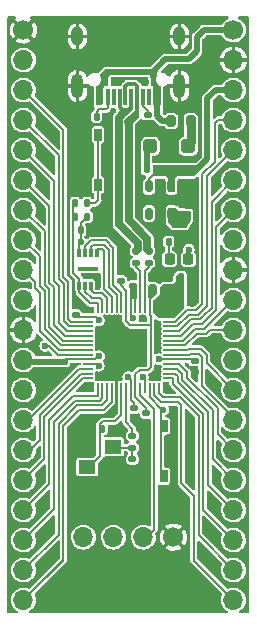
<source format=gbr>
%TF.GenerationSoftware,KiCad,Pcbnew,(6.0.1-0)*%
%TF.CreationDate,2023-04-29T18:30:49+02:00*%
%TF.ProjectId,archimedes,61726368-696d-4656-9465-732e6b696361,rev?*%
%TF.SameCoordinates,Original*%
%TF.FileFunction,Copper,L1,Top*%
%TF.FilePolarity,Positive*%
%FSLAX46Y46*%
G04 Gerber Fmt 4.6, Leading zero omitted, Abs format (unit mm)*
G04 Created by KiCad (PCBNEW (6.0.1-0)) date 2023-04-29 18:30:49*
%MOMM*%
%LPD*%
G01*
G04 APERTURE LIST*
G04 Aperture macros list*
%AMRoundRect*
0 Rectangle with rounded corners*
0 $1 Rounding radius*
0 $2 $3 $4 $5 $6 $7 $8 $9 X,Y pos of 4 corners*
0 Add a 4 corners polygon primitive as box body*
4,1,4,$2,$3,$4,$5,$6,$7,$8,$9,$2,$3,0*
0 Add four circle primitives for the rounded corners*
1,1,$1+$1,$2,$3*
1,1,$1+$1,$4,$5*
1,1,$1+$1,$6,$7*
1,1,$1+$1,$8,$9*
0 Add four rect primitives between the rounded corners*
20,1,$1+$1,$2,$3,$4,$5,0*
20,1,$1+$1,$4,$5,$6,$7,0*
20,1,$1+$1,$6,$7,$8,$9,0*
20,1,$1+$1,$8,$9,$2,$3,0*%
G04 Aperture macros list end*
%TA.AperFunction,SMDPad,CuDef*%
%ADD10RoundRect,0.135000X0.185000X-0.135000X0.185000X0.135000X-0.185000X0.135000X-0.185000X-0.135000X0*%
%TD*%
%TA.AperFunction,SMDPad,CuDef*%
%ADD11RoundRect,0.300000X-0.300000X0.300000X-0.300000X-0.300000X0.300000X-0.300000X0.300000X0.300000X0*%
%TD*%
%TA.AperFunction,SMDPad,CuDef*%
%ADD12RoundRect,0.140000X-0.140000X-0.170000X0.140000X-0.170000X0.140000X0.170000X-0.140000X0.170000X0*%
%TD*%
%TA.AperFunction,SMDPad,CuDef*%
%ADD13RoundRect,0.135000X0.135000X0.185000X-0.135000X0.185000X-0.135000X-0.185000X0.135000X-0.185000X0*%
%TD*%
%TA.AperFunction,SMDPad,CuDef*%
%ADD14RoundRect,0.225000X-0.250000X0.225000X-0.250000X-0.225000X0.250000X-0.225000X0.250000X0.225000X0*%
%TD*%
%TA.AperFunction,ComponentPad*%
%ADD15O,1.700000X1.700000*%
%TD*%
%TA.AperFunction,ComponentPad*%
%ADD16C,1.700000*%
%TD*%
%TA.AperFunction,SMDPad,CuDef*%
%ADD17RoundRect,0.140000X0.170000X-0.140000X0.170000X0.140000X-0.170000X0.140000X-0.170000X-0.140000X0*%
%TD*%
%TA.AperFunction,SMDPad,CuDef*%
%ADD18RoundRect,0.135000X-0.185000X0.135000X-0.185000X-0.135000X0.185000X-0.135000X0.185000X0.135000X0*%
%TD*%
%TA.AperFunction,SMDPad,CuDef*%
%ADD19RoundRect,0.135000X-0.135000X-0.185000X0.135000X-0.185000X0.135000X0.185000X-0.135000X0.185000X0*%
%TD*%
%TA.AperFunction,SMDPad,CuDef*%
%ADD20RoundRect,0.020000X-0.367500X-0.080000X0.367500X-0.080000X0.367500X0.080000X-0.367500X0.080000X0*%
%TD*%
%TA.AperFunction,SMDPad,CuDef*%
%ADD21RoundRect,0.020000X0.080000X-0.367500X0.080000X0.367500X-0.080000X0.367500X-0.080000X-0.367500X0*%
%TD*%
%TA.AperFunction,SMDPad,CuDef*%
%ADD22RoundRect,0.096000X-1.504000X-1.504000X1.504000X-1.504000X1.504000X1.504000X-1.504000X1.504000X0*%
%TD*%
%TA.AperFunction,SMDPad,CuDef*%
%ADD23RoundRect,0.218750X-0.218750X-0.256250X0.218750X-0.256250X0.218750X0.256250X-0.218750X0.256250X0*%
%TD*%
%TA.AperFunction,SMDPad,CuDef*%
%ADD24RoundRect,0.140000X-0.170000X0.140000X-0.170000X-0.140000X0.170000X-0.140000X0.170000X0.140000X0*%
%TD*%
%TA.AperFunction,SMDPad,CuDef*%
%ADD25RoundRect,0.065000X-0.260000X0.460000X-0.260000X-0.460000X0.260000X-0.460000X0.260000X0.460000X0*%
%TD*%
%TA.AperFunction,SMDPad,CuDef*%
%ADD26R,1.400000X1.200000*%
%TD*%
%TA.AperFunction,SMDPad,CuDef*%
%ADD27R,0.600000X1.450000*%
%TD*%
%TA.AperFunction,SMDPad,CuDef*%
%ADD28R,0.300000X1.450000*%
%TD*%
%TA.AperFunction,ComponentPad*%
%ADD29O,1.000000X2.100000*%
%TD*%
%TA.AperFunction,ComponentPad*%
%ADD30O,1.000000X1.600000*%
%TD*%
%TA.AperFunction,SMDPad,CuDef*%
%ADD31RoundRect,0.075000X0.075000X-0.300000X0.075000X0.300000X-0.075000X0.300000X-0.075000X-0.300000X0*%
%TD*%
%TA.AperFunction,SMDPad,CuDef*%
%ADD32R,1.700000X0.300000*%
%TD*%
%TA.AperFunction,SMDPad,CuDef*%
%ADD33RoundRect,0.065000X0.260000X-0.460000X0.260000X0.460000X-0.260000X0.460000X-0.260000X-0.460000X0*%
%TD*%
%TA.AperFunction,SMDPad,CuDef*%
%ADD34RoundRect,0.200000X-0.200000X-0.275000X0.200000X-0.275000X0.200000X0.275000X-0.200000X0.275000X0*%
%TD*%
%TA.AperFunction,SMDPad,CuDef*%
%ADD35RoundRect,0.150000X-0.150000X0.350000X-0.150000X-0.350000X0.150000X-0.350000X0.150000X0.350000X0*%
%TD*%
%TA.AperFunction,ViaPad*%
%ADD36C,0.600000*%
%TD*%
%TA.AperFunction,Conductor*%
%ADD37C,0.500000*%
%TD*%
%TA.AperFunction,Conductor*%
%ADD38C,0.200000*%
%TD*%
%TA.AperFunction,Conductor*%
%ADD39C,0.300000*%
%TD*%
%TA.AperFunction,Conductor*%
%ADD40C,0.680000*%
%TD*%
%TA.AperFunction,Conductor*%
%ADD41C,0.550000*%
%TD*%
%TA.AperFunction,Conductor*%
%ADD42C,0.800000*%
%TD*%
G04 APERTURE END LIST*
D10*
%TO.P,R5,1*%
%TO.N,Net-(R5-Pad1)*%
X151175000Y-91120000D03*
%TO.P,R5,2*%
%TO.N,USB_D+*%
X151175000Y-90100000D03*
%TD*%
D11*
%TO.P,D1,1,K*%
%TO.N,Net-(D1-Pad1)*%
X152370000Y-81250000D03*
%TO.P,D1,2,A*%
%TO.N,Net-(D1-Pad2)*%
X155570000Y-81250000D03*
%TD*%
D12*
%TO.P,C5,1*%
%TO.N,+3V3*%
X154970000Y-94500000D03*
%TO.P,C5,2*%
%TO.N,GND*%
X155930000Y-94500000D03*
%TD*%
%TO.P,C16,1*%
%TO.N,Net-(C16-Pad1)*%
X148280000Y-105200000D03*
%TO.P,C16,2*%
%TO.N,GND*%
X149240000Y-105200000D03*
%TD*%
D13*
%TO.P,R7,1*%
%TO.N,GND*%
X154932500Y-89335000D03*
%TO.P,R7,2*%
%TO.N,Net-(LED1-Pad1)*%
X153912500Y-89335000D03*
%TD*%
D12*
%TO.P,C11,1*%
%TO.N,+3V3*%
X154970000Y-92300000D03*
%TO.P,C11,2*%
%TO.N,GND*%
X155930000Y-92300000D03*
%TD*%
D14*
%TO.P,C1,1*%
%TO.N,+5V*%
X155600000Y-83300000D03*
%TO.P,C1,2*%
%TO.N,GND*%
X155600000Y-84850000D03*
%TD*%
D15*
%TO.P,J4,1,Pin_1*%
%TO.N,+3V3*%
X146690000Y-114345000D03*
%TO.P,J4,2,Pin_2*%
%TO.N,/MCU and Flash/SWDIO*%
X149230000Y-114345000D03*
%TO.P,J4,3,Pin_3*%
%TO.N,/MCU and Flash/SWCLK*%
X151770000Y-114345000D03*
D16*
%TO.P,J4,4,Pin_4*%
%TO.N,GND*%
X154310000Y-114345000D03*
%TD*%
D17*
%TO.P,C3,1*%
%TO.N,+3V3*%
X153700000Y-93230000D03*
%TO.P,C3,2*%
%TO.N,GND*%
X153700000Y-92270000D03*
%TD*%
D10*
%TO.P,R6,1*%
%TO.N,Net-(R6-Pad1)*%
X152225000Y-91110000D03*
%TO.P,R6,2*%
%TO.N,USB_D-*%
X152225000Y-90090000D03*
%TD*%
D18*
%TO.P,R2,1*%
%TO.N,Net-(J1-PadA5)*%
X152125000Y-78590000D03*
%TO.P,R2,2*%
%TO.N,GND*%
X152125000Y-79610000D03*
%TD*%
D17*
%TO.P,C14,1*%
%TO.N,+1V1*%
X149875000Y-92630000D03*
%TO.P,C14,2*%
%TO.N,GND*%
X149875000Y-91670000D03*
%TD*%
D19*
%TO.P,R8,1*%
%TO.N,/MCU and Flash/QSPI_SS*%
X145990000Y-87200000D03*
%TO.P,R8,2*%
%TO.N,+3V3*%
X147010000Y-87200000D03*
%TD*%
D20*
%TO.P,U2,1,IOVDD*%
%TO.N,+3V3*%
X147112500Y-95700000D03*
%TO.P,U2,2,GPIO0*%
%TO.N,/MCU and Flash/GPIO0*%
X147112500Y-96100000D03*
%TO.P,U2,3,GPIO1*%
%TO.N,/MCU and Flash/GPIO1*%
X147112500Y-96500000D03*
%TO.P,U2,4,GPIO2*%
%TO.N,/MCU and Flash/GPIO2*%
X147112500Y-96900000D03*
%TO.P,U2,5,GPIO3*%
%TO.N,/MCU and Flash/GPIO3*%
X147112500Y-97300000D03*
%TO.P,U2,6,GPIO4*%
%TO.N,/MCU and Flash/GPIO4*%
X147112500Y-97700000D03*
%TO.P,U2,7,GPIO5*%
%TO.N,/MCU and Flash/GPIO5*%
X147112500Y-98100000D03*
%TO.P,U2,8,GPIO6*%
%TO.N,/MCU and Flash/GPIO6*%
X147112500Y-98500000D03*
%TO.P,U2,9,GPIO7*%
%TO.N,/MCU and Flash/GPIO7*%
X147112500Y-98900000D03*
%TO.P,U2,10,IOVDD*%
%TO.N,+3V3*%
X147112500Y-99300000D03*
%TO.P,U2,11,GPIO8*%
%TO.N,/MCU and Flash/GPIO8*%
X147112500Y-99700000D03*
%TO.P,U2,12,GPIO9*%
%TO.N,/MCU and Flash/GPIO9*%
X147112500Y-100100000D03*
%TO.P,U2,13,GPIO10*%
%TO.N,/MCU and Flash/GPIO10*%
X147112500Y-100500000D03*
%TO.P,U2,14,GPIO11*%
%TO.N,/MCU and Flash/GPIO11*%
X147112500Y-100900000D03*
D21*
%TO.P,U2,15,GPIO12*%
%TO.N,/MCU and Flash/GPIO12*%
X147900000Y-101687500D03*
%TO.P,U2,16,GPIO13*%
%TO.N,/MCU and Flash/GPIO13*%
X148300000Y-101687500D03*
%TO.P,U2,17,GPIO14*%
%TO.N,/MCU and Flash/GPIO14*%
X148700000Y-101687500D03*
%TO.P,U2,18,GPIO15*%
%TO.N,/MCU and Flash/GPIO15*%
X149100000Y-101687500D03*
%TO.P,U2,19,TESTEN*%
%TO.N,GND*%
X149500000Y-101687500D03*
%TO.P,U2,20,XIN*%
%TO.N,Net-(C16-Pad1)*%
X149900000Y-101687500D03*
%TO.P,U2,21,XOUT*%
%TO.N,Net-(R4-Pad1)*%
X150300000Y-101687500D03*
%TO.P,U2,22,IOVDD*%
%TO.N,+3V3*%
X150700000Y-101687500D03*
%TO.P,U2,23,DVDD*%
%TO.N,+1V1*%
X151100000Y-101687500D03*
%TO.P,U2,24,SWCLK*%
%TO.N,/MCU and Flash/SWCLK*%
X151500000Y-101687500D03*
%TO.P,U2,25,SWDIO*%
%TO.N,/MCU and Flash/SWDIO*%
X151900000Y-101687500D03*
%TO.P,U2,26,RUN*%
%TO.N,/MCU and Flash/~{RUN}*%
X152300000Y-101687500D03*
%TO.P,U2,27,GPIO16*%
%TO.N,/MCU and Flash/GPIO16*%
X152700000Y-101687500D03*
%TO.P,U2,28,GPIO17*%
%TO.N,/MCU and Flash/GPIO17*%
X153100000Y-101687500D03*
D20*
%TO.P,U2,29,GPIO18*%
%TO.N,/MCU and Flash/GPIO18*%
X153887500Y-100900000D03*
%TO.P,U2,30,GPIO19*%
%TO.N,/MCU and Flash/GPIO19*%
X153887500Y-100500000D03*
%TO.P,U2,31,GPIO20*%
%TO.N,/MCU and Flash/GPIO20*%
X153887500Y-100100000D03*
%TO.P,U2,32,GPIO21*%
%TO.N,/MCU and Flash/GPIO21*%
X153887500Y-99700000D03*
%TO.P,U2,33,IOVDD*%
%TO.N,+3V3*%
X153887500Y-99300000D03*
%TO.P,U2,34,GPIO22*%
%TO.N,/MCU and Flash/GPIO22*%
X153887500Y-98900000D03*
%TO.P,U2,35,GPIO23*%
%TO.N,/MCU and Flash/GPIO23*%
X153887500Y-98500000D03*
%TO.P,U2,36,GPIO24*%
%TO.N,/MCU and Flash/GPIO24*%
X153887500Y-98100000D03*
%TO.P,U2,37,GPIO25*%
%TO.N,/MCU and Flash/GPIO25*%
X153887500Y-97700000D03*
%TO.P,U2,38,GPIO26/ADC0*%
%TO.N,/MCU and Flash/ADC0*%
X153887500Y-97300000D03*
%TO.P,U2,39,GPIO27/ADC1*%
%TO.N,/MCU and Flash/ADC1*%
X153887500Y-96900000D03*
%TO.P,U2,40,GPIO28/ADC2*%
%TO.N,/MCU and Flash/ADC2*%
X153887500Y-96500000D03*
%TO.P,U2,41,GPIO29/ADC3*%
%TO.N,/MCU and Flash/ADC3*%
X153887500Y-96100000D03*
%TO.P,U2,42,IOVDD*%
%TO.N,+3V3*%
X153887500Y-95700000D03*
D21*
%TO.P,U2,43,ADC_AVDD*%
X153100000Y-94912500D03*
%TO.P,U2,44,VREG_VIN*%
X152700000Y-94912500D03*
%TO.P,U2,45,VREG_OUT*%
%TO.N,+1V1*%
X152300000Y-94912500D03*
%TO.P,U2,46,USB_DM*%
%TO.N,Net-(R6-Pad1)*%
X151900000Y-94912500D03*
%TO.P,U2,47,USB_DP*%
%TO.N,Net-(R5-Pad1)*%
X151500000Y-94912500D03*
%TO.P,U2,48,USB_VDD*%
%TO.N,+3V3*%
X151100000Y-94912500D03*
%TO.P,U2,49,IOVDD*%
X150700000Y-94912500D03*
%TO.P,U2,50,DVDD*%
%TO.N,+1V1*%
X150300000Y-94912500D03*
%TO.P,U2,51,QSPI_SD3*%
%TO.N,/MCU and Flash/QSPI_SD3*%
X149900000Y-94912500D03*
%TO.P,U2,52,QSPI_SCLK*%
%TO.N,/MCU and Flash/QSPI_SCLK*%
X149500000Y-94912500D03*
%TO.P,U2,53,QSPI_SD0*%
%TO.N,/MCU and Flash/QSPI_SD0*%
X149100000Y-94912500D03*
%TO.P,U2,54,QSPI_SD2*%
%TO.N,/MCU and Flash/QSPI_SD2*%
X148700000Y-94912500D03*
%TO.P,U2,55,QSPI_SD1*%
%TO.N,/MCU and Flash/QSPI_SD1*%
X148300000Y-94912500D03*
%TO.P,U2,56,QSPI_SS_N*%
%TO.N,/MCU and Flash/QSPI_SS*%
X147900000Y-94912500D03*
D22*
%TO.P,U2,57,GND*%
%TO.N,GND*%
X150500000Y-98300000D03*
%TD*%
D13*
%TO.P,R1,1*%
%TO.N,Net-(J1-PadB5)*%
X147810000Y-78750000D03*
%TO.P,R1,2*%
%TO.N,GND*%
X146790000Y-78750000D03*
%TD*%
D23*
%TO.P,LED1,1,K*%
%TO.N,Net-(LED1-Pad1)*%
X153997500Y-90785000D03*
%TO.P,LED1,2,A*%
%TO.N,/MCU and Flash/GPIO25*%
X155572500Y-90785000D03*
%TD*%
D24*
%TO.P,C15,1*%
%TO.N,Net-(C15-Pad1)*%
X150850000Y-107720000D03*
%TO.P,C15,2*%
%TO.N,GND*%
X150850000Y-108680000D03*
%TD*%
D25*
%TO.P,SW1,1,1*%
%TO.N,/MCU and Flash/~{USB_BOOT}*%
X147925000Y-84525000D03*
X147925000Y-80275000D03*
%TO.P,SW1,2,2*%
%TO.N,GND*%
X145775000Y-80275000D03*
X145775000Y-84525000D03*
%TD*%
D12*
%TO.P,C17,1*%
%TO.N,+3V3*%
X146470000Y-88350000D03*
%TO.P,C17,2*%
%TO.N,GND*%
X147430000Y-88350000D03*
%TD*%
D18*
%TO.P,R4,1*%
%TO.N,Net-(R4-Pad1)*%
X150850000Y-105740000D03*
%TO.P,R4,2*%
%TO.N,Net-(C15-Pad1)*%
X150850000Y-106760000D03*
%TD*%
D24*
%TO.P,C8,1*%
%TO.N,+3V3*%
X151000000Y-103420000D03*
%TO.P,C8,2*%
%TO.N,GND*%
X151000000Y-104380000D03*
%TD*%
D26*
%TO.P,Y1,1,1*%
%TO.N,Net-(C15-Pad1)*%
X149200000Y-106700000D03*
%TO.P,Y1,2,2*%
%TO.N,GND*%
X147000000Y-106700000D03*
%TO.P,Y1,3,3*%
%TO.N,Net-(C16-Pad1)*%
X147000000Y-108400000D03*
%TO.P,Y1,4,4*%
%TO.N,GND*%
X149200000Y-108400000D03*
%TD*%
D27*
%TO.P,J1,A1,GND*%
%TO.N,GND*%
X153750000Y-77045000D03*
%TO.P,J1,A4,VBUS*%
%TO.N,VBUS*%
X152950000Y-77045000D03*
D28*
%TO.P,J1,A5,CC1*%
%TO.N,Net-(J1-PadA5)*%
X151750000Y-77045000D03*
%TO.P,J1,A6,D+*%
%TO.N,USB_D+*%
X150750000Y-77045000D03*
%TO.P,J1,A7,D-*%
%TO.N,USB_D-*%
X150250000Y-77045000D03*
%TO.P,J1,A8,SBU1*%
%TO.N,unconnected-(J1-PadA8)*%
X149250000Y-77045000D03*
D27*
%TO.P,J1,A9,VBUS*%
%TO.N,VBUS*%
X148050000Y-77045000D03*
%TO.P,J1,A12,GND*%
%TO.N,GND*%
X147250000Y-77045000D03*
%TO.P,J1,B1,GND*%
X147250000Y-77045000D03*
%TO.P,J1,B4,VBUS*%
%TO.N,VBUS*%
X148050000Y-77045000D03*
D28*
%TO.P,J1,B5,CC2*%
%TO.N,Net-(J1-PadB5)*%
X148750000Y-77045000D03*
%TO.P,J1,B6,D+*%
%TO.N,USB_D+*%
X149750000Y-77045000D03*
%TO.P,J1,B7,D-*%
%TO.N,USB_D-*%
X151250000Y-77045000D03*
%TO.P,J1,B8,SBU2*%
%TO.N,unconnected-(J1-PadB8)*%
X152250000Y-77045000D03*
D27*
%TO.P,J1,B9,VBUS*%
%TO.N,VBUS*%
X152950000Y-77045000D03*
%TO.P,J1,B12,GND*%
%TO.N,GND*%
X153750000Y-77045000D03*
D29*
%TO.P,J1,S1,SHIELD*%
X154820000Y-76130000D03*
X146180000Y-76130000D03*
D30*
X146180000Y-71950000D03*
X154820000Y-71950000D03*
%TD*%
D17*
%TO.P,C2,1*%
%TO.N,+3V3*%
X155500000Y-87200000D03*
%TO.P,C2,2*%
%TO.N,GND*%
X155500000Y-86240000D03*
%TD*%
D31*
%TO.P,U3,1,~{CS}*%
%TO.N,/MCU and Flash/QSPI_SS*%
X146350000Y-93049500D03*
%TO.P,U3,2,DO_IO1*%
%TO.N,/MCU and Flash/QSPI_SD1*%
X146850000Y-93049500D03*
%TO.P,U3,3,~{WP}_IO2*%
%TO.N,/MCU and Flash/QSPI_SD2*%
X147350000Y-93049500D03*
%TO.P,U3,4,GND*%
%TO.N,GND*%
X147850000Y-93049500D03*
%TO.P,U3,5,DI_IO0*%
%TO.N,/MCU and Flash/QSPI_SD0*%
X147850000Y-90250500D03*
%TO.P,U3,6,CLK*%
%TO.N,/MCU and Flash/QSPI_SCLK*%
X147350000Y-90250500D03*
%TO.P,U3,7,~{HOLD}_IO3*%
%TO.N,/MCU and Flash/QSPI_SD3*%
X146850000Y-90250500D03*
%TO.P,U3,8,VCC*%
%TO.N,+3V3*%
X146350000Y-90250500D03*
D32*
%TO.P,U3,9,PAD*%
%TO.N,unconnected-(U3-Pad9)*%
X147100000Y-91650000D03*
%TD*%
D17*
%TO.P,C9,1*%
%TO.N,+3V3*%
X146025000Y-95505000D03*
%TO.P,C9,2*%
%TO.N,GND*%
X146025000Y-94545000D03*
%TD*%
D33*
%TO.P,SW2,1,1*%
%TO.N,/MCU and Flash/~{RUN}*%
X153475000Y-109175000D03*
X153475000Y-104925000D03*
%TO.P,SW2,2,2*%
%TO.N,GND*%
X155625000Y-109175000D03*
X155625000Y-104925000D03*
%TD*%
D24*
%TO.P,C6,1*%
%TO.N,+3V3*%
X145060000Y-99480000D03*
%TO.P,C6,2*%
%TO.N,GND*%
X145060000Y-100440000D03*
%TD*%
D19*
%TO.P,R9,1*%
%TO.N,/MCU and Flash/QSPI_SS*%
X145990000Y-86050000D03*
%TO.P,R9,2*%
%TO.N,/MCU and Flash/~{USB_BOOT}*%
X147010000Y-86050000D03*
%TD*%
D24*
%TO.P,C13,1*%
%TO.N,+1V1*%
X152000000Y-103845000D03*
%TO.P,C13,2*%
%TO.N,GND*%
X152000000Y-104805000D03*
%TD*%
%TO.P,C7,1*%
%TO.N,+3V3*%
X156100000Y-99390000D03*
%TO.P,C7,2*%
%TO.N,GND*%
X156100000Y-100350000D03*
%TD*%
D17*
%TO.P,C12,1*%
%TO.N,+1V1*%
X152550000Y-93230000D03*
%TO.P,C12,2*%
%TO.N,GND*%
X152550000Y-92270000D03*
%TD*%
D34*
%TO.P,F1,1*%
%TO.N,VBUS*%
X154125000Y-79100000D03*
%TO.P,F1,2*%
%TO.N,Net-(D1-Pad2)*%
X155775000Y-79100000D03*
%TD*%
D35*
%TO.P,U1,1,IN*%
%TO.N,+5V*%
X154150000Y-84650000D03*
%TO.P,U1,2,GND*%
%TO.N,GND*%
X153200000Y-84650000D03*
%TO.P,U1,3,EN*%
%TO.N,+5V*%
X152250000Y-84650000D03*
%TO.P,U1,4,NC*%
%TO.N,unconnected-(U1-Pad4)*%
X152250000Y-86950000D03*
%TO.P,U1,5,OUT*%
%TO.N,+3V3*%
X154150000Y-86950000D03*
%TD*%
D19*
%TO.P,FB1,1*%
%TO.N,Net-(D1-Pad1)*%
X152040000Y-83200000D03*
%TO.P,FB1,2*%
%TO.N,+5V*%
X153060000Y-83200000D03*
%TD*%
D17*
%TO.P,C4,1*%
%TO.N,+3V3*%
X150875000Y-93080000D03*
%TO.P,C4,2*%
%TO.N,GND*%
X150875000Y-92120000D03*
%TD*%
D12*
%TO.P,C10,1*%
%TO.N,+3V3*%
X154970000Y-93400000D03*
%TO.P,C10,2*%
%TO.N,GND*%
X155930000Y-93400000D03*
%TD*%
D16*
%TO.P,J3,1,Pin_1*%
%TO.N,VBUS*%
X159390000Y-71400000D03*
D15*
%TO.P,J3,2,Pin_2*%
%TO.N,GND*%
X159390000Y-73940000D03*
%TO.P,J3,3,Pin_3*%
%TO.N,+5V*%
X159390000Y-76480000D03*
%TO.P,J3,4,Pin_4*%
%TO.N,/MCU and Flash/ADC3*%
X159390000Y-79020000D03*
%TO.P,J3,5,Pin_5*%
%TO.N,/MCU and Flash/ADC2*%
X159390000Y-81560000D03*
%TO.P,J3,6,Pin_6*%
%TO.N,/MCU and Flash/ADC1*%
X159390000Y-84100000D03*
%TO.P,J3,7,Pin_7*%
%TO.N,/MCU and Flash/ADC0*%
X159390000Y-86640000D03*
%TO.P,J3,8,Pin_8*%
%TO.N,+3V3*%
X159390000Y-89180000D03*
%TO.P,J3,9,Pin_9*%
%TO.N,GND*%
X159390000Y-91720000D03*
%TO.P,J3,10,Pin_10*%
%TO.N,/MCU and Flash/GPIO25*%
X159390000Y-94260000D03*
%TO.P,J3,11,Pin_11*%
%TO.N,/MCU and Flash/GPIO24*%
X159390000Y-96800000D03*
%TO.P,J3,12,Pin_12*%
%TO.N,/MCU and Flash/~{RUN}*%
X159390000Y-99340000D03*
%TO.P,J3,13,Pin_13*%
%TO.N,/MCU and Flash/GPIO23*%
X159390000Y-101880000D03*
%TO.P,J3,14,Pin_14*%
%TO.N,/MCU and Flash/GPIO22*%
X159390000Y-104420000D03*
%TO.P,J3,15,Pin_15*%
%TO.N,/MCU and Flash/GPIO21*%
X159390000Y-106960000D03*
%TO.P,J3,16,Pin_16*%
%TO.N,/MCU and Flash/GPIO20*%
X159390000Y-109500000D03*
%TO.P,J3,17,Pin_17*%
%TO.N,/MCU and Flash/GPIO19*%
X159390000Y-112040000D03*
%TO.P,J3,18,Pin_18*%
%TO.N,/MCU and Flash/GPIO18*%
X159390000Y-114580000D03*
%TO.P,J3,19,Pin_19*%
%TO.N,/MCU and Flash/GPIO17*%
X159390000Y-117120000D03*
%TO.P,J3,20,Pin_20*%
%TO.N,/MCU and Flash/GPIO16*%
X159390000Y-119660000D03*
%TD*%
D16*
%TO.P,J2,1,Pin_1*%
%TO.N,GND*%
X141610000Y-71400000D03*
D15*
%TO.P,J2,2,Pin_2*%
%TO.N,+3V3*%
X141610000Y-73940000D03*
%TO.P,J2,3,Pin_3*%
%TO.N,/MCU and Flash/GPIO0*%
X141610000Y-76480000D03*
%TO.P,J2,4,Pin_4*%
%TO.N,/MCU and Flash/GPIO1*%
X141610000Y-79020000D03*
%TO.P,J2,5,Pin_5*%
%TO.N,/MCU and Flash/GPIO2*%
X141610000Y-81560000D03*
%TO.P,J2,6,Pin_6*%
%TO.N,/MCU and Flash/GPIO3*%
X141610000Y-84100000D03*
%TO.P,J2,7,Pin_7*%
%TO.N,/MCU and Flash/GPIO4*%
X141610000Y-86640000D03*
%TO.P,J2,8,Pin_8*%
%TO.N,/MCU and Flash/GPIO5*%
X141610000Y-89180000D03*
%TO.P,J2,9,Pin_9*%
%TO.N,/MCU and Flash/GPIO6*%
X141610000Y-91720000D03*
%TO.P,J2,10,Pin_10*%
%TO.N,/MCU and Flash/GPIO7*%
X141610000Y-94260000D03*
%TO.P,J2,11,Pin_11*%
%TO.N,GND*%
X141610000Y-96800000D03*
%TO.P,J2,12,Pin_12*%
%TO.N,+3V3*%
X141610000Y-99340000D03*
%TO.P,J2,13,Pin_13*%
%TO.N,/MCU and Flash/GPIO8*%
X141610000Y-101880000D03*
%TO.P,J2,14,Pin_14*%
%TO.N,/MCU and Flash/GPIO9*%
X141610000Y-104420000D03*
%TO.P,J2,15,Pin_15*%
%TO.N,/MCU and Flash/GPIO10*%
X141610000Y-106960000D03*
%TO.P,J2,16,Pin_16*%
%TO.N,/MCU and Flash/GPIO11*%
X141610000Y-109500000D03*
%TO.P,J2,17,Pin_17*%
%TO.N,/MCU and Flash/GPIO12*%
X141610000Y-112040000D03*
%TO.P,J2,18,Pin_18*%
%TO.N,/MCU and Flash/GPIO13*%
X141610000Y-114580000D03*
%TO.P,J2,19,Pin_19*%
%TO.N,/MCU and Flash/GPIO14*%
X141610000Y-117120000D03*
%TO.P,J2,20,Pin_20*%
%TO.N,/MCU and Flash/GPIO15*%
X141610000Y-119660000D03*
%TD*%
D36*
%TO.N,GND*%
X147400000Y-105500000D03*
X148100000Y-100800000D03*
X152700000Y-85800000D03*
X148000000Y-88350000D03*
X151700000Y-97100000D03*
X149410000Y-75750000D03*
X145800000Y-81250000D03*
X148750000Y-85700000D03*
X150450000Y-91600000D03*
X145750000Y-77950000D03*
X151700000Y-107500000D03*
X155590000Y-104080000D03*
X151746532Y-95794279D03*
X155750000Y-108200000D03*
X153700000Y-91750000D03*
X147850000Y-92350000D03*
X153705189Y-101887355D03*
X154300000Y-104100000D03*
X149850000Y-91150000D03*
X153400000Y-110350000D03*
X146600000Y-77950000D03*
X155300000Y-111200000D03*
X151450000Y-79600000D03*
X155925000Y-88350000D03*
X144400000Y-100450000D03*
X151400000Y-83950000D03*
X145700000Y-109500000D03*
X146026114Y-94138942D03*
X153100000Y-88800000D03*
X149800000Y-105500000D03*
X151700000Y-105500000D03*
X151317333Y-104786074D03*
X147700000Y-109500000D03*
X147208540Y-101700000D03*
X142650000Y-98150000D03*
X145700000Y-105500000D03*
X149700000Y-109500000D03*
X155950000Y-93950000D03*
X155950000Y-92850000D03*
X149300000Y-99500000D03*
X154400000Y-77950000D03*
X153000000Y-98310000D03*
X151700000Y-99500000D03*
X156650000Y-97750000D03*
X149300000Y-97100000D03*
X151400000Y-87050000D03*
X157930000Y-99240000D03*
X151700000Y-109500000D03*
X148700000Y-81400000D03*
X148800000Y-78800000D03*
X153650000Y-85800000D03*
X153050000Y-79900000D03*
X153000000Y-96300000D03*
X155750000Y-105900000D03*
X150250000Y-89750000D03*
X152800000Y-91750000D03*
X155600000Y-85650000D03*
X145700000Y-107500000D03*
X152930000Y-100360000D03*
X156130000Y-100660000D03*
X149180000Y-103760000D03*
X154150000Y-106000000D03*
X155250000Y-77950000D03*
X151950000Y-75760000D03*
X146750000Y-104325000D03*
X145800000Y-83550000D03*
X150500000Y-98300000D03*
%TO.N,+3V3*%
X155200000Y-87850000D03*
X154450000Y-87850000D03*
X154300000Y-93400000D03*
X154300000Y-95100000D03*
X147998124Y-99017788D03*
X146450000Y-89330000D03*
X147997548Y-95974996D03*
X153450000Y-94050000D03*
X153102852Y-99289626D03*
X154300000Y-94250000D03*
X150496044Y-100813626D03*
X150920000Y-95800980D03*
%TO.N,/MCU and Flash/GPIO7*%
X143476071Y-98153929D03*
%TO.N,/MCU and Flash/SWDIO*%
X151720000Y-100810000D03*
%TO.N,/MCU and Flash/GPIO25*%
X155612500Y-90000000D03*
%TO.N,/MCU and Flash/GPIO8*%
X147987344Y-99817218D03*
%TO.N,/MCU and Flash/~{RUN}*%
X153450000Y-103550000D03*
%TD*%
D37*
%TO.N,+5V*%
X155600000Y-83300000D02*
X155800000Y-83500000D01*
X157200000Y-82300000D02*
X157200000Y-77160000D01*
X156375000Y-83125000D02*
X157200000Y-82300000D01*
X155600000Y-83125000D02*
X156375000Y-83125000D01*
D38*
X153100000Y-83200000D02*
X153110000Y-83200000D01*
X152250000Y-84050000D02*
X153100000Y-83200000D01*
D37*
X157880000Y-76480000D02*
X159390000Y-76480000D01*
D38*
X152250000Y-84650000D02*
X152250000Y-84050000D01*
D37*
X157200000Y-77160000D02*
X157880000Y-76480000D01*
X155800000Y-83500000D02*
X156000000Y-83500000D01*
X156000000Y-83500000D02*
X156375000Y-83125000D01*
D38*
%TO.N,+3V3*%
X146470000Y-87740000D02*
X147010000Y-87200000D01*
X151000000Y-103000000D02*
X151000000Y-103420000D01*
X150700000Y-93850000D02*
X150700000Y-93280000D01*
X150700000Y-102700000D02*
X151000000Y-103000000D01*
X150920000Y-95800980D02*
X150700000Y-95580980D01*
X147062500Y-95700000D02*
X146220000Y-95700000D01*
X147062500Y-99300000D02*
X145240000Y-99300000D01*
D37*
X145060000Y-99480000D02*
X141750000Y-99480000D01*
D38*
X145240000Y-99300000D02*
X145060000Y-99480000D01*
X153937500Y-99300000D02*
X156100000Y-99300000D01*
X147998124Y-99017788D02*
X147928488Y-99017788D01*
X146450000Y-88370000D02*
X146470000Y-88350000D01*
X147646276Y-99300000D02*
X147062500Y-99300000D01*
X151100000Y-94862500D02*
X151100000Y-93800000D01*
X146470000Y-88350000D02*
X146470000Y-87740000D01*
X146350000Y-89200000D02*
X146350000Y-90100000D01*
X150496044Y-100813626D02*
X150700000Y-101017582D01*
X150700000Y-101017582D02*
X150700000Y-101737500D01*
X150750000Y-93800000D02*
X150700000Y-93850000D01*
X146450000Y-89100000D02*
X146450000Y-88370000D01*
X147062500Y-95700000D02*
X147722552Y-95700000D01*
D37*
X141750000Y-99480000D02*
X141610000Y-99340000D01*
D38*
X153113226Y-99300000D02*
X153102852Y-99289626D01*
X147928488Y-99017788D02*
X147646276Y-99300000D01*
X150700000Y-95580980D02*
X150700000Y-94862500D01*
X150700000Y-94862500D02*
X150700000Y-93850000D01*
X146450000Y-89100000D02*
X146350000Y-89200000D01*
X146220000Y-95700000D02*
X146025000Y-95505000D01*
X151100000Y-93800000D02*
X150750000Y-93800000D01*
X150700000Y-93280000D02*
X150750000Y-93230000D01*
X150700000Y-102037500D02*
X150700000Y-102700000D01*
X153937500Y-99300000D02*
X153113226Y-99300000D01*
X147722552Y-95700000D02*
X147997548Y-95974996D01*
%TO.N,+1V1*%
X152300000Y-94862500D02*
X152300000Y-94100000D01*
X152300000Y-96420000D02*
X152399520Y-96519520D01*
X151460480Y-100199520D02*
X152167829Y-100199520D01*
X151100000Y-102500000D02*
X151100000Y-102037500D01*
X152399520Y-96519520D02*
X152399520Y-95629520D01*
X152550000Y-93850000D02*
X152550000Y-93230000D01*
X150300000Y-94862500D02*
X150300000Y-93469988D01*
X152300000Y-94100000D02*
X152550000Y-93850000D01*
X151100000Y-100560000D02*
X151460480Y-100199520D01*
X150300000Y-93469988D02*
X149850000Y-93019988D01*
X152000000Y-103845000D02*
X152000000Y-103400000D01*
X152280480Y-96400480D02*
X150671662Y-96400480D01*
X152399520Y-99967829D02*
X152399520Y-96519520D01*
X152300000Y-96420000D02*
X152280480Y-96400480D01*
X152000000Y-103400000D02*
X151100000Y-102500000D01*
X151100000Y-101737500D02*
X151100000Y-100560000D01*
X152300000Y-95530000D02*
X152300000Y-94862500D01*
X150671662Y-96400480D02*
X150300000Y-96028818D01*
X149850000Y-93019988D02*
X149850000Y-92560000D01*
X152399520Y-95629520D02*
X152300000Y-95530000D01*
X152167829Y-100199520D02*
X152399520Y-99967829D01*
X150300000Y-96028818D02*
X150300000Y-94862500D01*
%TO.N,Net-(C16-Pad1)*%
X147000000Y-108400000D02*
X147199022Y-108400000D01*
X148100000Y-107499022D02*
X148100000Y-105370000D01*
X149900000Y-101737500D02*
X149900000Y-103990000D01*
X149360000Y-104530000D02*
X148330000Y-104530000D01*
X148330000Y-104530000D02*
X148100000Y-104760000D01*
X147199022Y-108400000D02*
X148100000Y-107499022D01*
X149900000Y-103990000D02*
X149360000Y-104530000D01*
X148100000Y-105370000D02*
X148270000Y-105200000D01*
X148100000Y-105020000D02*
X148280000Y-105200000D01*
X148100000Y-104760000D02*
X148100000Y-105020000D01*
%TO.N,/MCU and Flash/GPIO0*%
X145415480Y-95855480D02*
X145415480Y-92705480D01*
X147062500Y-96100000D02*
X145660000Y-96100000D01*
X145000000Y-92290000D02*
X145000000Y-79870000D01*
X145415480Y-92705480D02*
X145000000Y-92290000D01*
X145660000Y-96100000D02*
X145415480Y-95855480D01*
X145000000Y-79870000D02*
X141610000Y-76480000D01*
%TO.N,/MCU and Flash/GPIO1*%
X145015961Y-96020967D02*
X145015961Y-92870967D01*
X147062500Y-96500000D02*
X145494994Y-96500000D01*
X145015961Y-92870967D02*
X144600000Y-92455006D01*
X144600000Y-82010000D02*
X141610000Y-79020000D01*
X144600000Y-92455006D02*
X144600000Y-82010000D01*
X145494994Y-96500000D02*
X145015961Y-96020967D01*
%TO.N,/MCU and Flash/GPIO2*%
X144616442Y-96186454D02*
X144616442Y-93036454D01*
X144616442Y-93036454D02*
X144200480Y-92620492D01*
X144200480Y-84150480D02*
X141610000Y-81560000D01*
X144200480Y-92620492D02*
X144200480Y-84150480D01*
X147062500Y-96900000D02*
X145329988Y-96900000D01*
X145329988Y-96900000D02*
X144616442Y-96186454D01*
%TO.N,/MCU and Flash/GPIO3*%
X145164982Y-97300000D02*
X144216923Y-96351941D01*
X143800961Y-92785979D02*
X143800960Y-91550000D01*
X144216922Y-93201940D02*
X143800961Y-92785979D01*
X147062500Y-97300000D02*
X145164982Y-97300000D01*
X144216923Y-96351941D02*
X144216922Y-93201940D01*
X143800960Y-91550000D02*
X143800960Y-86290960D01*
X143800960Y-86290960D02*
X141610000Y-84100000D01*
%TO.N,/MCU and Flash/GPIO4*%
X143401440Y-88431440D02*
X141610000Y-86640000D01*
X143401441Y-92951465D02*
X143401440Y-91710000D01*
X143401440Y-91710000D02*
X143401440Y-88431440D01*
X147062500Y-97700000D02*
X144999976Y-97700000D01*
X143817403Y-96517427D02*
X143817403Y-93367427D01*
X144999976Y-97700000D02*
X143817403Y-96517427D01*
X143817403Y-93367427D02*
X143401441Y-92951465D01*
%TO.N,/MCU and Flash/GPIO5*%
X143001921Y-93116951D02*
X143001921Y-90571921D01*
X147062500Y-98100000D02*
X144834970Y-98100000D01*
X143417883Y-96682913D02*
X143417883Y-93532913D01*
X143417883Y-93532913D02*
X143001921Y-93116951D01*
X144834970Y-98100000D02*
X143417883Y-96682913D01*
X143001921Y-90571921D02*
X141610000Y-89180000D01*
%TO.N,/MCU and Flash/GPIO6*%
X142602401Y-93282437D02*
X142602402Y-92712402D01*
X143018363Y-93698399D02*
X142602401Y-93282437D01*
X147062019Y-98499519D02*
X147062500Y-98500000D01*
X144669483Y-98499519D02*
X147062019Y-98499519D01*
X143018363Y-96848399D02*
X143018363Y-93698399D01*
X142602402Y-92712402D02*
X141610000Y-91720000D01*
X144669483Y-98499519D02*
X143018363Y-96848399D01*
%TO.N,/MCU and Flash/GPIO7*%
X143758887Y-98153929D02*
X143476071Y-98153929D01*
X143912479Y-98307521D02*
X143758887Y-98153929D01*
X144504958Y-98900000D02*
X143912479Y-98307521D01*
X144504958Y-98900000D02*
X147062500Y-98900000D01*
D37*
%TO.N,VBUS*%
X152550000Y-74950000D02*
X148850000Y-74950000D01*
X153640000Y-73860000D02*
X152550000Y-74950000D01*
X155640000Y-73860000D02*
X153640000Y-73860000D01*
X156320000Y-71970000D02*
X156320000Y-73180000D01*
X153350000Y-79100000D02*
X154125000Y-79100000D01*
X148850000Y-74950000D02*
X148500000Y-75300000D01*
X159390000Y-71400000D02*
X156890000Y-71400000D01*
X156890000Y-71400000D02*
X156320000Y-71970000D01*
X152950000Y-77045000D02*
X152950000Y-78700000D01*
X152950000Y-78700000D02*
X153350000Y-79100000D01*
X156320000Y-73180000D02*
X155640000Y-73860000D01*
D39*
%TO.N,USB_D+*%
X150750000Y-77950000D02*
X150750000Y-77045000D01*
X149750000Y-77950000D02*
X149950000Y-78150000D01*
D40*
X151295000Y-89980000D02*
X151295000Y-89424828D01*
X151175000Y-90100000D02*
X151295000Y-89980000D01*
D39*
X150550000Y-78150000D02*
X150750000Y-77950000D01*
D40*
X149700000Y-78841024D02*
X150170544Y-78370480D01*
X151295000Y-89424828D02*
X149700000Y-87829828D01*
D39*
X149950000Y-78150000D02*
X150550000Y-78150000D01*
D40*
X149700000Y-87829828D02*
X149700000Y-78841024D01*
D39*
X149750000Y-77045000D02*
X149750000Y-77950000D01*
D40*
%TO.N,USB_D-*%
X150510000Y-79190000D02*
X150950000Y-78750000D01*
X152225000Y-90090000D02*
X152115000Y-89980000D01*
X150520000Y-87490172D02*
X150520000Y-79212751D01*
D39*
X151250000Y-76150000D02*
X151250000Y-77045000D01*
X151250000Y-78450000D02*
X150950000Y-78750000D01*
X150450000Y-75950000D02*
X151050000Y-75950000D01*
D40*
X152115000Y-89085172D02*
X150520000Y-87490172D01*
X152115000Y-89980000D02*
X152115000Y-89085172D01*
D39*
X151250000Y-77045000D02*
X151250000Y-78450000D01*
X150250000Y-76150000D02*
X150450000Y-75950000D01*
X151050000Y-75950000D02*
X151250000Y-76150000D01*
X150250000Y-77045000D02*
X150250000Y-76150000D01*
D38*
%TO.N,/MCU and Flash/SWDIO*%
X151900000Y-100990000D02*
X151900000Y-101737500D01*
X151720000Y-100810000D02*
X151900000Y-100990000D01*
%TO.N,/MCU and Flash/SWCLK*%
X151500000Y-102325000D02*
X152684520Y-103509520D01*
X152684520Y-113700480D02*
X151760000Y-114625000D01*
X151500000Y-102037500D02*
X151500000Y-102325000D01*
X152684520Y-103509520D02*
X152684520Y-113700480D01*
%TO.N,Net-(R4-Pad1)*%
X150850000Y-105740000D02*
X150850000Y-105161575D01*
X150300000Y-102037500D02*
X150300000Y-104611575D01*
X150850000Y-105161575D02*
X150300000Y-104611575D01*
%TO.N,/MCU and Flash/GPIO25*%
X157147556Y-96474044D02*
X157175956Y-96474044D01*
X153937980Y-97699520D02*
X155147374Y-97699519D01*
X155147374Y-97699519D02*
X156123447Y-96723446D01*
X155612500Y-90000000D02*
X155612500Y-90745000D01*
X156123447Y-96723446D02*
X156898154Y-96723446D01*
X153937500Y-97700000D02*
X153937980Y-97699520D01*
X156898154Y-96723446D02*
X157147556Y-96474044D01*
X157175956Y-96474044D02*
X159390000Y-94260000D01*
%TO.N,/MCU and Flash/GPIO22*%
X159390000Y-104205460D02*
X159390000Y-104420000D01*
X156452055Y-98810480D02*
X156729511Y-99087936D01*
X153937500Y-98900000D02*
X155658425Y-98900000D01*
X156729511Y-99087936D02*
X156729511Y-101544971D01*
X155747945Y-98810480D02*
X156452055Y-98810480D01*
X156729511Y-101544971D02*
X159390000Y-104205460D01*
X155658425Y-98900000D02*
X155747945Y-98810480D01*
%TO.N,/MCU and Flash/GPIO23*%
X157129031Y-98922450D02*
X156617541Y-98410960D01*
X159390000Y-101880000D02*
X157129031Y-99619031D01*
X156617541Y-98410960D02*
X156286568Y-98410961D01*
X156286568Y-98410961D02*
X155582459Y-98410960D01*
X155493419Y-98500000D02*
X153937500Y-98500000D01*
X157129031Y-99619031D02*
X157129031Y-98922450D01*
X155582459Y-98410960D02*
X155493419Y-98500000D01*
%TO.N,Net-(R6-Pad1)*%
X151900000Y-91800000D02*
X152225000Y-91475000D01*
X152225000Y-91475000D02*
X152225000Y-91260000D01*
X151900000Y-94862500D02*
X151900000Y-91800000D01*
%TO.N,/MCU and Flash/GPIO15*%
X141610000Y-119660000D02*
X144929519Y-116340481D01*
X148396458Y-103573542D02*
X149100000Y-102870000D01*
X145000000Y-104895018D02*
X146321476Y-103573542D01*
X145000000Y-116270000D02*
X145000000Y-104895018D01*
X149100000Y-102870000D02*
X149100000Y-101737500D01*
X146321476Y-103573542D02*
X148396458Y-103573542D01*
X141610000Y-119660000D02*
X145000000Y-116270000D01*
%TO.N,/MCU and Flash/GPIO14*%
X148700000Y-101737500D02*
X148700000Y-102704994D01*
X144600480Y-104729532D02*
X144600480Y-114129520D01*
X148700000Y-102704994D02*
X148230972Y-103174022D01*
X148230972Y-103174022D02*
X146155990Y-103174022D01*
X144600480Y-114129520D02*
X141610000Y-117120000D01*
X146155990Y-103174022D02*
X144600480Y-104729532D01*
%TO.N,/MCU and Flash/GPIO13*%
X144200960Y-104564046D02*
X144200960Y-111989040D01*
X148300000Y-102539988D02*
X148065486Y-102774502D01*
X148300000Y-101737500D02*
X148300000Y-102539988D01*
X145990504Y-102774502D02*
X144200960Y-104564046D01*
X144200960Y-111989040D02*
X141610000Y-114580000D01*
X148065486Y-102774502D02*
X145990504Y-102774502D01*
%TO.N,/MCU and Flash/GPIO12*%
X145825018Y-102374982D02*
X147900000Y-102374982D01*
X141610000Y-112040000D02*
X143801440Y-109848560D01*
X147900000Y-102374982D02*
X147900000Y-101737500D01*
X143801440Y-109848560D02*
X143801440Y-104398560D01*
X143801440Y-104398560D02*
X145825018Y-102374982D01*
%TO.N,/MCU and Flash/GPIO11*%
X146678137Y-100900000D02*
X147062500Y-100900000D01*
X143399520Y-104178617D02*
X146678137Y-100900000D01*
X143399520Y-104178617D02*
X143399520Y-107710480D01*
X143399520Y-107710480D02*
X141610000Y-109500000D01*
%TO.N,/MCU and Flash/GPIO10*%
X146513131Y-100500000D02*
X143000000Y-104013131D01*
X142170000Y-106960000D02*
X141610000Y-106960000D01*
X143000000Y-104013131D02*
X143000000Y-106130000D01*
X143000000Y-106130000D02*
X142170000Y-106960000D01*
X147062500Y-100500000D02*
X146513131Y-100500000D01*
%TO.N,/MCU and Flash/GPIO9*%
X147062500Y-100100000D02*
X146344994Y-100100000D01*
X142028125Y-104420000D02*
X146348125Y-100100000D01*
X141610000Y-104420000D02*
X142028125Y-104420000D01*
%TO.N,/MCU and Flash/GPIO8*%
X147062500Y-99700000D02*
X147870126Y-99700000D01*
X147870126Y-99700000D02*
X147987344Y-99817218D01*
%TO.N,/MCU and Flash/GPIO21*%
X155478559Y-100859025D02*
X158050000Y-103430466D01*
X154816881Y-99700000D02*
X155478560Y-100361679D01*
X158050000Y-105620000D02*
X159390000Y-106960000D01*
X153937500Y-99700000D02*
X154816881Y-99700000D01*
X155478560Y-100361679D02*
X155478559Y-100859025D01*
X158050000Y-103430466D02*
X158050000Y-105620000D01*
%TO.N,/MCU and Flash/GPIO20*%
X157650480Y-103595952D02*
X157650480Y-107760480D01*
X154651875Y-100100000D02*
X155079040Y-100527165D01*
X155079040Y-101024512D02*
X157650480Y-103595952D01*
X153937500Y-100100000D02*
X154651875Y-100100000D01*
X157650480Y-107760480D02*
X159390000Y-109500000D01*
X155079040Y-100527165D02*
X155079040Y-101024512D01*
%TO.N,/MCU and Flash/GPIO19*%
X159390000Y-112040000D02*
X157250960Y-109900960D01*
X154679520Y-100692651D02*
X154486869Y-100500000D01*
X157250960Y-103761438D02*
X154679520Y-101189998D01*
X154486869Y-100500000D02*
X153937500Y-100500000D01*
X154679520Y-101189998D02*
X154679520Y-100692651D01*
X157250960Y-109900960D02*
X157250960Y-103761438D01*
%TO.N,/MCU and Flash/GPIO18*%
X153937500Y-100900000D02*
X153937980Y-100899520D01*
X153937980Y-100899520D02*
X154280000Y-100899520D01*
X154280000Y-101355484D02*
X156851440Y-103926924D01*
X156851440Y-112041440D02*
X159390000Y-114580000D01*
X156851440Y-103926924D02*
X156851440Y-112041440D01*
X154170000Y-100900000D02*
X153937500Y-100900000D01*
X154280000Y-100899520D02*
X154280000Y-101355484D01*
%TO.N,/MCU and Flash/GPIO17*%
X154859991Y-102500481D02*
X156451920Y-104092410D01*
X156451920Y-104092410D02*
X156451920Y-114181920D01*
X153100000Y-102129988D02*
X153470492Y-102500480D01*
X153470492Y-102500480D02*
X154859991Y-102500481D01*
X156451920Y-114181920D02*
X159390000Y-117120000D01*
X153100000Y-101737500D02*
X153100000Y-102129988D01*
%TO.N,/MCU and Flash/GPIO16*%
X152700000Y-102294994D02*
X153305006Y-102900000D01*
X153305006Y-102900000D02*
X154694504Y-102900000D01*
X152700000Y-101737500D02*
X152700000Y-102294994D01*
X156052400Y-116322400D02*
X159390000Y-119660000D01*
X156052400Y-110837909D02*
X156052400Y-116322400D01*
X154979520Y-103185016D02*
X154979520Y-109765029D01*
X154694504Y-102900000D02*
X154979520Y-103185016D01*
X154979520Y-109765029D02*
X156052400Y-110837909D01*
%TO.N,/MCU and Flash/ADC3*%
X156761440Y-94600135D02*
X156761441Y-83623553D01*
X153937500Y-96100000D02*
X154486869Y-96100000D01*
X156251575Y-95110000D02*
X156761440Y-94600135D01*
X156761441Y-83623553D02*
X157810000Y-82574994D01*
X158100000Y-79020000D02*
X159390000Y-79020000D01*
X157810000Y-79310000D02*
X158100000Y-79020000D01*
X157810000Y-82574994D02*
X157810000Y-79310000D01*
X154486869Y-96100000D02*
X155476869Y-95110000D01*
X155476869Y-95110000D02*
X156251575Y-95110000D01*
%TO.N,/MCU and Flash/ADC2*%
X153937500Y-96500000D02*
X154651875Y-96500000D01*
X157160960Y-83789040D02*
X159390000Y-81560000D01*
X156417062Y-95509519D02*
X157160960Y-94765621D01*
X154651875Y-96500000D02*
X155642356Y-95509519D01*
X157160960Y-94765621D02*
X157160960Y-83789040D01*
X155642356Y-95509519D02*
X156417062Y-95509519D01*
%TO.N,/MCU and Flash/ADC1*%
X155807842Y-95909039D02*
X156582549Y-95909039D01*
X153937500Y-96900000D02*
X154816881Y-96900000D01*
X157560480Y-94931107D02*
X157560480Y-85929520D01*
X157560480Y-85929520D02*
X159390000Y-84100000D01*
X156850794Y-95640794D02*
X157560480Y-94931107D01*
X154816881Y-96900000D02*
X155807842Y-95909039D01*
X156582549Y-95909039D02*
X156850794Y-95640794D01*
%TO.N,/MCU and Flash/ADC0*%
X156748036Y-96308558D02*
X157960000Y-95096594D01*
X153937500Y-97300000D02*
X154981887Y-97300000D01*
X155973328Y-96308559D02*
X156748036Y-96308558D01*
X154981887Y-97300000D02*
X155973328Y-96308559D01*
X157960000Y-95096594D02*
X157960000Y-88070000D01*
X157960000Y-88070000D02*
X159390000Y-86640000D01*
%TO.N,Net-(R5-Pad1)*%
X151175000Y-91475000D02*
X151175000Y-91270000D01*
X151500000Y-91800000D02*
X151175000Y-91475000D01*
X151500000Y-94862500D02*
X151500000Y-91800000D01*
%TO.N,Net-(J1-PadA5)*%
X151750000Y-77850000D02*
X151750000Y-77045000D01*
X152125000Y-78590000D02*
X152125000Y-78225000D01*
X152125000Y-78225000D02*
X151750000Y-77850000D01*
D37*
%TO.N,Net-(D1-Pad1)*%
X152090000Y-81710000D02*
X152400000Y-81400000D01*
D41*
X152040000Y-83200000D02*
X152040000Y-81585000D01*
D37*
X152040000Y-81735000D02*
X152375000Y-81400000D01*
D38*
%TO.N,/MCU and Flash/GPIO24*%
X157341442Y-96873564D02*
X157425006Y-96790000D01*
X156288933Y-97122966D02*
X157077034Y-97122966D01*
X157425006Y-96790000D02*
X159380000Y-96790000D01*
X153937500Y-98100000D02*
X155311899Y-98100000D01*
X159380000Y-96790000D02*
X159390000Y-96800000D01*
X155311899Y-98100000D02*
X156288933Y-97122966D01*
X157077034Y-97122966D02*
X157326436Y-96873564D01*
X157326436Y-96873564D02*
X157341442Y-96873564D01*
%TO.N,/MCU and Flash/QSPI_SS*%
X147900000Y-94525000D02*
X147259994Y-94525000D01*
X145850000Y-87200000D02*
X145990000Y-87200000D01*
X145825000Y-87575000D02*
X145825000Y-86215000D01*
X145825000Y-86215000D02*
X145990000Y-86050000D01*
X146350000Y-93615006D02*
X146350000Y-92475000D01*
X147900000Y-94862500D02*
X147900000Y-94525000D01*
X147259994Y-94525000D02*
X146350000Y-93615006D01*
X146350000Y-92475000D02*
X145825000Y-91950000D01*
X145825000Y-87575000D02*
X145825000Y-87175000D01*
X145825000Y-87175000D02*
X145850000Y-87200000D01*
X145825000Y-91950000D02*
X145825000Y-87575000D01*
%TO.N,/MCU and Flash/QSPI_SD1*%
X147400000Y-94100000D02*
X146850000Y-93550000D01*
X148100000Y-94100000D02*
X147400000Y-94100000D01*
X146850000Y-93550000D02*
X146850000Y-92900000D01*
X148300000Y-94862500D02*
X148300000Y-94300000D01*
X148300000Y-94300000D02*
X148100000Y-94100000D01*
%TO.N,/MCU and Flash/QSPI_SD2*%
X148700000Y-94862500D02*
X148700000Y-94134994D01*
X148700000Y-94134994D02*
X148265486Y-93700480D01*
X147601458Y-93700480D02*
X147350000Y-93449022D01*
X148265486Y-93700480D02*
X147601458Y-93700480D01*
X147350000Y-93449022D02*
X147350000Y-92900000D01*
%TO.N,/MCU and Flash/QSPI_SD0*%
X148275000Y-89975000D02*
X148441440Y-90141440D01*
X147850000Y-89975000D02*
X148275000Y-89975000D01*
X149099520Y-94862020D02*
X149100000Y-94862500D01*
X149099519Y-93969507D02*
X149099520Y-94862020D01*
X148441440Y-90141440D02*
X148441440Y-93311428D01*
X147850000Y-90250500D02*
X147850000Y-89975000D01*
X148441440Y-93311428D02*
X149099519Y-93969507D01*
%TO.N,/MCU and Flash/QSPI_SCLK*%
X148425000Y-89600000D02*
X147525000Y-89600000D01*
X147525000Y-89600000D02*
X147350000Y-89775000D01*
X147350000Y-89775000D02*
X147350000Y-90250500D01*
X148840961Y-93140961D02*
X148840960Y-92040960D01*
X149500000Y-93800000D02*
X148840961Y-93140961D01*
X149500000Y-94862500D02*
X149500000Y-93800000D01*
X148840960Y-90015960D02*
X148425000Y-89600000D01*
X148840960Y-92040960D02*
X148840960Y-90015960D01*
%TO.N,/MCU and Flash/QSPI_SD3*%
X149240480Y-92975474D02*
X149240480Y-89840480D01*
X146850000Y-89725000D02*
X146850000Y-90250500D01*
X149240480Y-89840480D02*
X148600000Y-89200000D01*
X148600000Y-89200000D02*
X147375000Y-89200000D01*
X149900000Y-94862500D02*
X149900000Y-93634994D01*
X147375000Y-89200000D02*
X146850000Y-89725000D01*
X149900000Y-93634994D02*
X149240480Y-92975474D01*
%TO.N,Net-(C15-Pad1)*%
X150850000Y-107720000D02*
X150850000Y-106760000D01*
X149260000Y-106760000D02*
X149200000Y-106700000D01*
X150850000Y-106760000D02*
X149260000Y-106760000D01*
D37*
%TO.N,Net-(D1-Pad2)*%
X155775000Y-81225000D02*
X155600000Y-81400000D01*
D42*
X155775000Y-79100000D02*
X155775000Y-80875000D01*
D38*
%TO.N,Net-(LED1-Pad1)*%
X153912500Y-89335000D02*
X153912500Y-90700000D01*
%TO.N,Net-(J1-PadB5)*%
X148025000Y-78125000D02*
X148594022Y-78125000D01*
X147835000Y-78315000D02*
X148025000Y-78125000D01*
X148594022Y-78125000D02*
X148750000Y-77969022D01*
X148750000Y-77969022D02*
X148750000Y-77045000D01*
X147835000Y-78875000D02*
X147835000Y-78315000D01*
%TO.N,/MCU and Flash/~{USB_BOOT}*%
X147925000Y-80275000D02*
X147925000Y-84525000D01*
X147700000Y-86050000D02*
X147925000Y-85825000D01*
X147925000Y-84525000D02*
X147925000Y-85825000D01*
X147010000Y-86050000D02*
X147700000Y-86050000D01*
%TO.N,/MCU and Flash/~{RUN}*%
X153250000Y-103450000D02*
X152300000Y-102500000D01*
X153440000Y-104840000D02*
X153475000Y-104875000D01*
X153250000Y-109175000D02*
X153250000Y-103450000D01*
X152300000Y-101737500D02*
X152300000Y-102500000D01*
X153350000Y-103550000D02*
X153250000Y-103450000D01*
X153450000Y-103550000D02*
X153350000Y-103550000D01*
%TD*%
%TA.AperFunction,Conductor*%
%TO.N,VBUS*%
G36*
X148759191Y-74718907D02*
G01*
X148795155Y-74768407D01*
X148800000Y-74799000D01*
X148800000Y-76020500D01*
X148781093Y-76078691D01*
X148731593Y-76114655D01*
X148701000Y-76119500D01*
X148580252Y-76119500D01*
X148554005Y-76124721D01*
X148531334Y-76129230D01*
X148531332Y-76129231D01*
X148521769Y-76131133D01*
X148455448Y-76175448D01*
X148411133Y-76241769D01*
X148409230Y-76251334D01*
X148409230Y-76251335D01*
X148402578Y-76284778D01*
X148372682Y-76338163D01*
X148358587Y-76346424D01*
X148355989Y-76350000D01*
X148350000Y-76350000D01*
X148350000Y-77601000D01*
X148331093Y-77659191D01*
X148281593Y-77695155D01*
X148251000Y-77700000D01*
X147849500Y-77700000D01*
X147791309Y-77681093D01*
X147755345Y-77631593D01*
X147750500Y-77601000D01*
X147750500Y-76300252D01*
X147750167Y-76298580D01*
X147750000Y-76295175D01*
X147750000Y-76235406D01*
X147768907Y-76177215D01*
X147811114Y-76143942D01*
X147842037Y-76131133D01*
X147902250Y-76106192D01*
X148023304Y-76013304D01*
X148116192Y-75892250D01*
X148174584Y-75751280D01*
X148194500Y-75600000D01*
X148174584Y-75448720D01*
X148116192Y-75307750D01*
X148112243Y-75302603D01*
X148109419Y-75297712D01*
X148096700Y-75237864D01*
X148121163Y-75182442D01*
X148520464Y-74733228D01*
X148573256Y-74702297D01*
X148594458Y-74700000D01*
X148701000Y-74700000D01*
X148759191Y-74718907D01*
G37*
%TD.AperFunction*%
%TD*%
%TA.AperFunction,Conductor*%
%TO.N,GND*%
G36*
X160709191Y-70268907D02*
G01*
X160745155Y-70318407D01*
X160750000Y-70349000D01*
X160750000Y-120651000D01*
X160731093Y-120709191D01*
X160681593Y-120745155D01*
X160651000Y-120750000D01*
X159977726Y-120750000D01*
X159919535Y-120731093D01*
X159883571Y-120681593D01*
X159883571Y-120620407D01*
X159919535Y-120570907D01*
X159933090Y-120562634D01*
X159951285Y-120553443D01*
X159951287Y-120553442D01*
X159955610Y-120551258D01*
X159990943Y-120523653D01*
X160114135Y-120427406D01*
X160114139Y-120427402D01*
X160117951Y-120424424D01*
X160252564Y-120268472D01*
X160271231Y-120235613D01*
X160351934Y-120093550D01*
X160351935Y-120093547D01*
X160354323Y-120089344D01*
X160367882Y-120048586D01*
X160417824Y-119898454D01*
X160417824Y-119898452D01*
X160419351Y-119893863D01*
X160445171Y-119689474D01*
X160445583Y-119660000D01*
X160425480Y-119454970D01*
X160365935Y-119257749D01*
X160269218Y-119075849D01*
X160139011Y-118916200D01*
X159980275Y-118784882D01*
X159844193Y-118711303D01*
X159803309Y-118689197D01*
X159803307Y-118689196D01*
X159799055Y-118686897D01*
X159735855Y-118667333D01*
X159606875Y-118627407D01*
X159606871Y-118627406D01*
X159602254Y-118625977D01*
X159597446Y-118625472D01*
X159597443Y-118625471D01*
X159402185Y-118604949D01*
X159402183Y-118604949D01*
X159397369Y-118604443D01*
X159337354Y-118609905D01*
X159197022Y-118622675D01*
X159197017Y-118622676D01*
X159192203Y-118623114D01*
X159177617Y-118627407D01*
X158999219Y-118679912D01*
X158999216Y-118679913D01*
X158994572Y-118681280D01*
X158955050Y-118701941D01*
X158894725Y-118712145D01*
X158839182Y-118684211D01*
X156381896Y-116226925D01*
X156354119Y-116172408D01*
X156352900Y-116156921D01*
X156352900Y-114746879D01*
X156371807Y-114688688D01*
X156421307Y-114652724D01*
X156482493Y-114652724D01*
X156521904Y-114676875D01*
X158413124Y-116568095D01*
X158440901Y-116622612D01*
X158429874Y-116685793D01*
X158419776Y-116704162D01*
X158418313Y-116708775D01*
X158418311Y-116708779D01*
X158416821Y-116713476D01*
X158357484Y-116900532D01*
X158356944Y-116905344D01*
X158356944Y-116905345D01*
X158355865Y-116914970D01*
X158334520Y-117105262D01*
X158351759Y-117310553D01*
X158408544Y-117508586D01*
X158502712Y-117691818D01*
X158630677Y-117853270D01*
X158634357Y-117856402D01*
X158634359Y-117856404D01*
X158747017Y-117952283D01*
X158787564Y-117986791D01*
X158791787Y-117989151D01*
X158791791Y-117989154D01*
X158831342Y-118011258D01*
X158967398Y-118087297D01*
X158971996Y-118088791D01*
X159158724Y-118149463D01*
X159158726Y-118149464D01*
X159163329Y-118150959D01*
X159367894Y-118175351D01*
X159372716Y-118174980D01*
X159372719Y-118174980D01*
X159440541Y-118169761D01*
X159573300Y-118159546D01*
X159771725Y-118104145D01*
X159776038Y-118101966D01*
X159776044Y-118101964D01*
X159951289Y-118013441D01*
X159951291Y-118013440D01*
X159955610Y-118011258D01*
X159990943Y-117983653D01*
X160114135Y-117887406D01*
X160114139Y-117887402D01*
X160117951Y-117884424D01*
X160252564Y-117728472D01*
X160271231Y-117695613D01*
X160351934Y-117553550D01*
X160351935Y-117553547D01*
X160354323Y-117549344D01*
X160367882Y-117508586D01*
X160417824Y-117358454D01*
X160417824Y-117358452D01*
X160419351Y-117353863D01*
X160445171Y-117149474D01*
X160445583Y-117120000D01*
X160425480Y-116914970D01*
X160365935Y-116717749D01*
X160269218Y-116535849D01*
X160139011Y-116376200D01*
X160114267Y-116355730D01*
X159984002Y-116247965D01*
X159984000Y-116247964D01*
X159980275Y-116244882D01*
X159846237Y-116172408D01*
X159803309Y-116149197D01*
X159803307Y-116149196D01*
X159799055Y-116146897D01*
X159735855Y-116127333D01*
X159606875Y-116087407D01*
X159606871Y-116087406D01*
X159602254Y-116085977D01*
X159597446Y-116085472D01*
X159597443Y-116085471D01*
X159402185Y-116064949D01*
X159402183Y-116064949D01*
X159397369Y-116064443D01*
X159337354Y-116069905D01*
X159197022Y-116082675D01*
X159197017Y-116082676D01*
X159192203Y-116083114D01*
X158994572Y-116141280D01*
X158990285Y-116143521D01*
X158990283Y-116143522D01*
X158955052Y-116161940D01*
X158894724Y-116172144D01*
X158839182Y-116144210D01*
X156781416Y-114086445D01*
X156753639Y-114031928D01*
X156752420Y-114016441D01*
X156752420Y-112606399D01*
X156771327Y-112548208D01*
X156820827Y-112512244D01*
X156882013Y-112512244D01*
X156921424Y-112536395D01*
X158413124Y-114028095D01*
X158440901Y-114082612D01*
X158429874Y-114145793D01*
X158419776Y-114164162D01*
X158418313Y-114168775D01*
X158418311Y-114168779D01*
X158416821Y-114173476D01*
X158357484Y-114360532D01*
X158356944Y-114365344D01*
X158356944Y-114365345D01*
X158339469Y-114521144D01*
X158334520Y-114565262D01*
X158338464Y-114612228D01*
X158349017Y-114737896D01*
X158351759Y-114770553D01*
X158408544Y-114968586D01*
X158502712Y-115151818D01*
X158630677Y-115313270D01*
X158634357Y-115316402D01*
X158634359Y-115316404D01*
X158687657Y-115361764D01*
X158787564Y-115446791D01*
X158791787Y-115449151D01*
X158791791Y-115449154D01*
X158908702Y-115514493D01*
X158967398Y-115547297D01*
X158971996Y-115548791D01*
X159158724Y-115609463D01*
X159158726Y-115609464D01*
X159163329Y-115610959D01*
X159367894Y-115635351D01*
X159372716Y-115634980D01*
X159372719Y-115634980D01*
X159440541Y-115629761D01*
X159573300Y-115619546D01*
X159771725Y-115564145D01*
X159776038Y-115561966D01*
X159776044Y-115561964D01*
X159951289Y-115473441D01*
X159951291Y-115473440D01*
X159955610Y-115471258D01*
X159959427Y-115468276D01*
X160114135Y-115347406D01*
X160114139Y-115347402D01*
X160117951Y-115344424D01*
X160130017Y-115330446D01*
X160177313Y-115275651D01*
X160252564Y-115188472D01*
X160271231Y-115155613D01*
X160351934Y-115013550D01*
X160351935Y-115013547D01*
X160354323Y-115009344D01*
X160356550Y-115002652D01*
X160417824Y-114818454D01*
X160417824Y-114818452D01*
X160419351Y-114813863D01*
X160424344Y-114774344D01*
X160444823Y-114612228D01*
X160445171Y-114609474D01*
X160445583Y-114580000D01*
X160433373Y-114455472D01*
X160425952Y-114379780D01*
X160425951Y-114379776D01*
X160425480Y-114374970D01*
X160416432Y-114345000D01*
X160367333Y-114182380D01*
X160365935Y-114177749D01*
X160269218Y-113995849D01*
X160139011Y-113836200D01*
X160126458Y-113825815D01*
X159984002Y-113707965D01*
X159984000Y-113707964D01*
X159980275Y-113704882D01*
X159844193Y-113631303D01*
X159803309Y-113609197D01*
X159803307Y-113609196D01*
X159799055Y-113606897D01*
X159735855Y-113587333D01*
X159606875Y-113547407D01*
X159606871Y-113547406D01*
X159602254Y-113545977D01*
X159597446Y-113545472D01*
X159597443Y-113545471D01*
X159402185Y-113524949D01*
X159402183Y-113524949D01*
X159397369Y-113524443D01*
X159337354Y-113529905D01*
X159197022Y-113542675D01*
X159197017Y-113542676D01*
X159192203Y-113543114D01*
X159177617Y-113547407D01*
X158999219Y-113599912D01*
X158999216Y-113599913D01*
X158994572Y-113601280D01*
X158955050Y-113621941D01*
X158894725Y-113632145D01*
X158839182Y-113604211D01*
X157180936Y-111945965D01*
X157153159Y-111891448D01*
X157151940Y-111875961D01*
X157151940Y-110465919D01*
X157170847Y-110407728D01*
X157220347Y-110371764D01*
X157281533Y-110371764D01*
X157320944Y-110395915D01*
X157887408Y-110962380D01*
X158413124Y-111488096D01*
X158440901Y-111542613D01*
X158429874Y-111605794D01*
X158419776Y-111624162D01*
X158418313Y-111628775D01*
X158418311Y-111628779D01*
X158416821Y-111633476D01*
X158357484Y-111820532D01*
X158356944Y-111825344D01*
X158356944Y-111825345D01*
X158343415Y-111945965D01*
X158334520Y-112025262D01*
X158351759Y-112230553D01*
X158353092Y-112235201D01*
X158353092Y-112235202D01*
X158390997Y-112367391D01*
X158408544Y-112428586D01*
X158502712Y-112611818D01*
X158630677Y-112773270D01*
X158634357Y-112776402D01*
X158634359Y-112776404D01*
X158747017Y-112872283D01*
X158787564Y-112906791D01*
X158791787Y-112909151D01*
X158791791Y-112909154D01*
X158831342Y-112931258D01*
X158967398Y-113007297D01*
X158971996Y-113008791D01*
X159158724Y-113069463D01*
X159158726Y-113069464D01*
X159163329Y-113070959D01*
X159367894Y-113095351D01*
X159372716Y-113094980D01*
X159372719Y-113094980D01*
X159440541Y-113089761D01*
X159573300Y-113079546D01*
X159771725Y-113024145D01*
X159776038Y-113021966D01*
X159776044Y-113021964D01*
X159951289Y-112933441D01*
X159951291Y-112933440D01*
X159955610Y-112931258D01*
X159990943Y-112903653D01*
X160114135Y-112807406D01*
X160114139Y-112807402D01*
X160117951Y-112804424D01*
X160252564Y-112648472D01*
X160271231Y-112615613D01*
X160351934Y-112473550D01*
X160351935Y-112473547D01*
X160354323Y-112469344D01*
X160358690Y-112456218D01*
X160417824Y-112278454D01*
X160417824Y-112278452D01*
X160419351Y-112273863D01*
X160445171Y-112069474D01*
X160445583Y-112040000D01*
X160425480Y-111834970D01*
X160365935Y-111637749D01*
X160269218Y-111455849D01*
X160139011Y-111296200D01*
X159980275Y-111164882D01*
X159844193Y-111091303D01*
X159803309Y-111069197D01*
X159803307Y-111069196D01*
X159799055Y-111066897D01*
X159735855Y-111047333D01*
X159606875Y-111007407D01*
X159606871Y-111007406D01*
X159602254Y-111005977D01*
X159597446Y-111005472D01*
X159597443Y-111005471D01*
X159402185Y-110984949D01*
X159402183Y-110984949D01*
X159397369Y-110984443D01*
X159337354Y-110989905D01*
X159197022Y-111002675D01*
X159197017Y-111002676D01*
X159192203Y-111003114D01*
X159177617Y-111007407D01*
X158999219Y-111059912D01*
X158999216Y-111059913D01*
X158994572Y-111061280D01*
X158955050Y-111081941D01*
X158894725Y-111092145D01*
X158839182Y-111064211D01*
X157580456Y-109805485D01*
X157552679Y-109750968D01*
X157551460Y-109735481D01*
X157551460Y-108325439D01*
X157570367Y-108267248D01*
X157619867Y-108231284D01*
X157681053Y-108231284D01*
X157720464Y-108255435D01*
X158413124Y-108948095D01*
X158440901Y-109002612D01*
X158429874Y-109065793D01*
X158422111Y-109079914D01*
X158419776Y-109084162D01*
X158418313Y-109088775D01*
X158418311Y-109088779D01*
X158364413Y-109258689D01*
X158357484Y-109280532D01*
X158356944Y-109285344D01*
X158356944Y-109285345D01*
X158355865Y-109294970D01*
X158334520Y-109485262D01*
X158334925Y-109490082D01*
X158351132Y-109683081D01*
X158351759Y-109690553D01*
X158353092Y-109695201D01*
X158353092Y-109695202D01*
X158404672Y-109875082D01*
X158408544Y-109888586D01*
X158410759Y-109892896D01*
X158437199Y-109944342D01*
X158502712Y-110071818D01*
X158630677Y-110233270D01*
X158634357Y-110236402D01*
X158634359Y-110236404D01*
X158677301Y-110272950D01*
X158787564Y-110366791D01*
X158791787Y-110369151D01*
X158791791Y-110369154D01*
X158908702Y-110434493D01*
X158967398Y-110467297D01*
X158971996Y-110468791D01*
X159158724Y-110529463D01*
X159158726Y-110529464D01*
X159163329Y-110530959D01*
X159367894Y-110555351D01*
X159372716Y-110554980D01*
X159372719Y-110554980D01*
X159440541Y-110549761D01*
X159573300Y-110539546D01*
X159771725Y-110484145D01*
X159776038Y-110481966D01*
X159776044Y-110481964D01*
X159951289Y-110393441D01*
X159951291Y-110393440D01*
X159955610Y-110391258D01*
X159959427Y-110388276D01*
X160114135Y-110267406D01*
X160114139Y-110267402D01*
X160117951Y-110264424D01*
X160252564Y-110108472D01*
X160271231Y-110075613D01*
X160351934Y-109933550D01*
X160351935Y-109933547D01*
X160354323Y-109929344D01*
X160357213Y-109920658D01*
X160417824Y-109738454D01*
X160417824Y-109738452D01*
X160419351Y-109733863D01*
X160419962Y-109729031D01*
X160444823Y-109532228D01*
X160445171Y-109529474D01*
X160445583Y-109500000D01*
X160425480Y-109294970D01*
X160365935Y-109097749D01*
X160269218Y-108915849D01*
X160139011Y-108756200D01*
X160122790Y-108742781D01*
X159984002Y-108627965D01*
X159984000Y-108627964D01*
X159980275Y-108624882D01*
X159868123Y-108564242D01*
X159803309Y-108529197D01*
X159803307Y-108529196D01*
X159799055Y-108526897D01*
X159735855Y-108507333D01*
X159606875Y-108467407D01*
X159606871Y-108467406D01*
X159602254Y-108465977D01*
X159597446Y-108465472D01*
X159597443Y-108465471D01*
X159402185Y-108444949D01*
X159402183Y-108444949D01*
X159397369Y-108444443D01*
X159341800Y-108449500D01*
X159197022Y-108462675D01*
X159197017Y-108462676D01*
X159192203Y-108463114D01*
X158994572Y-108521280D01*
X158990285Y-108523521D01*
X158990283Y-108523522D01*
X158955052Y-108541940D01*
X158894724Y-108552144D01*
X158839182Y-108524210D01*
X157979976Y-107665005D01*
X157952199Y-107610488D01*
X157950980Y-107595001D01*
X157950980Y-106184959D01*
X157969887Y-106126768D01*
X158019387Y-106090804D01*
X158080573Y-106090804D01*
X158119984Y-106114955D01*
X158413124Y-106408095D01*
X158440901Y-106462612D01*
X158429874Y-106525793D01*
X158423808Y-106536827D01*
X158419776Y-106544162D01*
X158418313Y-106548775D01*
X158418311Y-106548779D01*
X158371940Y-106694960D01*
X158357484Y-106740532D01*
X158356944Y-106745344D01*
X158356944Y-106745345D01*
X158335748Y-106934316D01*
X158334520Y-106945262D01*
X158334925Y-106950082D01*
X158347223Y-107096530D01*
X158351759Y-107150553D01*
X158353092Y-107155201D01*
X158353092Y-107155202D01*
X158393688Y-107296776D01*
X158408544Y-107348586D01*
X158502712Y-107531818D01*
X158630677Y-107693270D01*
X158634357Y-107696402D01*
X158634359Y-107696404D01*
X158690810Y-107744447D01*
X158787564Y-107826791D01*
X158791787Y-107829151D01*
X158791791Y-107829154D01*
X158831342Y-107851258D01*
X158967398Y-107927297D01*
X158971996Y-107928791D01*
X159158724Y-107989463D01*
X159158726Y-107989464D01*
X159163329Y-107990959D01*
X159367894Y-108015351D01*
X159372716Y-108014980D01*
X159372719Y-108014980D01*
X159440541Y-108009761D01*
X159573300Y-107999546D01*
X159771725Y-107944145D01*
X159776038Y-107941966D01*
X159776044Y-107941964D01*
X159951289Y-107853441D01*
X159951291Y-107853440D01*
X159955610Y-107851258D01*
X159990943Y-107823653D01*
X160114135Y-107727406D01*
X160114139Y-107727402D01*
X160117951Y-107724424D01*
X160127243Y-107713660D01*
X160212398Y-107615005D01*
X160252564Y-107568472D01*
X160261861Y-107552107D01*
X160351934Y-107393550D01*
X160351935Y-107393547D01*
X160354323Y-107389344D01*
X160356872Y-107381684D01*
X160417824Y-107198454D01*
X160417824Y-107198452D01*
X160419351Y-107193863D01*
X160445171Y-106989474D01*
X160445583Y-106960000D01*
X160439278Y-106895694D01*
X160425952Y-106759780D01*
X160425951Y-106759776D01*
X160425480Y-106754970D01*
X160365935Y-106557749D01*
X160269218Y-106375849D01*
X160139011Y-106216200D01*
X160063903Y-106154065D01*
X159984002Y-106087965D01*
X159984000Y-106087964D01*
X159980275Y-106084882D01*
X159833514Y-106005529D01*
X159803309Y-105989197D01*
X159803308Y-105989197D01*
X159799055Y-105986897D01*
X159666780Y-105945951D01*
X159606875Y-105927407D01*
X159606871Y-105927406D01*
X159602254Y-105925977D01*
X159597446Y-105925472D01*
X159597443Y-105925471D01*
X159402185Y-105904949D01*
X159402183Y-105904949D01*
X159397369Y-105904443D01*
X159344767Y-105909230D01*
X159197022Y-105922675D01*
X159197017Y-105922676D01*
X159192203Y-105923114D01*
X159177617Y-105927407D01*
X158999219Y-105979912D01*
X158999216Y-105979913D01*
X158994572Y-105981280D01*
X158955050Y-106001941D01*
X158894725Y-106012145D01*
X158839182Y-105984211D01*
X158379496Y-105524525D01*
X158351719Y-105470008D01*
X158350500Y-105454521D01*
X158350500Y-105084064D01*
X158369407Y-105025873D01*
X158418907Y-104989909D01*
X158480093Y-104989909D01*
X158527086Y-105022571D01*
X158627671Y-105149479D01*
X158627675Y-105149483D01*
X158630677Y-105153270D01*
X158634357Y-105156402D01*
X158634359Y-105156404D01*
X158703306Y-105215082D01*
X158787564Y-105286791D01*
X158791787Y-105289151D01*
X158791791Y-105289154D01*
X158873235Y-105334671D01*
X158967398Y-105387297D01*
X158971996Y-105388791D01*
X159158724Y-105449463D01*
X159158726Y-105449464D01*
X159163329Y-105450959D01*
X159367894Y-105475351D01*
X159372716Y-105474980D01*
X159372719Y-105474980D01*
X159440541Y-105469761D01*
X159573300Y-105459546D01*
X159771725Y-105404145D01*
X159776038Y-105401966D01*
X159776044Y-105401964D01*
X159951289Y-105313441D01*
X159951291Y-105313440D01*
X159955610Y-105311258D01*
X159990943Y-105283653D01*
X160114135Y-105187406D01*
X160114139Y-105187402D01*
X160117951Y-105184424D01*
X160144980Y-105153111D01*
X160202934Y-105085969D01*
X160252564Y-105028472D01*
X160257667Y-105019489D01*
X160351934Y-104853550D01*
X160351935Y-104853547D01*
X160354323Y-104849344D01*
X160356306Y-104843385D01*
X160417824Y-104658454D01*
X160417824Y-104658452D01*
X160419351Y-104653863D01*
X160421739Y-104634964D01*
X160444823Y-104452228D01*
X160445171Y-104449474D01*
X160445320Y-104438854D01*
X160445544Y-104422776D01*
X160445583Y-104420000D01*
X160443667Y-104400454D01*
X160425952Y-104219780D01*
X160425951Y-104219776D01*
X160425480Y-104214970D01*
X160421113Y-104200504D01*
X160383065Y-104074487D01*
X160365935Y-104017749D01*
X160269218Y-103835849D01*
X160139011Y-103676200D01*
X160028152Y-103584489D01*
X159984002Y-103547965D01*
X159984000Y-103547964D01*
X159980275Y-103544882D01*
X159799055Y-103446897D01*
X159685995Y-103411899D01*
X159606875Y-103387407D01*
X159606871Y-103387406D01*
X159602254Y-103385977D01*
X159597446Y-103385472D01*
X159597443Y-103385471D01*
X159402185Y-103364949D01*
X159402183Y-103364949D01*
X159397369Y-103364443D01*
X159337354Y-103369905D01*
X159197022Y-103382675D01*
X159197017Y-103382676D01*
X159192203Y-103383114D01*
X159187559Y-103384481D01*
X159187558Y-103384481D01*
X159094399Y-103411899D01*
X159033237Y-103410191D01*
X158996443Y-103386931D01*
X157059007Y-101449496D01*
X157031230Y-101394979D01*
X157030011Y-101379492D01*
X157030011Y-100183990D01*
X157048918Y-100125799D01*
X157098418Y-100089835D01*
X157159604Y-100089835D01*
X157199015Y-100113986D01*
X158413124Y-101328095D01*
X158440901Y-101382612D01*
X158429874Y-101445793D01*
X158425239Y-101454225D01*
X158419776Y-101464162D01*
X158418313Y-101468775D01*
X158418311Y-101468779D01*
X158387356Y-101566362D01*
X158357484Y-101660532D01*
X158356944Y-101665344D01*
X158356944Y-101665345D01*
X158355865Y-101674970D01*
X158334520Y-101865262D01*
X158334925Y-101870082D01*
X158348733Y-102034513D01*
X158351759Y-102070553D01*
X158353092Y-102075201D01*
X158353092Y-102075202D01*
X158388872Y-102199980D01*
X158408544Y-102268586D01*
X158502712Y-102451818D01*
X158630677Y-102613270D01*
X158634357Y-102616402D01*
X158634359Y-102616404D01*
X158747017Y-102712283D01*
X158787564Y-102746791D01*
X158791787Y-102749151D01*
X158791791Y-102749154D01*
X158831342Y-102771258D01*
X158967398Y-102847297D01*
X158971996Y-102848791D01*
X159158724Y-102909463D01*
X159158726Y-102909464D01*
X159163329Y-102910959D01*
X159367894Y-102935351D01*
X159372716Y-102934980D01*
X159372719Y-102934980D01*
X159440541Y-102929761D01*
X159573300Y-102919546D01*
X159771725Y-102864145D01*
X159776038Y-102861966D01*
X159776044Y-102861964D01*
X159951289Y-102773441D01*
X159951291Y-102773440D01*
X159955610Y-102771258D01*
X159990943Y-102743653D01*
X160114135Y-102647406D01*
X160114139Y-102647402D01*
X160117951Y-102644424D01*
X160252564Y-102488472D01*
X160271231Y-102455613D01*
X160351934Y-102313550D01*
X160351935Y-102313547D01*
X160354323Y-102309344D01*
X160365582Y-102275500D01*
X160417824Y-102118454D01*
X160417824Y-102118452D01*
X160419351Y-102113863D01*
X160426715Y-102055575D01*
X160444823Y-101912228D01*
X160445171Y-101909474D01*
X160445583Y-101880000D01*
X160443667Y-101860454D01*
X160425952Y-101679780D01*
X160425951Y-101679776D01*
X160425480Y-101674970D01*
X160365935Y-101477749D01*
X160269218Y-101295849D01*
X160139011Y-101136200D01*
X160110638Y-101112728D01*
X159984002Y-101007965D01*
X159984000Y-101007964D01*
X159980275Y-101004882D01*
X159845750Y-100932145D01*
X159803309Y-100909197D01*
X159803308Y-100909197D01*
X159799055Y-100906897D01*
X159735855Y-100887333D01*
X159606875Y-100847407D01*
X159606871Y-100847406D01*
X159602254Y-100845977D01*
X159597446Y-100845472D01*
X159597443Y-100845471D01*
X159402185Y-100824949D01*
X159402183Y-100824949D01*
X159397369Y-100824443D01*
X159337354Y-100829905D01*
X159197022Y-100842675D01*
X159197017Y-100842676D01*
X159192203Y-100843114D01*
X159177617Y-100847407D01*
X158999219Y-100899912D01*
X158999216Y-100899913D01*
X158994572Y-100901280D01*
X158955050Y-100921941D01*
X158894725Y-100932145D01*
X158839182Y-100904211D01*
X157458527Y-99523556D01*
X157430750Y-99469039D01*
X157429531Y-99453552D01*
X157429531Y-99325262D01*
X158334520Y-99325262D01*
X158338000Y-99366699D01*
X158348737Y-99494560D01*
X158351759Y-99530553D01*
X158353092Y-99535201D01*
X158353092Y-99535202D01*
X158406216Y-99720466D01*
X158408544Y-99728586D01*
X158410759Y-99732896D01*
X158443929Y-99797438D01*
X158502712Y-99911818D01*
X158630677Y-100073270D01*
X158634357Y-100076402D01*
X158634359Y-100076404D01*
X158729043Y-100156986D01*
X158787564Y-100206791D01*
X158791787Y-100209151D01*
X158791791Y-100209154D01*
X158888029Y-100262939D01*
X158967398Y-100307297D01*
X158971996Y-100308791D01*
X159158724Y-100369463D01*
X159158726Y-100369464D01*
X159163329Y-100370959D01*
X159367894Y-100395351D01*
X159372716Y-100394980D01*
X159372719Y-100394980D01*
X159440541Y-100389761D01*
X159573300Y-100379546D01*
X159771725Y-100324145D01*
X159776038Y-100321966D01*
X159776044Y-100321964D01*
X159951289Y-100233441D01*
X159951291Y-100233440D01*
X159955610Y-100231258D01*
X159987318Y-100206485D01*
X160114135Y-100107406D01*
X160114139Y-100107402D01*
X160117951Y-100104424D01*
X160122442Y-100099222D01*
X160190034Y-100020914D01*
X160252564Y-99948472D01*
X160254957Y-99944260D01*
X160351934Y-99773550D01*
X160351935Y-99773547D01*
X160354323Y-99769344D01*
X160357894Y-99758611D01*
X160417824Y-99578454D01*
X160417824Y-99578452D01*
X160419351Y-99573863D01*
X160445171Y-99369474D01*
X160445583Y-99340000D01*
X160441092Y-99294197D01*
X160425952Y-99139780D01*
X160425951Y-99139776D01*
X160425480Y-99134970D01*
X160393637Y-99029500D01*
X160367333Y-98942380D01*
X160365935Y-98937749D01*
X160269218Y-98755849D01*
X160139011Y-98596200D01*
X160122790Y-98582781D01*
X159984002Y-98467965D01*
X159984000Y-98467964D01*
X159980275Y-98464882D01*
X159799055Y-98366897D01*
X159692669Y-98333965D01*
X159606875Y-98307407D01*
X159606871Y-98307406D01*
X159602254Y-98305977D01*
X159597446Y-98305472D01*
X159597443Y-98305471D01*
X159402185Y-98284949D01*
X159402183Y-98284949D01*
X159397369Y-98284443D01*
X159337354Y-98289905D01*
X159197022Y-98302675D01*
X159197017Y-98302676D01*
X159192203Y-98303114D01*
X158994572Y-98361280D01*
X158990288Y-98363519D01*
X158990287Y-98363520D01*
X158979428Y-98369197D01*
X158812002Y-98456726D01*
X158808231Y-98459758D01*
X158655220Y-98582781D01*
X158655217Y-98582783D01*
X158651447Y-98585815D01*
X158648333Y-98589526D01*
X158648332Y-98589527D01*
X158534588Y-98725082D01*
X158519024Y-98743630D01*
X158516689Y-98747878D01*
X158516688Y-98747879D01*
X158510680Y-98758808D01*
X158419776Y-98924162D01*
X158418313Y-98928775D01*
X158418311Y-98928779D01*
X158387369Y-99026321D01*
X158357484Y-99120532D01*
X158356944Y-99125344D01*
X158356944Y-99125345D01*
X158337293Y-99300542D01*
X158334520Y-99325262D01*
X157429531Y-99325262D01*
X157429531Y-98975958D01*
X157429834Y-98971833D01*
X157431456Y-98967108D01*
X157429601Y-98917689D01*
X157429531Y-98913976D01*
X157429531Y-98894502D01*
X157428706Y-98890072D01*
X157428369Y-98884867D01*
X157428294Y-98882854D01*
X157427257Y-98855242D01*
X157423651Y-98846848D01*
X157423650Y-98846845D01*
X157422714Y-98844667D01*
X157416348Y-98823716D01*
X157414240Y-98812397D01*
X157400263Y-98789721D01*
X157393579Y-98776854D01*
X157385826Y-98758808D01*
X157385825Y-98758807D01*
X157383067Y-98752387D01*
X157379053Y-98747501D01*
X157374689Y-98743137D01*
X157360418Y-98725082D01*
X157360295Y-98724883D01*
X157355499Y-98717102D01*
X157332262Y-98699432D01*
X157322192Y-98690640D01*
X156867862Y-98236310D01*
X156865159Y-98233178D01*
X156862965Y-98228690D01*
X156826710Y-98195059D01*
X156824034Y-98192482D01*
X156810264Y-98178712D01*
X156806548Y-98176163D01*
X156802636Y-98172728D01*
X156787595Y-98158775D01*
X156787594Y-98158775D01*
X156780894Y-98152559D01*
X156772406Y-98149172D01*
X156772402Y-98149170D01*
X156770201Y-98148292D01*
X156750889Y-98137980D01*
X156748935Y-98136640D01*
X156748934Y-98136640D01*
X156741395Y-98131468D01*
X156732501Y-98129357D01*
X156732498Y-98129356D01*
X156715477Y-98125316D01*
X156701655Y-98120945D01*
X156683410Y-98113666D01*
X156683404Y-98113665D01*
X156676918Y-98111077D01*
X156670625Y-98110460D01*
X156664457Y-98110460D01*
X156641598Y-98107785D01*
X156641368Y-98107730D01*
X156641366Y-98107730D01*
X156632475Y-98105620D01*
X156603553Y-98109556D01*
X156590203Y-98110460D01*
X156286507Y-98110461D01*
X155965418Y-98110460D01*
X155907228Y-98091553D01*
X155871264Y-98042053D01*
X155871263Y-97980868D01*
X155895414Y-97941456D01*
X156384408Y-97452462D01*
X156438925Y-97424685D01*
X156454412Y-97423466D01*
X157023526Y-97423466D01*
X157027651Y-97423769D01*
X157032376Y-97425391D01*
X157081795Y-97423536D01*
X157085508Y-97423466D01*
X157104982Y-97423466D01*
X157109412Y-97422641D01*
X157114605Y-97422305D01*
X157130636Y-97421703D01*
X157135109Y-97421535D01*
X157144242Y-97421192D01*
X157152636Y-97417586D01*
X157152639Y-97417585D01*
X157154817Y-97416649D01*
X157175768Y-97410283D01*
X157187087Y-97408175D01*
X157209763Y-97394198D01*
X157222630Y-97387514D01*
X157240676Y-97379761D01*
X157240677Y-97379760D01*
X157247097Y-97377002D01*
X157251983Y-97372988D01*
X157256347Y-97368624D01*
X157274402Y-97354353D01*
X157282382Y-97349434D01*
X157300052Y-97326197D01*
X157308844Y-97316127D01*
X157473277Y-97151694D01*
X157499196Y-97134129D01*
X157499113Y-97133993D01*
X157501905Y-97132294D01*
X157504199Y-97130739D01*
X157511505Y-97127600D01*
X157516391Y-97123586D01*
X157520483Y-97119495D01*
X157574997Y-97091719D01*
X157590484Y-97090500D01*
X158305816Y-97090500D01*
X158364007Y-97109407D01*
X158400981Y-97162211D01*
X158408544Y-97188586D01*
X158502712Y-97371818D01*
X158630677Y-97533270D01*
X158634357Y-97536402D01*
X158634359Y-97536404D01*
X158724544Y-97613157D01*
X158787564Y-97666791D01*
X158791787Y-97669151D01*
X158791791Y-97669154D01*
X158836930Y-97694381D01*
X158967398Y-97767297D01*
X158971996Y-97768791D01*
X159158724Y-97829463D01*
X159158726Y-97829464D01*
X159163329Y-97830959D01*
X159367894Y-97855351D01*
X159372716Y-97854980D01*
X159372719Y-97854980D01*
X159440541Y-97849761D01*
X159573300Y-97839546D01*
X159771725Y-97784145D01*
X159776038Y-97781966D01*
X159776044Y-97781964D01*
X159951289Y-97693441D01*
X159951291Y-97693440D01*
X159955610Y-97691258D01*
X160001929Y-97655070D01*
X160114135Y-97567406D01*
X160114139Y-97567402D01*
X160117951Y-97564424D01*
X160127615Y-97553229D01*
X160206262Y-97462114D01*
X160252564Y-97408472D01*
X160264470Y-97387514D01*
X160351934Y-97233550D01*
X160351935Y-97233547D01*
X160354323Y-97229344D01*
X160363040Y-97203142D01*
X160417824Y-97038454D01*
X160417824Y-97038452D01*
X160419351Y-97033863D01*
X160420680Y-97023348D01*
X160444823Y-96832228D01*
X160445171Y-96829474D01*
X160445583Y-96800000D01*
X160445313Y-96797244D01*
X160425952Y-96599780D01*
X160425951Y-96599776D01*
X160425480Y-96594970D01*
X160421791Y-96582749D01*
X160387805Y-96470184D01*
X160365935Y-96397749D01*
X160269218Y-96215849D01*
X160139011Y-96056200D01*
X160108356Y-96030840D01*
X159984002Y-95927965D01*
X159984000Y-95927964D01*
X159980275Y-95924882D01*
X159799055Y-95826897D01*
X159703084Y-95797189D01*
X159606875Y-95767407D01*
X159606871Y-95767406D01*
X159602254Y-95765977D01*
X159597446Y-95765472D01*
X159597443Y-95765471D01*
X159402185Y-95744949D01*
X159402183Y-95744949D01*
X159397369Y-95744443D01*
X159337354Y-95749905D01*
X159197022Y-95762675D01*
X159197017Y-95762676D01*
X159192203Y-95763114D01*
X158994572Y-95821280D01*
X158990288Y-95823519D01*
X158990287Y-95823520D01*
X158922528Y-95858944D01*
X158812002Y-95916726D01*
X158803302Y-95923721D01*
X158655220Y-96042781D01*
X158655217Y-96042783D01*
X158651447Y-96045815D01*
X158648333Y-96049526D01*
X158648332Y-96049527D01*
X158566834Y-96146653D01*
X158519024Y-96203630D01*
X158516689Y-96207878D01*
X158516688Y-96207879D01*
X158490293Y-96255891D01*
X158419776Y-96384162D01*
X158418313Y-96388774D01*
X158408270Y-96420434D01*
X158372653Y-96470184D01*
X158313904Y-96489500D01*
X157824479Y-96489500D01*
X157766288Y-96470593D01*
X157730324Y-96421093D01*
X157730324Y-96359907D01*
X157754475Y-96320496D01*
X158837654Y-95237317D01*
X158892171Y-95209540D01*
X158955957Y-95220903D01*
X158967398Y-95227297D01*
X158971996Y-95228791D01*
X159158724Y-95289463D01*
X159158726Y-95289464D01*
X159163329Y-95290959D01*
X159367894Y-95315351D01*
X159372716Y-95314980D01*
X159372719Y-95314980D01*
X159440541Y-95309761D01*
X159573300Y-95299546D01*
X159771725Y-95244145D01*
X159776038Y-95241966D01*
X159776044Y-95241964D01*
X159951289Y-95153441D01*
X159951291Y-95153440D01*
X159955610Y-95151258D01*
X159990943Y-95123653D01*
X160114135Y-95027406D01*
X160114139Y-95027402D01*
X160117951Y-95024424D01*
X160252564Y-94868472D01*
X160271231Y-94835613D01*
X160351934Y-94693550D01*
X160351935Y-94693547D01*
X160354323Y-94689344D01*
X160367882Y-94648586D01*
X160417824Y-94498454D01*
X160417824Y-94498452D01*
X160419351Y-94493863D01*
X160426831Y-94434656D01*
X160444823Y-94292228D01*
X160445171Y-94289474D01*
X160445583Y-94260000D01*
X160425480Y-94054970D01*
X160365935Y-93857749D01*
X160269218Y-93675849D01*
X160139011Y-93516200D01*
X160130924Y-93509510D01*
X159984002Y-93387965D01*
X159984000Y-93387964D01*
X159980275Y-93384882D01*
X159852447Y-93315766D01*
X159803309Y-93289197D01*
X159803308Y-93289197D01*
X159799055Y-93286897D01*
X159715922Y-93261163D01*
X159606875Y-93227407D01*
X159606871Y-93227406D01*
X159602254Y-93225977D01*
X159597446Y-93225472D01*
X159597443Y-93225471D01*
X159402185Y-93204949D01*
X159402183Y-93204949D01*
X159397369Y-93204443D01*
X159337354Y-93209905D01*
X159197022Y-93222675D01*
X159197017Y-93222676D01*
X159192203Y-93223114D01*
X158994572Y-93281280D01*
X158990288Y-93283519D01*
X158990287Y-93283520D01*
X158979428Y-93289197D01*
X158812002Y-93376726D01*
X158808231Y-93379758D01*
X158655220Y-93502781D01*
X158655217Y-93502783D01*
X158651447Y-93505815D01*
X158648333Y-93509526D01*
X158648332Y-93509527D01*
X158528289Y-93652589D01*
X158519024Y-93663630D01*
X158516690Y-93667876D01*
X158516685Y-93667883D01*
X158446254Y-93795998D01*
X158401652Y-93837883D01*
X158340950Y-93845551D01*
X158287332Y-93816075D01*
X158261281Y-93760713D01*
X158260500Y-93748305D01*
X158260500Y-92426118D01*
X158279407Y-92367927D01*
X158328907Y-92331963D01*
X158390093Y-92331963D01*
X158440348Y-92368981D01*
X158509171Y-92466363D01*
X158515035Y-92473229D01*
X158659931Y-92614381D01*
X158666954Y-92620068D01*
X158835138Y-92732446D01*
X158843093Y-92736764D01*
X159028929Y-92816606D01*
X159037540Y-92819404D01*
X159229830Y-92862914D01*
X159237167Y-92860840D01*
X159239787Y-92857514D01*
X159240000Y-92856317D01*
X159240000Y-92844679D01*
X159540000Y-92844679D01*
X159544122Y-92857364D01*
X159545292Y-92858215D01*
X159551272Y-92858725D01*
X159655115Y-92843668D01*
X159663914Y-92841556D01*
X159855450Y-92776538D01*
X159863714Y-92772858D01*
X160040194Y-92674026D01*
X160047652Y-92668900D01*
X160203157Y-92539568D01*
X160209568Y-92533157D01*
X160338900Y-92377652D01*
X160344026Y-92370194D01*
X160442858Y-92193714D01*
X160446538Y-92185450D01*
X160511556Y-91993914D01*
X160513668Y-91985115D01*
X160528109Y-91885518D01*
X160525850Y-91872372D01*
X160524815Y-91871363D01*
X160518968Y-91870000D01*
X159555680Y-91870000D01*
X159542995Y-91874122D01*
X159540000Y-91878243D01*
X159540000Y-92844679D01*
X159240000Y-92844679D01*
X159240000Y-91554320D01*
X159540000Y-91554320D01*
X159544122Y-91567005D01*
X159548243Y-91570000D01*
X160515464Y-91570000D01*
X160528149Y-91565878D01*
X160529818Y-91563582D01*
X160530222Y-91559966D01*
X160526003Y-91514048D01*
X160524356Y-91505164D01*
X160469449Y-91310481D01*
X160466208Y-91302037D01*
X160376745Y-91120624D01*
X160372020Y-91112914D01*
X160250994Y-90950840D01*
X160244945Y-90944122D01*
X160096405Y-90806814D01*
X160089240Y-90801315D01*
X159918163Y-90693374D01*
X159910110Y-90689271D01*
X159722229Y-90614314D01*
X159713571Y-90611749D01*
X159555379Y-90580283D01*
X159542132Y-90581851D01*
X159542100Y-90581881D01*
X159540000Y-90589928D01*
X159540000Y-91554320D01*
X159240000Y-91554320D01*
X159240000Y-90594517D01*
X159235878Y-90581832D01*
X159235274Y-90581393D01*
X159228127Y-90580877D01*
X159095559Y-90603657D01*
X159086823Y-90605998D01*
X158897050Y-90676009D01*
X158888887Y-90679902D01*
X158715047Y-90783326D01*
X158707745Y-90788631D01*
X158555657Y-90922010D01*
X158549434Y-90928568D01*
X158437246Y-91070878D01*
X158386373Y-91104871D01*
X158325234Y-91102469D01*
X158277185Y-91064590D01*
X158260500Y-91009588D01*
X158260500Y-89689741D01*
X158279407Y-89631550D01*
X158328907Y-89595586D01*
X158390093Y-89595586D01*
X158439593Y-89631550D01*
X158447552Y-89644488D01*
X158480067Y-89707756D01*
X158502712Y-89751818D01*
X158630677Y-89913270D01*
X158634357Y-89916402D01*
X158634359Y-89916404D01*
X158717132Y-89986849D01*
X158787564Y-90046791D01*
X158791787Y-90049151D01*
X158791791Y-90049154D01*
X158899768Y-90109500D01*
X158967398Y-90147297D01*
X158971996Y-90148791D01*
X159158724Y-90209463D01*
X159158726Y-90209464D01*
X159163329Y-90210959D01*
X159367894Y-90235351D01*
X159372716Y-90234980D01*
X159372719Y-90234980D01*
X159440541Y-90229761D01*
X159573300Y-90219546D01*
X159771725Y-90164145D01*
X159776038Y-90161966D01*
X159776044Y-90161964D01*
X159951289Y-90073441D01*
X159951291Y-90073440D01*
X159955610Y-90071258D01*
X160005757Y-90032079D01*
X160114135Y-89947406D01*
X160114139Y-89947402D01*
X160117951Y-89944424D01*
X160136901Y-89922471D01*
X160210255Y-89837488D01*
X160252564Y-89788472D01*
X160263287Y-89769596D01*
X160351934Y-89613550D01*
X160351935Y-89613547D01*
X160354323Y-89609344D01*
X160357212Y-89600661D01*
X160417824Y-89418454D01*
X160417824Y-89418452D01*
X160419351Y-89413863D01*
X160445171Y-89209474D01*
X160445583Y-89180000D01*
X160440052Y-89123586D01*
X160425952Y-88979780D01*
X160425951Y-88979776D01*
X160425480Y-88974970D01*
X160422571Y-88965333D01*
X160378674Y-88819943D01*
X160365935Y-88777749D01*
X160269218Y-88595849D01*
X160139011Y-88436200D01*
X160029753Y-88345814D01*
X159984002Y-88307965D01*
X159984000Y-88307964D01*
X159980275Y-88304882D01*
X159859242Y-88239440D01*
X159803309Y-88209197D01*
X159803308Y-88209197D01*
X159799055Y-88206897D01*
X159703404Y-88177288D01*
X159606875Y-88147407D01*
X159606871Y-88147406D01*
X159602254Y-88145977D01*
X159597446Y-88145472D01*
X159597443Y-88145471D01*
X159402185Y-88124949D01*
X159402183Y-88124949D01*
X159397369Y-88124443D01*
X159337354Y-88129905D01*
X159197022Y-88142675D01*
X159197017Y-88142676D01*
X159192203Y-88143114D01*
X158994572Y-88201280D01*
X158990288Y-88203519D01*
X158990287Y-88203520D01*
X158979428Y-88209197D01*
X158812002Y-88296726D01*
X158808231Y-88299758D01*
X158655220Y-88422781D01*
X158655217Y-88422783D01*
X158651447Y-88425815D01*
X158648333Y-88429526D01*
X158648332Y-88429527D01*
X158541655Y-88556660D01*
X158519024Y-88583630D01*
X158516690Y-88587876D01*
X158516685Y-88587883D01*
X158446254Y-88715998D01*
X158401652Y-88757883D01*
X158340950Y-88765551D01*
X158287332Y-88736075D01*
X158261281Y-88680713D01*
X158260500Y-88668305D01*
X158260500Y-88235479D01*
X158279407Y-88177288D01*
X158289496Y-88165475D01*
X158837654Y-87617317D01*
X158892171Y-87589540D01*
X158955957Y-87600903D01*
X158967398Y-87607297D01*
X158971996Y-87608791D01*
X159158724Y-87669463D01*
X159158726Y-87669464D01*
X159163329Y-87670959D01*
X159367894Y-87695351D01*
X159372716Y-87694980D01*
X159372719Y-87694980D01*
X159440541Y-87689761D01*
X159573300Y-87679546D01*
X159771725Y-87624145D01*
X159776038Y-87621966D01*
X159776044Y-87621964D01*
X159951289Y-87533441D01*
X159951291Y-87533440D01*
X159955610Y-87531258D01*
X159964694Y-87524161D01*
X160114135Y-87407406D01*
X160114139Y-87407402D01*
X160117951Y-87404424D01*
X160252564Y-87248472D01*
X160271231Y-87215613D01*
X160351934Y-87073550D01*
X160351935Y-87073547D01*
X160354323Y-87069344D01*
X160367882Y-87028586D01*
X160417824Y-86878454D01*
X160417824Y-86878452D01*
X160419351Y-86873863D01*
X160425973Y-86821449D01*
X160444823Y-86672228D01*
X160445171Y-86669474D01*
X160445583Y-86640000D01*
X160443979Y-86623636D01*
X160425952Y-86439780D01*
X160425951Y-86439776D01*
X160425480Y-86434970D01*
X160422240Y-86424237D01*
X160378601Y-86279701D01*
X160365935Y-86237749D01*
X160269218Y-86055849D01*
X160139011Y-85896200D01*
X160109657Y-85871916D01*
X159984002Y-85767965D01*
X159984000Y-85767964D01*
X159980275Y-85764882D01*
X159846107Y-85692338D01*
X159803309Y-85669197D01*
X159803308Y-85669197D01*
X159799055Y-85666897D01*
X159735855Y-85647333D01*
X159606875Y-85607407D01*
X159606871Y-85607406D01*
X159602254Y-85605977D01*
X159597446Y-85605472D01*
X159597443Y-85605471D01*
X159402185Y-85584949D01*
X159402183Y-85584949D01*
X159397369Y-85584443D01*
X159337354Y-85589905D01*
X159197022Y-85602675D01*
X159197017Y-85602676D01*
X159192203Y-85603114D01*
X158994572Y-85661280D01*
X158990288Y-85663519D01*
X158990287Y-85663520D01*
X158935164Y-85692338D01*
X158812002Y-85756726D01*
X158808231Y-85759758D01*
X158655220Y-85882781D01*
X158655217Y-85882783D01*
X158651447Y-85885815D01*
X158648333Y-85889526D01*
X158648332Y-85889527D01*
X158529201Y-86031502D01*
X158519024Y-86043630D01*
X158516689Y-86047878D01*
X158516688Y-86047879D01*
X158509955Y-86060126D01*
X158419776Y-86224162D01*
X158418313Y-86228775D01*
X158418311Y-86228779D01*
X158379089Y-86352425D01*
X158357484Y-86420532D01*
X158356944Y-86425344D01*
X158356944Y-86425345D01*
X158335090Y-86620183D01*
X158334520Y-86625262D01*
X158339075Y-86679500D01*
X158350995Y-86821449D01*
X158351759Y-86830553D01*
X158408544Y-87028586D01*
X158432542Y-87075282D01*
X158442323Y-87135678D01*
X158414493Y-87190536D01*
X158029984Y-87575045D01*
X157975467Y-87602822D01*
X157915035Y-87593251D01*
X157871770Y-87549986D01*
X157860980Y-87505041D01*
X157860980Y-86094999D01*
X157879887Y-86036808D01*
X157889976Y-86024995D01*
X158837654Y-85077317D01*
X158892171Y-85049540D01*
X158955957Y-85060903D01*
X158967398Y-85067297D01*
X158971996Y-85068791D01*
X159158724Y-85129463D01*
X159158726Y-85129464D01*
X159163329Y-85130959D01*
X159367894Y-85155351D01*
X159372716Y-85154980D01*
X159372719Y-85154980D01*
X159440541Y-85149761D01*
X159573300Y-85139546D01*
X159771725Y-85084145D01*
X159776038Y-85081966D01*
X159776044Y-85081964D01*
X159951289Y-84993441D01*
X159951291Y-84993440D01*
X159955610Y-84991258D01*
X159990943Y-84963653D01*
X160114135Y-84867406D01*
X160114139Y-84867402D01*
X160117951Y-84864424D01*
X160252564Y-84708472D01*
X160271231Y-84675613D01*
X160351934Y-84533550D01*
X160351935Y-84533547D01*
X160354323Y-84529344D01*
X160367882Y-84488586D01*
X160417824Y-84338454D01*
X160417824Y-84338452D01*
X160419351Y-84333863D01*
X160427775Y-84267184D01*
X160444823Y-84132228D01*
X160445171Y-84129474D01*
X160445583Y-84100000D01*
X160445313Y-84097244D01*
X160425952Y-83899780D01*
X160425951Y-83899776D01*
X160425480Y-83894970D01*
X160422324Y-83884515D01*
X160372676Y-83720077D01*
X160365935Y-83697749D01*
X160269218Y-83515849D01*
X160139011Y-83356200D01*
X159980275Y-83224882D01*
X159799055Y-83126897D01*
X159735855Y-83107333D01*
X159606875Y-83067407D01*
X159606871Y-83067406D01*
X159602254Y-83065977D01*
X159597446Y-83065472D01*
X159597443Y-83065471D01*
X159402185Y-83044949D01*
X159402183Y-83044949D01*
X159397369Y-83044443D01*
X159337354Y-83049905D01*
X159197022Y-83062675D01*
X159197017Y-83062676D01*
X159192203Y-83063114D01*
X158994572Y-83121280D01*
X158990288Y-83123519D01*
X158990287Y-83123520D01*
X158979428Y-83129197D01*
X158812002Y-83216726D01*
X158808231Y-83219758D01*
X158655220Y-83342781D01*
X158655217Y-83342783D01*
X158651447Y-83345815D01*
X158648333Y-83349526D01*
X158648332Y-83349527D01*
X158538817Y-83480042D01*
X158519024Y-83503630D01*
X158516689Y-83507878D01*
X158516688Y-83507879D01*
X158509955Y-83520126D01*
X158419776Y-83684162D01*
X158418313Y-83688775D01*
X158418311Y-83688779D01*
X158388464Y-83782871D01*
X158357484Y-83880532D01*
X158356944Y-83885344D01*
X158356944Y-83885345D01*
X158336836Y-84064617D01*
X158334520Y-84085262D01*
X158335526Y-84097244D01*
X158350064Y-84270364D01*
X158351759Y-84290553D01*
X158408544Y-84488586D01*
X158432542Y-84535282D01*
X158442323Y-84595678D01*
X158414493Y-84650536D01*
X157630464Y-85434565D01*
X157575947Y-85462342D01*
X157515515Y-85452771D01*
X157472250Y-85409506D01*
X157461460Y-85364561D01*
X157461460Y-83954519D01*
X157480367Y-83896328D01*
X157490456Y-83884515D01*
X158837654Y-82537317D01*
X158892171Y-82509540D01*
X158955957Y-82520903D01*
X158967398Y-82527297D01*
X158971996Y-82528791D01*
X159158724Y-82589463D01*
X159158726Y-82589464D01*
X159163329Y-82590959D01*
X159367894Y-82615351D01*
X159372716Y-82614980D01*
X159372719Y-82614980D01*
X159440541Y-82609761D01*
X159573300Y-82599546D01*
X159771725Y-82544145D01*
X159776038Y-82541966D01*
X159776044Y-82541964D01*
X159951289Y-82453441D01*
X159951291Y-82453440D01*
X159955610Y-82451258D01*
X160002623Y-82414528D01*
X160114135Y-82327406D01*
X160114139Y-82327402D01*
X160117951Y-82324424D01*
X160252564Y-82168472D01*
X160254957Y-82164260D01*
X160351934Y-81993550D01*
X160351935Y-81993547D01*
X160354323Y-81989344D01*
X160367882Y-81948586D01*
X160417824Y-81798454D01*
X160417824Y-81798452D01*
X160419351Y-81793863D01*
X160445171Y-81589474D01*
X160445583Y-81560000D01*
X160443590Y-81539675D01*
X160425952Y-81359780D01*
X160425951Y-81359776D01*
X160425480Y-81354970D01*
X160365935Y-81157749D01*
X160269218Y-80975849D01*
X160139011Y-80816200D01*
X160122790Y-80802781D01*
X159984002Y-80687965D01*
X159984000Y-80687964D01*
X159980275Y-80684882D01*
X159819778Y-80598102D01*
X159803309Y-80589197D01*
X159803308Y-80589197D01*
X159799055Y-80586897D01*
X159735855Y-80567333D01*
X159606875Y-80527407D01*
X159606871Y-80527406D01*
X159602254Y-80525977D01*
X159597446Y-80525472D01*
X159597443Y-80525471D01*
X159402185Y-80504949D01*
X159402183Y-80504949D01*
X159397369Y-80504443D01*
X159337354Y-80509905D01*
X159197022Y-80522675D01*
X159197017Y-80522676D01*
X159192203Y-80523114D01*
X158994572Y-80581280D01*
X158990288Y-80583519D01*
X158990287Y-80583520D01*
X158981295Y-80588221D01*
X158812002Y-80676726D01*
X158808231Y-80679758D01*
X158655220Y-80802781D01*
X158655217Y-80802783D01*
X158651447Y-80805815D01*
X158648333Y-80809526D01*
X158648332Y-80809527D01*
X158528492Y-80952347D01*
X158519024Y-80963630D01*
X158516689Y-80967878D01*
X158516688Y-80967879D01*
X158500325Y-80997644D01*
X158419776Y-81144162D01*
X158357484Y-81340532D01*
X158356944Y-81345344D01*
X158356944Y-81345345D01*
X158335147Y-81539675D01*
X158334520Y-81545262D01*
X158351759Y-81750553D01*
X158353092Y-81755201D01*
X158353092Y-81755202D01*
X158397990Y-81911779D01*
X158408544Y-81948586D01*
X158432541Y-81995280D01*
X158442324Y-82055676D01*
X158414493Y-82110535D01*
X158279504Y-82245524D01*
X158224987Y-82273301D01*
X158164555Y-82263730D01*
X158121290Y-82220465D01*
X158110500Y-82175520D01*
X158110500Y-79475479D01*
X158129407Y-79417288D01*
X158139496Y-79405475D01*
X158195475Y-79349496D01*
X158249992Y-79321719D01*
X158265479Y-79320500D01*
X158308684Y-79320500D01*
X158366875Y-79339407D01*
X158403849Y-79392213D01*
X158408544Y-79408586D01*
X158502712Y-79591818D01*
X158630677Y-79753270D01*
X158634357Y-79756402D01*
X158634359Y-79756404D01*
X158723675Y-79832417D01*
X158787564Y-79886791D01*
X158791787Y-79889151D01*
X158791791Y-79889154D01*
X158908702Y-79954493D01*
X158967398Y-79987297D01*
X158971996Y-79988791D01*
X159158724Y-80049463D01*
X159158726Y-80049464D01*
X159163329Y-80050959D01*
X159367894Y-80075351D01*
X159372716Y-80074980D01*
X159372719Y-80074980D01*
X159440541Y-80069761D01*
X159573300Y-80059546D01*
X159771725Y-80004145D01*
X159776038Y-80001966D01*
X159776044Y-80001964D01*
X159951289Y-79913441D01*
X159951291Y-79913440D01*
X159955610Y-79911258D01*
X160016899Y-79863374D01*
X160114135Y-79787406D01*
X160114139Y-79787402D01*
X160117951Y-79784424D01*
X160126181Y-79774890D01*
X160187975Y-79703300D01*
X160252564Y-79628472D01*
X160265101Y-79606403D01*
X160351934Y-79453550D01*
X160351935Y-79453547D01*
X160354323Y-79449344D01*
X160367882Y-79408586D01*
X160417824Y-79258454D01*
X160417824Y-79258452D01*
X160419351Y-79253863D01*
X160445171Y-79049474D01*
X160445583Y-79020000D01*
X160444138Y-79005262D01*
X160425952Y-78819780D01*
X160425951Y-78819776D01*
X160425480Y-78814970D01*
X160423128Y-78807178D01*
X160367333Y-78622380D01*
X160365935Y-78617749D01*
X160269218Y-78435849D01*
X160139011Y-78276200D01*
X160114137Y-78255622D01*
X159984002Y-78147965D01*
X159984000Y-78147964D01*
X159980275Y-78144882D01*
X159836168Y-78066964D01*
X159803309Y-78049197D01*
X159803308Y-78049197D01*
X159799055Y-78046897D01*
X159735855Y-78027333D01*
X159606875Y-77987407D01*
X159606871Y-77987406D01*
X159602254Y-77985977D01*
X159597446Y-77985472D01*
X159597443Y-77985471D01*
X159402185Y-77964949D01*
X159402183Y-77964949D01*
X159397369Y-77964443D01*
X159337354Y-77969905D01*
X159197022Y-77982675D01*
X159197017Y-77982676D01*
X159192203Y-77983114D01*
X158994572Y-78041280D01*
X158990288Y-78043519D01*
X158990287Y-78043520D01*
X158949003Y-78065103D01*
X158812002Y-78136726D01*
X158808231Y-78139758D01*
X158655220Y-78262781D01*
X158655217Y-78262783D01*
X158651447Y-78265815D01*
X158648333Y-78269526D01*
X158648332Y-78269527D01*
X158522390Y-78419619D01*
X158519024Y-78423630D01*
X158516689Y-78427878D01*
X158516688Y-78427879D01*
X158461138Y-78528925D01*
X158419776Y-78604162D01*
X158412977Y-78625597D01*
X158405098Y-78650434D01*
X158369481Y-78700184D01*
X158310732Y-78719500D01*
X158153508Y-78719500D01*
X158149383Y-78719197D01*
X158144658Y-78717575D01*
X158095239Y-78719430D01*
X158091526Y-78719500D01*
X158072052Y-78719500D01*
X158067622Y-78720325D01*
X158062429Y-78720661D01*
X158046398Y-78721263D01*
X158041925Y-78721431D01*
X158032792Y-78721774D01*
X158024398Y-78725380D01*
X158024395Y-78725381D01*
X158022217Y-78726317D01*
X158001266Y-78732683D01*
X157989947Y-78734791D01*
X157967272Y-78748768D01*
X157954404Y-78755452D01*
X157936358Y-78763205D01*
X157936357Y-78763206D01*
X157929937Y-78765964D01*
X157925051Y-78769978D01*
X157920687Y-78774342D01*
X157902632Y-78788613D01*
X157894652Y-78793532D01*
X157876982Y-78816769D01*
X157868190Y-78826839D01*
X157819504Y-78875525D01*
X157764987Y-78903302D01*
X157704555Y-78893731D01*
X157661290Y-78850466D01*
X157650500Y-78805521D01*
X157650500Y-77387611D01*
X157669407Y-77329420D01*
X157679496Y-77317607D01*
X158037607Y-76959496D01*
X158092124Y-76931719D01*
X158107611Y-76930500D01*
X158379933Y-76930500D01*
X158438124Y-76949407D01*
X158467985Y-76984247D01*
X158502712Y-77051818D01*
X158630677Y-77213270D01*
X158634357Y-77216402D01*
X158634359Y-77216404D01*
X158736683Y-77303488D01*
X158787564Y-77346791D01*
X158791787Y-77349151D01*
X158791791Y-77349154D01*
X158892683Y-77405540D01*
X158967398Y-77447297D01*
X158971996Y-77448791D01*
X159158724Y-77509463D01*
X159158726Y-77509464D01*
X159163329Y-77510959D01*
X159367894Y-77535351D01*
X159372716Y-77534980D01*
X159372719Y-77534980D01*
X159440541Y-77529761D01*
X159573300Y-77519546D01*
X159771725Y-77464145D01*
X159776038Y-77461966D01*
X159776044Y-77461964D01*
X159951289Y-77373441D01*
X159951291Y-77373440D01*
X159955610Y-77371258D01*
X159990943Y-77343653D01*
X160114135Y-77247406D01*
X160114139Y-77247402D01*
X160117951Y-77244424D01*
X160140059Y-77218812D01*
X160197359Y-77152428D01*
X160252564Y-77088472D01*
X160256329Y-77081845D01*
X160351934Y-76913550D01*
X160351935Y-76913547D01*
X160354323Y-76909344D01*
X160358516Y-76896741D01*
X160417824Y-76718454D01*
X160417824Y-76718452D01*
X160419351Y-76713863D01*
X160445171Y-76509474D01*
X160445583Y-76480000D01*
X160443667Y-76460454D01*
X160425952Y-76279780D01*
X160425951Y-76279776D01*
X160425480Y-76274970D01*
X160421994Y-76263422D01*
X160382053Y-76131133D01*
X160365935Y-76077749D01*
X160269218Y-75895849D01*
X160139011Y-75736200D01*
X160122790Y-75722781D01*
X159984002Y-75607965D01*
X159984000Y-75607964D01*
X159980275Y-75604882D01*
X159845695Y-75532115D01*
X159803309Y-75509197D01*
X159803308Y-75509197D01*
X159799055Y-75506897D01*
X159705568Y-75477958D01*
X159606875Y-75447407D01*
X159606871Y-75447406D01*
X159602254Y-75445977D01*
X159597446Y-75445472D01*
X159597443Y-75445471D01*
X159402185Y-75424949D01*
X159402183Y-75424949D01*
X159397369Y-75424443D01*
X159347822Y-75428952D01*
X159197022Y-75442675D01*
X159197017Y-75442676D01*
X159192203Y-75443114D01*
X158994572Y-75501280D01*
X158990288Y-75503519D01*
X158990287Y-75503520D01*
X158925015Y-75537644D01*
X158812002Y-75596726D01*
X158808231Y-75599758D01*
X158655220Y-75722781D01*
X158655217Y-75722783D01*
X158651447Y-75725815D01*
X158648333Y-75729526D01*
X158648332Y-75729527D01*
X158522139Y-75879917D01*
X158522136Y-75879921D01*
X158519024Y-75883630D01*
X158516692Y-75887873D01*
X158516690Y-75887875D01*
X158467038Y-75978193D01*
X158422435Y-76020078D01*
X158380283Y-76029500D01*
X157912626Y-76029500D01*
X157900990Y-76028814D01*
X157891484Y-76027689D01*
X157865689Y-76024636D01*
X157858413Y-76025965D01*
X157858409Y-76025965D01*
X157807573Y-76035250D01*
X157804505Y-76035761D01*
X157757493Y-76042829D01*
X157746038Y-76044551D01*
X157739525Y-76047679D01*
X157732427Y-76048975D01*
X157703190Y-76064162D01*
X157680002Y-76076207D01*
X157677236Y-76077590D01*
X157623921Y-76103191D01*
X157619481Y-76107295D01*
X157617218Y-76108820D01*
X157612211Y-76111421D01*
X157607172Y-76115725D01*
X157569540Y-76153357D01*
X157566737Y-76156051D01*
X157529876Y-76190124D01*
X157529874Y-76190127D01*
X157524444Y-76195146D01*
X157520922Y-76201210D01*
X157514362Y-76208535D01*
X156904516Y-76818381D01*
X156895804Y-76826122D01*
X156867890Y-76848128D01*
X156863683Y-76854215D01*
X156834292Y-76896741D01*
X156832488Y-76899264D01*
X156797366Y-76946816D01*
X156794973Y-76953632D01*
X156790869Y-76959569D01*
X156788636Y-76966628D01*
X156788636Y-76966629D01*
X156773049Y-77015915D01*
X156772082Y-77018814D01*
X156752481Y-77074631D01*
X156752244Y-77080673D01*
X156751723Y-77083347D01*
X156750020Y-77088730D01*
X156749500Y-77095337D01*
X156749500Y-77148541D01*
X156749424Y-77152428D01*
X156747842Y-77192694D01*
X156747162Y-77209994D01*
X156748959Y-77216772D01*
X156749500Y-77226597D01*
X156749500Y-82072389D01*
X156730593Y-82130580D01*
X156720504Y-82142393D01*
X156217393Y-82645504D01*
X156162876Y-82673281D01*
X156147389Y-82674500D01*
X156023234Y-82674500D01*
X155992641Y-82669654D01*
X155990067Y-82668817D01*
X155983126Y-82665281D01*
X155975434Y-82664063D01*
X155975432Y-82664062D01*
X155887334Y-82650109D01*
X155887332Y-82650109D01*
X155883488Y-82649500D01*
X155316512Y-82649500D01*
X155314408Y-82649833D01*
X155310160Y-82650000D01*
X152649000Y-82650000D01*
X152622267Y-82652104D01*
X152562773Y-82637821D01*
X152523036Y-82591295D01*
X152515500Y-82553409D01*
X152515500Y-82149499D01*
X152534407Y-82091308D01*
X152583907Y-82055344D01*
X152614500Y-82050499D01*
X152717376Y-82050499D01*
X152720035Y-82050210D01*
X152720038Y-82050210D01*
X152772405Y-82044522D01*
X152772407Y-82044522D01*
X152778580Y-82043851D01*
X152837678Y-82021697D01*
X152906215Y-81996004D01*
X152906218Y-81996003D01*
X152912824Y-81993526D01*
X153027546Y-81907546D01*
X153113526Y-81792824D01*
X153129373Y-81750553D01*
X153135459Y-81734317D01*
X153163851Y-81658580D01*
X153170500Y-81597377D01*
X153170499Y-80902624D01*
X153170499Y-80902623D01*
X154769500Y-80902623D01*
X154769501Y-81597376D01*
X154776149Y-81658580D01*
X154798303Y-81717678D01*
X154810628Y-81750553D01*
X154826474Y-81792824D01*
X154912454Y-81907546D01*
X155027176Y-81993526D01*
X155033782Y-81996003D01*
X155033785Y-81996004D01*
X155085683Y-82015459D01*
X155161420Y-82043851D01*
X155222623Y-82050500D01*
X155569870Y-82050500D01*
X155917376Y-82050499D01*
X155920035Y-82050210D01*
X155920038Y-82050210D01*
X155972405Y-82044522D01*
X155972407Y-82044522D01*
X155978580Y-82043851D01*
X156037678Y-82021697D01*
X156106215Y-81996004D01*
X156106218Y-81996003D01*
X156112824Y-81993526D01*
X156227546Y-81907546D01*
X156313526Y-81792824D01*
X156329373Y-81750553D01*
X156335459Y-81734317D01*
X156363851Y-81658580D01*
X156370500Y-81597377D01*
X156370499Y-80958835D01*
X156371346Y-80945913D01*
X156375077Y-80917574D01*
X156375500Y-80914361D01*
X156375500Y-79060639D01*
X156375499Y-79060635D01*
X156375499Y-78793482D01*
X156374748Y-78788736D01*
X156365939Y-78733118D01*
X156360646Y-78699696D01*
X156322891Y-78625597D01*
X156306586Y-78593597D01*
X156306585Y-78593595D01*
X156303050Y-78586658D01*
X156213342Y-78496950D01*
X156206405Y-78493415D01*
X156206403Y-78493414D01*
X156107244Y-78442890D01*
X156107243Y-78442890D01*
X156100304Y-78439354D01*
X156092610Y-78438135D01*
X156092609Y-78438135D01*
X156010365Y-78425109D01*
X156010363Y-78425109D01*
X156006519Y-78424500D01*
X155775030Y-78424500D01*
X155543482Y-78424501D01*
X155539639Y-78425110D01*
X155539634Y-78425110D01*
X155502783Y-78430947D01*
X155449696Y-78439354D01*
X155425556Y-78451654D01*
X155343597Y-78493414D01*
X155343595Y-78493415D01*
X155336658Y-78496950D01*
X155246950Y-78586658D01*
X155243415Y-78593595D01*
X155243414Y-78593597D01*
X155192890Y-78692756D01*
X155189354Y-78699696D01*
X155188135Y-78707390D01*
X155188135Y-78707391D01*
X155175109Y-78789634D01*
X155174500Y-78793481D01*
X155174500Y-80382631D01*
X155155593Y-80440822D01*
X155110251Y-80475331D01*
X155033785Y-80503996D01*
X155033782Y-80503997D01*
X155027176Y-80506474D01*
X155001829Y-80525471D01*
X154924375Y-80583520D01*
X154912454Y-80592454D01*
X154826474Y-80707176D01*
X154823997Y-80713782D01*
X154823996Y-80713785D01*
X154804541Y-80765683D01*
X154776149Y-80841420D01*
X154769500Y-80902623D01*
X153170499Y-80902623D01*
X153163851Y-80841420D01*
X153135545Y-80765912D01*
X153116004Y-80713785D01*
X153116003Y-80713782D01*
X153113526Y-80707176D01*
X153027546Y-80592454D01*
X153015626Y-80583520D01*
X152938171Y-80525471D01*
X152912824Y-80506474D01*
X152906218Y-80503997D01*
X152906215Y-80503996D01*
X152854317Y-80484541D01*
X152778580Y-80456149D01*
X152717377Y-80449500D01*
X152370130Y-80449500D01*
X152022624Y-80449501D01*
X152019965Y-80449790D01*
X152019962Y-80449790D01*
X151967595Y-80455478D01*
X151967593Y-80455478D01*
X151961420Y-80456149D01*
X151910251Y-80475331D01*
X151833785Y-80503996D01*
X151833782Y-80503997D01*
X151827176Y-80506474D01*
X151801829Y-80525471D01*
X151724375Y-80583520D01*
X151712454Y-80592454D01*
X151626474Y-80707176D01*
X151623997Y-80713782D01*
X151623996Y-80713785D01*
X151604541Y-80765683D01*
X151576149Y-80841420D01*
X151569500Y-80902623D01*
X151569500Y-80905298D01*
X151569501Y-81508179D01*
X151568322Y-81523409D01*
X151564500Y-81547956D01*
X151564500Y-83234145D01*
X151565000Y-83237636D01*
X151565000Y-83237637D01*
X151568500Y-83262076D01*
X151569500Y-83276111D01*
X151569500Y-83424316D01*
X151575932Y-83473173D01*
X151579135Y-83480041D01*
X151579135Y-83480042D01*
X151597827Y-83520126D01*
X151625935Y-83580404D01*
X151709596Y-83664065D01*
X151717444Y-83667725D01*
X151717446Y-83667726D01*
X151781831Y-83697749D01*
X151816827Y-83714068D01*
X151865684Y-83720500D01*
X151918903Y-83720500D01*
X151977094Y-83739407D01*
X152013058Y-83788907D01*
X152013058Y-83850093D01*
X152002584Y-83872401D01*
X151997814Y-83879946D01*
X151991599Y-83886646D01*
X151988212Y-83895134D01*
X151988212Y-83895135D01*
X151987334Y-83897336D01*
X151977020Y-83916652D01*
X151975679Y-83918607D01*
X151975678Y-83918610D01*
X151970508Y-83926146D01*
X151968398Y-83935039D01*
X151964695Y-83943395D01*
X151963253Y-83942756D01*
X151936847Y-83986099D01*
X151915990Y-83999852D01*
X151893145Y-84011068D01*
X151810707Y-84093650D01*
X151759464Y-84198482D01*
X151758355Y-84206084D01*
X151758354Y-84206087D01*
X151752538Y-84245955D01*
X151749500Y-84266782D01*
X151749500Y-85033218D01*
X151750028Y-85036801D01*
X151750028Y-85036808D01*
X151757652Y-85088593D01*
X151759642Y-85102112D01*
X151763033Y-85109018D01*
X151763033Y-85109019D01*
X151767576Y-85118272D01*
X151811068Y-85206855D01*
X151893650Y-85289293D01*
X151998482Y-85340536D01*
X152006084Y-85341645D01*
X152006087Y-85341646D01*
X152063237Y-85349983D01*
X152063239Y-85349983D01*
X152066782Y-85350500D01*
X152433218Y-85350500D01*
X152436801Y-85349972D01*
X152436808Y-85349972D01*
X152494499Y-85341479D01*
X152494501Y-85341478D01*
X152502112Y-85340358D01*
X152537422Y-85323022D01*
X152577132Y-85303525D01*
X152606855Y-85288932D01*
X152689293Y-85206350D01*
X152740536Y-85101518D01*
X152741645Y-85093916D01*
X152741646Y-85093913D01*
X152749983Y-85036763D01*
X152749983Y-85036761D01*
X152750500Y-85033218D01*
X152750500Y-84266782D01*
X152749486Y-84259890D01*
X152741479Y-84205501D01*
X152741478Y-84205499D01*
X152740358Y-84197888D01*
X152713228Y-84142630D01*
X152704554Y-84082064D01*
X152733138Y-84027966D01*
X152788060Y-84001000D01*
X152802095Y-84000000D01*
X153506293Y-84000000D01*
X153564484Y-84018907D01*
X153583598Y-84037154D01*
X153605569Y-84064617D01*
X153628306Y-84093039D01*
X153650000Y-84154884D01*
X153650000Y-84259890D01*
X153649833Y-84264503D01*
X153649500Y-84266782D01*
X153649500Y-85033218D01*
X153649833Y-85035482D01*
X153650000Y-85040046D01*
X153650000Y-85051000D01*
X153652462Y-85082284D01*
X153657307Y-85112877D01*
X153659540Y-85118267D01*
X153659541Y-85118272D01*
X153668507Y-85139917D01*
X153693042Y-85199150D01*
X153729006Y-85248650D01*
X153732394Y-85252528D01*
X153747255Y-85269538D01*
X153752597Y-85275653D01*
X153759284Y-85279648D01*
X153759285Y-85279649D01*
X153774823Y-85288932D01*
X153829007Y-85321305D01*
X153834286Y-85323020D01*
X153834290Y-85323022D01*
X153883495Y-85339009D01*
X153887198Y-85340212D01*
X153891042Y-85340821D01*
X153891047Y-85340822D01*
X153945152Y-85349391D01*
X153945157Y-85349391D01*
X153949000Y-85350000D01*
X153959890Y-85350000D01*
X153964503Y-85350167D01*
X153966782Y-85350500D01*
X154333218Y-85350500D01*
X154335482Y-85350167D01*
X154340046Y-85350000D01*
X154351000Y-85350000D01*
X154382284Y-85347538D01*
X154412877Y-85342693D01*
X154418267Y-85340460D01*
X154418272Y-85340459D01*
X154471393Y-85318455D01*
X154499150Y-85306958D01*
X154548650Y-85270994D01*
X154575653Y-85247403D01*
X154621305Y-85170993D01*
X154626388Y-85155351D01*
X154639009Y-85116505D01*
X154639009Y-85116503D01*
X154640212Y-85112802D01*
X154640906Y-85108422D01*
X154649391Y-85054848D01*
X154649391Y-85054843D01*
X154650000Y-85051000D01*
X154650000Y-85040110D01*
X154650167Y-85035497D01*
X154650500Y-85033218D01*
X154650500Y-84266782D01*
X154650167Y-84264518D01*
X154650000Y-84259954D01*
X154650000Y-84154884D01*
X154671694Y-84093039D01*
X154694432Y-84064617D01*
X154716401Y-84037155D01*
X154767516Y-84003527D01*
X154793707Y-84000000D01*
X156001000Y-84000000D01*
X156032284Y-83997538D01*
X156062877Y-83992693D01*
X156068267Y-83990460D01*
X156068272Y-83990459D01*
X156119428Y-83969269D01*
X156149150Y-83956958D01*
X156198650Y-83920994D01*
X156225653Y-83897403D01*
X156226428Y-83898290D01*
X156243730Y-83884821D01*
X156243288Y-83884171D01*
X156249406Y-83880013D01*
X156256079Y-83876809D01*
X156260520Y-83872704D01*
X156262783Y-83871179D01*
X156267788Y-83868579D01*
X156272828Y-83864275D01*
X156291937Y-83845166D01*
X156346454Y-83817389D01*
X156406886Y-83826960D01*
X156450151Y-83870225D01*
X156460941Y-83915170D01*
X156460940Y-89177244D01*
X156460940Y-94434656D01*
X156442033Y-94492847D01*
X156431944Y-94504660D01*
X156156100Y-94780504D01*
X156101583Y-94808281D01*
X156086096Y-94809500D01*
X155549461Y-94809500D01*
X155491270Y-94790593D01*
X155455306Y-94741093D01*
X155451400Y-94709901D01*
X155450500Y-94709901D01*
X155450499Y-94293342D01*
X155450499Y-94290100D01*
X155450166Y-94287574D01*
X155450000Y-94282488D01*
X155450000Y-93617529D01*
X155450167Y-93612431D01*
X155450500Y-93609901D01*
X155450499Y-93190100D01*
X155450166Y-93187574D01*
X155450000Y-93182488D01*
X155450000Y-92517529D01*
X155450167Y-92512431D01*
X155450500Y-92509901D01*
X155450499Y-92090100D01*
X155449207Y-92080278D01*
X155444961Y-92048025D01*
X155444961Y-92048024D01*
X155443972Y-92040513D01*
X155414797Y-91977948D01*
X155396885Y-91939534D01*
X155396884Y-91939532D01*
X155393224Y-91931684D01*
X155308316Y-91846776D01*
X155300468Y-91843116D01*
X155300466Y-91843115D01*
X155206356Y-91799231D01*
X155199487Y-91796028D01*
X155149901Y-91789500D01*
X154970028Y-91789500D01*
X154790100Y-91789501D01*
X154786890Y-91789924D01*
X154786883Y-91789924D01*
X154748025Y-91795039D01*
X154748024Y-91795039D01*
X154740513Y-91796028D01*
X154691208Y-91819020D01*
X154639534Y-91843115D01*
X154639532Y-91843116D01*
X154631684Y-91846776D01*
X154625562Y-91852898D01*
X154624748Y-91853468D01*
X154614604Y-91862131D01*
X154579583Y-91887575D01*
X154387575Y-92079583D01*
X154386945Y-92080265D01*
X154386932Y-92080278D01*
X154380826Y-92086883D01*
X154376913Y-92091116D01*
X154366824Y-92102929D01*
X154328695Y-92171015D01*
X154309788Y-92229206D01*
X154309179Y-92233050D01*
X154309178Y-92233055D01*
X154300863Y-92285561D01*
X154300000Y-92291008D01*
X154300000Y-92559956D01*
X154281093Y-92618147D01*
X154264379Y-92636009D01*
X154230102Y-92664573D01*
X154155124Y-92727054D01*
X154098316Y-92749782D01*
X154091746Y-92750000D01*
X153917529Y-92750000D01*
X153912431Y-92749833D01*
X153909901Y-92749500D01*
X153700033Y-92749500D01*
X153490100Y-92749501D01*
X153487574Y-92749834D01*
X153482488Y-92750000D01*
X153441008Y-92750000D01*
X153440076Y-92750037D01*
X153440057Y-92750037D01*
X153426269Y-92750579D01*
X153426246Y-92750580D01*
X153425314Y-92750617D01*
X153424374Y-92750691D01*
X153424357Y-92750692D01*
X153420969Y-92750959D01*
X153409827Y-92751836D01*
X153395967Y-92755745D01*
X153339404Y-92771697D01*
X153339401Y-92771698D01*
X153334725Y-92773017D01*
X153280208Y-92800794D01*
X153270458Y-92807878D01*
X153232722Y-92835294D01*
X153232719Y-92835297D01*
X153229583Y-92837575D01*
X153156510Y-92910648D01*
X153101993Y-92938425D01*
X153041561Y-92928854D01*
X153006238Y-92898148D01*
X153003224Y-92891684D01*
X152986695Y-92875155D01*
X152979497Y-92866833D01*
X152979410Y-92866905D01*
X152977833Y-92864999D01*
X152976338Y-92862995D01*
X152949637Y-92833837D01*
X152949056Y-92833243D01*
X152944820Y-92828914D01*
X152944817Y-92828912D01*
X152940350Y-92824347D01*
X152934865Y-92821070D01*
X152929852Y-92817120D01*
X152930071Y-92816842D01*
X152924438Y-92812898D01*
X152918316Y-92806776D01*
X152905487Y-92800794D01*
X152889311Y-92793251D01*
X152880369Y-92788511D01*
X152868716Y-92781548D01*
X152868712Y-92781546D01*
X152863940Y-92778695D01*
X152850425Y-92774303D01*
X152839188Y-92769877D01*
X152816350Y-92759228D01*
X152816349Y-92759228D01*
X152809487Y-92756028D01*
X152759901Y-92749500D01*
X152550033Y-92749500D01*
X152340100Y-92749501D01*
X152337574Y-92749834D01*
X152332488Y-92750000D01*
X152299500Y-92750000D01*
X152241309Y-92731093D01*
X152205345Y-92681593D01*
X152200500Y-92651000D01*
X152200500Y-91965478D01*
X152219407Y-91907287D01*
X152229497Y-91895474D01*
X152399653Y-91725319D01*
X152402781Y-91722619D01*
X152407269Y-91720425D01*
X152440881Y-91684191D01*
X152443457Y-91681515D01*
X152457248Y-91667724D01*
X152459793Y-91664013D01*
X152463234Y-91660094D01*
X152477185Y-91645055D01*
X152477185Y-91645054D01*
X152483401Y-91638354D01*
X152486787Y-91629866D01*
X152486789Y-91629863D01*
X152487667Y-91627662D01*
X152497981Y-91608346D01*
X152499321Y-91606393D01*
X152499323Y-91606390D01*
X152504492Y-91598854D01*
X152505142Y-91596115D01*
X152543500Y-91553364D01*
X152551310Y-91549290D01*
X152597554Y-91527726D01*
X152597556Y-91527725D01*
X152605404Y-91524065D01*
X152689065Y-91440404D01*
X152717628Y-91379152D01*
X152735865Y-91340042D01*
X152735865Y-91340041D01*
X152739068Y-91333173D01*
X152745500Y-91284316D01*
X152745500Y-91074246D01*
X153359500Y-91074246D01*
X153360109Y-91078090D01*
X153360109Y-91078092D01*
X153369934Y-91140122D01*
X153375049Y-91172420D01*
X153378585Y-91179359D01*
X153378585Y-91179360D01*
X153430412Y-91281075D01*
X153435342Y-91290751D01*
X153529249Y-91384658D01*
X153536186Y-91388193D01*
X153536188Y-91388194D01*
X153638656Y-91440404D01*
X153647580Y-91444951D01*
X153655273Y-91446170D01*
X153655275Y-91446170D01*
X153741908Y-91459891D01*
X153741910Y-91459891D01*
X153745754Y-91460500D01*
X154249246Y-91460500D01*
X154253090Y-91459891D01*
X154253092Y-91459891D01*
X154339725Y-91446170D01*
X154339727Y-91446170D01*
X154347420Y-91444951D01*
X154356344Y-91440404D01*
X154458812Y-91388194D01*
X154458814Y-91388193D01*
X154465751Y-91384658D01*
X154559658Y-91290751D01*
X154564589Y-91281075D01*
X154616415Y-91179360D01*
X154616415Y-91179359D01*
X154619951Y-91172420D01*
X154625067Y-91140122D01*
X154634891Y-91078092D01*
X154634891Y-91078090D01*
X154635500Y-91074246D01*
X154934500Y-91074246D01*
X154935109Y-91078090D01*
X154935109Y-91078092D01*
X154944934Y-91140122D01*
X154950049Y-91172420D01*
X154953585Y-91179359D01*
X154953585Y-91179360D01*
X155005412Y-91281075D01*
X155010342Y-91290751D01*
X155104249Y-91384658D01*
X155111186Y-91388193D01*
X155111188Y-91388194D01*
X155213656Y-91440404D01*
X155222580Y-91444951D01*
X155230273Y-91446170D01*
X155230275Y-91446170D01*
X155316908Y-91459891D01*
X155316910Y-91459891D01*
X155320754Y-91460500D01*
X155824246Y-91460500D01*
X155828090Y-91459891D01*
X155828092Y-91459891D01*
X155914725Y-91446170D01*
X155914727Y-91446170D01*
X155922420Y-91444951D01*
X155931344Y-91440404D01*
X156033812Y-91388194D01*
X156033814Y-91388193D01*
X156040751Y-91384658D01*
X156134658Y-91290751D01*
X156139589Y-91281075D01*
X156191415Y-91179360D01*
X156191415Y-91179359D01*
X156194951Y-91172420D01*
X156200067Y-91140122D01*
X156209891Y-91078092D01*
X156209891Y-91078090D01*
X156210500Y-91074246D01*
X156210500Y-90495754D01*
X156199536Y-90426527D01*
X156196170Y-90405275D01*
X156196170Y-90405273D01*
X156194951Y-90397580D01*
X156191415Y-90390640D01*
X156138194Y-90286188D01*
X156138193Y-90286186D01*
X156134658Y-90279249D01*
X156115480Y-90260071D01*
X156087703Y-90205554D01*
X156091168Y-90160013D01*
X156094210Y-90153733D01*
X156100367Y-90117137D01*
X156117362Y-90016124D01*
X156117362Y-90016120D01*
X156117996Y-90012354D01*
X156118147Y-90000000D01*
X156097823Y-89858082D01*
X156061160Y-89777446D01*
X156041405Y-89733996D01*
X156041404Y-89733995D01*
X156038484Y-89727572D01*
X155978082Y-89657472D01*
X155949505Y-89624307D01*
X155949504Y-89624306D01*
X155944900Y-89618963D01*
X155824595Y-89540985D01*
X155687239Y-89499907D01*
X155603997Y-89499398D01*
X155550927Y-89499074D01*
X155550926Y-89499074D01*
X155543876Y-89499031D01*
X155537099Y-89500968D01*
X155537098Y-89500968D01*
X155412809Y-89536490D01*
X155412807Y-89536491D01*
X155406029Y-89538428D01*
X155284780Y-89614930D01*
X155280113Y-89620214D01*
X155280111Y-89620216D01*
X155194544Y-89717103D01*
X155194542Y-89717105D01*
X155189877Y-89722388D01*
X155186881Y-89728770D01*
X155186880Y-89728771D01*
X155180792Y-89741739D01*
X155128947Y-89852163D01*
X155127862Y-89859132D01*
X155127861Y-89859135D01*
X155123937Y-89884339D01*
X155106891Y-89993823D01*
X155122018Y-90109500D01*
X155122410Y-90112500D01*
X155111208Y-90172652D01*
X155094250Y-90195341D01*
X155010342Y-90279249D01*
X155006807Y-90286186D01*
X155006806Y-90286188D01*
X154953585Y-90390640D01*
X154950049Y-90397580D01*
X154948830Y-90405273D01*
X154948830Y-90405275D01*
X154945464Y-90426527D01*
X154934500Y-90495754D01*
X154934500Y-91074246D01*
X154635500Y-91074246D01*
X154635500Y-90495754D01*
X154624536Y-90426527D01*
X154621170Y-90405275D01*
X154621170Y-90405273D01*
X154619951Y-90397580D01*
X154616415Y-90390640D01*
X154563194Y-90286188D01*
X154563193Y-90286186D01*
X154559658Y-90279249D01*
X154465751Y-90185342D01*
X154458814Y-90181807D01*
X154458812Y-90181806D01*
X154354360Y-90128585D01*
X154354359Y-90128585D01*
X154347420Y-90125049D01*
X154339727Y-90123830D01*
X154339725Y-90123830D01*
X154296513Y-90116986D01*
X154241996Y-90089208D01*
X154214219Y-90034692D01*
X154213000Y-90019205D01*
X154213000Y-89869705D01*
X154231907Y-89811514D01*
X154243732Y-89799893D01*
X154242904Y-89799065D01*
X154326565Y-89715404D01*
X154333511Y-89700510D01*
X154373365Y-89615042D01*
X154373365Y-89615041D01*
X154376568Y-89608173D01*
X154383000Y-89559316D01*
X154383000Y-89110684D01*
X154376568Y-89061827D01*
X154372091Y-89052226D01*
X154330226Y-88962446D01*
X154330225Y-88962444D01*
X154326565Y-88954596D01*
X154242904Y-88870935D01*
X154235056Y-88867275D01*
X154235054Y-88867274D01*
X154142542Y-88824135D01*
X154142541Y-88824135D01*
X154135673Y-88820932D01*
X154086816Y-88814500D01*
X153738184Y-88814500D01*
X153689327Y-88820932D01*
X153682459Y-88824135D01*
X153682458Y-88824135D01*
X153589946Y-88867274D01*
X153589944Y-88867275D01*
X153582096Y-88870935D01*
X153498435Y-88954596D01*
X153494775Y-88962444D01*
X153494774Y-88962446D01*
X153452909Y-89052226D01*
X153448432Y-89061827D01*
X153442000Y-89110684D01*
X153442000Y-89559316D01*
X153448432Y-89608173D01*
X153451635Y-89615041D01*
X153451635Y-89615042D01*
X153491490Y-89700510D01*
X153498435Y-89715404D01*
X153582096Y-89799065D01*
X153579570Y-89801591D01*
X153606611Y-89837488D01*
X153612000Y-89869705D01*
X153612000Y-90082511D01*
X153593093Y-90140702D01*
X153557944Y-90170721D01*
X153536190Y-90181805D01*
X153536188Y-90181806D01*
X153529249Y-90185342D01*
X153435342Y-90279249D01*
X153431807Y-90286186D01*
X153431806Y-90286188D01*
X153378585Y-90390640D01*
X153375049Y-90397580D01*
X153373830Y-90405273D01*
X153373830Y-90405275D01*
X153370464Y-90426527D01*
X153359500Y-90495754D01*
X153359500Y-91074246D01*
X152745500Y-91074246D01*
X152745500Y-90935684D01*
X152741373Y-90904339D01*
X152740057Y-90894339D01*
X152739068Y-90886827D01*
X152717119Y-90839758D01*
X152692726Y-90787446D01*
X152692725Y-90787444D01*
X152689065Y-90779596D01*
X152605404Y-90695935D01*
X152592082Y-90689723D01*
X152547336Y-90647992D01*
X152535663Y-90587931D01*
X152561524Y-90532479D01*
X152592087Y-90510275D01*
X152597554Y-90507726D01*
X152597556Y-90507725D01*
X152605404Y-90504065D01*
X152689065Y-90420404D01*
X152695458Y-90406696D01*
X152735865Y-90320042D01*
X152735865Y-90320041D01*
X152739068Y-90313173D01*
X152745500Y-90264316D01*
X152745500Y-90252951D01*
X152750345Y-90222359D01*
X152759873Y-90193035D01*
X152759873Y-90193033D01*
X152761959Y-90186614D01*
X152763780Y-90143178D01*
X152766919Y-90068276D01*
X152768160Y-90038656D01*
X152766618Y-90032083D01*
X152766618Y-90032079D01*
X152748116Y-89953196D01*
X152745500Y-89930590D01*
X152745500Y-89915684D01*
X152740741Y-89879533D01*
X152740057Y-89874339D01*
X152739068Y-89866827D01*
X152732230Y-89852163D01*
X152692726Y-89767446D01*
X152692725Y-89767444D01*
X152689065Y-89759596D01*
X152682943Y-89753474D01*
X152677971Y-89746373D01*
X152679530Y-89745281D01*
X152656719Y-89700510D01*
X152655500Y-89685023D01*
X152655500Y-89099381D01*
X152655587Y-89095235D01*
X152658161Y-89033829D01*
X152656619Y-89027256D01*
X152656619Y-89027252D01*
X152648140Y-88991102D01*
X152646440Y-88981932D01*
X152641400Y-88945140D01*
X152641400Y-88945139D01*
X152640484Y-88938454D01*
X152633747Y-88922885D01*
X152628219Y-88906171D01*
X152625887Y-88896226D01*
X152625886Y-88896223D01*
X152624345Y-88889653D01*
X152603192Y-88851175D01*
X152599107Y-88842837D01*
X152581671Y-88802546D01*
X152570992Y-88789359D01*
X152561181Y-88774760D01*
X152553003Y-88759883D01*
X152548806Y-88755021D01*
X152547316Y-88753294D01*
X152547305Y-88753283D01*
X152546124Y-88751914D01*
X152521119Y-88726909D01*
X152514185Y-88719207D01*
X152507107Y-88710466D01*
X152488477Y-88687460D01*
X152482976Y-88683551D01*
X152482971Y-88683546D01*
X152471730Y-88675558D01*
X152459074Y-88664864D01*
X151127428Y-87333218D01*
X151749500Y-87333218D01*
X151750028Y-87336801D01*
X151750028Y-87336808D01*
X151755396Y-87373270D01*
X151759642Y-87402112D01*
X151763033Y-87409018D01*
X151763033Y-87409019D01*
X151772121Y-87427529D01*
X151811068Y-87506855D01*
X151893650Y-87589293D01*
X151998482Y-87640536D01*
X152006084Y-87641645D01*
X152006087Y-87641646D01*
X152063237Y-87649983D01*
X152063239Y-87649983D01*
X152066782Y-87650500D01*
X152433218Y-87650500D01*
X152436801Y-87649972D01*
X152436808Y-87649972D01*
X152494499Y-87641479D01*
X152494501Y-87641478D01*
X152502112Y-87640358D01*
X152539581Y-87621962D01*
X152574256Y-87604937D01*
X152606855Y-87588932D01*
X152620918Y-87574845D01*
X152683513Y-87512140D01*
X152689293Y-87506350D01*
X152740536Y-87401518D01*
X152741645Y-87393916D01*
X152741646Y-87393913D01*
X152749983Y-87336763D01*
X152749983Y-87336761D01*
X152750500Y-87333218D01*
X153649500Y-87333218D01*
X153649833Y-87335482D01*
X153650000Y-87340046D01*
X153650000Y-87615273D01*
X153661274Y-87681474D01*
X153662659Y-87685422D01*
X153674964Y-87720500D01*
X153682968Y-87743319D01*
X153684990Y-87746968D01*
X153684992Y-87746972D01*
X153703698Y-87780724D01*
X153715520Y-87802057D01*
X153812993Y-87923898D01*
X154063063Y-88236486D01*
X154063072Y-88236497D01*
X154064102Y-88237784D01*
X154082173Y-88257509D01*
X154101288Y-88275757D01*
X154106056Y-88278603D01*
X154150078Y-88304882D01*
X154177589Y-88321305D01*
X154182865Y-88323019D01*
X154182869Y-88323021D01*
X154225894Y-88337000D01*
X154235780Y-88340212D01*
X154239624Y-88340821D01*
X154239629Y-88340822D01*
X154293734Y-88349391D01*
X154293739Y-88349391D01*
X154297582Y-88350000D01*
X154415068Y-88350000D01*
X154416883Y-88350017D01*
X154505447Y-88351641D01*
X154505449Y-88351641D01*
X154512499Y-88351770D01*
X154517291Y-88350463D01*
X154524761Y-88350000D01*
X155165068Y-88350000D01*
X155166883Y-88350017D01*
X155255447Y-88351641D01*
X155255449Y-88351641D01*
X155262499Y-88351770D01*
X155267291Y-88350463D01*
X155274761Y-88350000D01*
X155342548Y-88350000D01*
X155345144Y-88349724D01*
X155345149Y-88349724D01*
X155381958Y-88345814D01*
X155381960Y-88345814D01*
X155384565Y-88345537D01*
X155425234Y-88336798D01*
X155440156Y-88332985D01*
X155499129Y-88299758D01*
X155512865Y-88292019D01*
X155512866Y-88292018D01*
X155517703Y-88289293D01*
X155562990Y-88248150D01*
X155565422Y-88245119D01*
X155565426Y-88245115D01*
X155599715Y-88202385D01*
X155599719Y-88202380D01*
X155602153Y-88199346D01*
X155604084Y-88195967D01*
X155959011Y-87574845D01*
X155959013Y-87574842D01*
X155960605Y-87572055D01*
X155970430Y-87548108D01*
X155979036Y-87527135D01*
X155979037Y-87527132D01*
X155980256Y-87524161D01*
X155993300Y-87475043D01*
X155995430Y-87458725D01*
X155999724Y-87443936D01*
X155998652Y-87443623D01*
X156000771Y-87436351D01*
X156003972Y-87429487D01*
X156010500Y-87379901D01*
X156010499Y-87020100D01*
X156003972Y-86970513D01*
X156003112Y-86968668D01*
X156000000Y-86946870D01*
X156000000Y-86819499D01*
X155997538Y-86788215D01*
X155992693Y-86757622D01*
X155990460Y-86752232D01*
X155990459Y-86752227D01*
X155959194Y-86676748D01*
X155956958Y-86671349D01*
X155920994Y-86621849D01*
X155897403Y-86594846D01*
X155820993Y-86549194D01*
X155815714Y-86547479D01*
X155815710Y-86547477D01*
X155766505Y-86531490D01*
X155766503Y-86531490D01*
X155762802Y-86530287D01*
X155758958Y-86529678D01*
X155758953Y-86529677D01*
X155704848Y-86521108D01*
X155704843Y-86521108D01*
X155701000Y-86520499D01*
X155697106Y-86520499D01*
X155402163Y-86520500D01*
X155309697Y-86520500D01*
X155296730Y-86519647D01*
X155296180Y-86519575D01*
X155295871Y-86519534D01*
X155278898Y-86515573D01*
X155278887Y-86515612D01*
X155277978Y-86515358D01*
X155277032Y-86515137D01*
X155276298Y-86514888D01*
X155276291Y-86514886D01*
X155273728Y-86514016D01*
X155246330Y-86507942D01*
X155234522Y-86505324D01*
X155234517Y-86505323D01*
X155231891Y-86504741D01*
X155229225Y-86504449D01*
X155229219Y-86504448D01*
X155191281Y-86500293D01*
X155191276Y-86500293D01*
X155188603Y-86500000D01*
X154895821Y-86500000D01*
X154838278Y-86481560D01*
X154595185Y-86307922D01*
X154595182Y-86307920D01*
X154592064Y-86305693D01*
X154588636Y-86303972D01*
X154588632Y-86303970D01*
X154540279Y-86279701D01*
X154540278Y-86279701D01*
X154536850Y-86277980D01*
X154479307Y-86259540D01*
X154459180Y-86256394D01*
X154422063Y-86250592D01*
X154422058Y-86250592D01*
X154418273Y-86250000D01*
X154340110Y-86250000D01*
X154335497Y-86249833D01*
X154333218Y-86249500D01*
X153966782Y-86249500D01*
X153964518Y-86249833D01*
X153959954Y-86250000D01*
X153949000Y-86250000D01*
X153917716Y-86252462D01*
X153887123Y-86257307D01*
X153881733Y-86259540D01*
X153881728Y-86259541D01*
X153838302Y-86277529D01*
X153800850Y-86293042D01*
X153751350Y-86329006D01*
X153724347Y-86352597D01*
X153720352Y-86359284D01*
X153720351Y-86359285D01*
X153704079Y-86386521D01*
X153678695Y-86429007D01*
X153676980Y-86434286D01*
X153676978Y-86434290D01*
X153661620Y-86481560D01*
X153659788Y-86487198D01*
X153659179Y-86491042D01*
X153659178Y-86491047D01*
X153652174Y-86535276D01*
X153650000Y-86549000D01*
X153650000Y-86559890D01*
X153649833Y-86564503D01*
X153649500Y-86566782D01*
X153649500Y-87333218D01*
X152750500Y-87333218D01*
X152750500Y-86566782D01*
X152749486Y-86559890D01*
X152741479Y-86505501D01*
X152741478Y-86505499D01*
X152740358Y-86497888D01*
X152735110Y-86487198D01*
X152712404Y-86440953D01*
X152688932Y-86393145D01*
X152682297Y-86386521D01*
X152630895Y-86335209D01*
X152606350Y-86310707D01*
X152501518Y-86259464D01*
X152493916Y-86258355D01*
X152493913Y-86258354D01*
X152436763Y-86250017D01*
X152436761Y-86250017D01*
X152433218Y-86249500D01*
X152066782Y-86249500D01*
X152063199Y-86250028D01*
X152063192Y-86250028D01*
X152005501Y-86258521D01*
X152005499Y-86258522D01*
X151997888Y-86259642D01*
X151990982Y-86263033D01*
X151990981Y-86263033D01*
X151968000Y-86274316D01*
X151893145Y-86311068D01*
X151887364Y-86316859D01*
X151856804Y-86347472D01*
X151810707Y-86393650D01*
X151807115Y-86400999D01*
X151807114Y-86401000D01*
X151792741Y-86430404D01*
X151759464Y-86498482D01*
X151758355Y-86506084D01*
X151758354Y-86506087D01*
X151752316Y-86547477D01*
X151749500Y-86566782D01*
X151749500Y-87333218D01*
X151127428Y-87333218D01*
X151089496Y-87295286D01*
X151061719Y-87240769D01*
X151060500Y-87225282D01*
X151060500Y-79444890D01*
X151079407Y-79386699D01*
X151089496Y-79374887D01*
X151356043Y-79108339D01*
X151358424Y-79105958D01*
X151374940Y-79084198D01*
X151383792Y-79074050D01*
X151512425Y-78945417D01*
X151523087Y-78933884D01*
X151523722Y-78933141D01*
X151524355Y-78932428D01*
X151524802Y-78932825D01*
X151575182Y-78901788D01*
X151636190Y-78906445D01*
X151668525Y-78927994D01*
X151744596Y-79004065D01*
X151752444Y-79007725D01*
X151752446Y-79007726D01*
X151836024Y-79046699D01*
X151851827Y-79054068D01*
X151859339Y-79055057D01*
X151884581Y-79058380D01*
X151900684Y-79060500D01*
X152349316Y-79060500D01*
X152365419Y-79058380D01*
X152390661Y-79055057D01*
X152398173Y-79054068D01*
X152465279Y-79022776D01*
X152497551Y-79007727D01*
X152505404Y-79004065D01*
X152505915Y-79003554D01*
X152560159Y-78986971D01*
X152618011Y-79006892D01*
X152631128Y-79018755D01*
X152660124Y-79050124D01*
X152660127Y-79050126D01*
X152665146Y-79055556D01*
X152671210Y-79059078D01*
X152678535Y-79065638D01*
X153008381Y-79395484D01*
X153016122Y-79404196D01*
X153038128Y-79432110D01*
X153075554Y-79457976D01*
X153086741Y-79465708D01*
X153089272Y-79467517D01*
X153130861Y-79498236D01*
X153130863Y-79498237D01*
X153136816Y-79502634D01*
X153143632Y-79505027D01*
X153149569Y-79509131D01*
X153156628Y-79511364D01*
X153156629Y-79511364D01*
X153176973Y-79517798D01*
X153205929Y-79526956D01*
X153208814Y-79527918D01*
X153264631Y-79547519D01*
X153270673Y-79547756D01*
X153273347Y-79548277D01*
X153278730Y-79549980D01*
X153285337Y-79550500D01*
X153338541Y-79550500D01*
X153342428Y-79550576D01*
X153399994Y-79552838D01*
X153406773Y-79551041D01*
X153416593Y-79550500D01*
X153504263Y-79550500D01*
X153562454Y-79569407D01*
X153588731Y-79600174D01*
X153588835Y-79600099D01*
X153589792Y-79601416D01*
X153592471Y-79604553D01*
X153593411Y-79606397D01*
X153596950Y-79613342D01*
X153686658Y-79703050D01*
X153693595Y-79706585D01*
X153693597Y-79706586D01*
X153792756Y-79757110D01*
X153799696Y-79760646D01*
X153807390Y-79761865D01*
X153807391Y-79761865D01*
X153889635Y-79774891D01*
X153889637Y-79774891D01*
X153893481Y-79775500D01*
X154124970Y-79775500D01*
X154356518Y-79775499D01*
X154360361Y-79774890D01*
X154360366Y-79774890D01*
X154397990Y-79768931D01*
X154450304Y-79760646D01*
X154546941Y-79711407D01*
X154556403Y-79706586D01*
X154556405Y-79706585D01*
X154563342Y-79703050D01*
X154653050Y-79613342D01*
X154657529Y-79604553D01*
X154707110Y-79507244D01*
X154707110Y-79507243D01*
X154710646Y-79500304D01*
X154716126Y-79465708D01*
X154724891Y-79410365D01*
X154724891Y-79410363D01*
X154725500Y-79406519D01*
X154725499Y-78793482D01*
X154724748Y-78788736D01*
X154715939Y-78733118D01*
X154710646Y-78699696D01*
X154672891Y-78625597D01*
X154656586Y-78593597D01*
X154656585Y-78593595D01*
X154653050Y-78586658D01*
X154563342Y-78496950D01*
X154556405Y-78493415D01*
X154556403Y-78493414D01*
X154457244Y-78442890D01*
X154457243Y-78442890D01*
X154450304Y-78439354D01*
X154442610Y-78438135D01*
X154442609Y-78438135D01*
X154360365Y-78425109D01*
X154360363Y-78425109D01*
X154356519Y-78424500D01*
X154125030Y-78424500D01*
X153893482Y-78424501D01*
X153889639Y-78425110D01*
X153889634Y-78425110D01*
X153852783Y-78430947D01*
X153799696Y-78439354D01*
X153775556Y-78451654D01*
X153693597Y-78493414D01*
X153693595Y-78493415D01*
X153686658Y-78496950D01*
X153681152Y-78502456D01*
X153681148Y-78502459D01*
X153605360Y-78578248D01*
X153550844Y-78606026D01*
X153490411Y-78596455D01*
X153465352Y-78578249D01*
X153429496Y-78542393D01*
X153401719Y-78487876D01*
X153400500Y-78472389D01*
X153400500Y-77935682D01*
X153417185Y-77880680D01*
X153421295Y-77874529D01*
X153438867Y-77848231D01*
X153450500Y-77789748D01*
X153450500Y-76722356D01*
X154020000Y-76722356D01*
X154020309Y-76727885D01*
X154034327Y-76852855D01*
X154036766Y-76863592D01*
X154092149Y-77022629D01*
X154096901Y-77032548D01*
X154186146Y-77175370D01*
X154192976Y-77183987D01*
X154311645Y-77303488D01*
X154320221Y-77310382D01*
X154462410Y-77400619D01*
X154472296Y-77405441D01*
X154630952Y-77461936D01*
X154641654Y-77464446D01*
X154654431Y-77465969D01*
X154667516Y-77463379D01*
X154668954Y-77461825D01*
X154670000Y-77457069D01*
X154670000Y-77453006D01*
X154970000Y-77453006D01*
X154974122Y-77465691D01*
X154976137Y-77467156D01*
X154980348Y-77467598D01*
X154987373Y-77466860D01*
X154998114Y-77464498D01*
X155157536Y-77410227D01*
X155167496Y-77405540D01*
X155310931Y-77317299D01*
X155319599Y-77310527D01*
X155439925Y-77192694D01*
X155446876Y-77184171D01*
X155538108Y-77042609D01*
X155542995Y-77032763D01*
X155600596Y-76874504D01*
X155603183Y-76863810D01*
X155619610Y-76733775D01*
X155620000Y-76727587D01*
X155620000Y-76295680D01*
X155615878Y-76282995D01*
X155611757Y-76280000D01*
X154985680Y-76280000D01*
X154972995Y-76284122D01*
X154970000Y-76288243D01*
X154970000Y-77453006D01*
X154670000Y-77453006D01*
X154670000Y-76295680D01*
X154665878Y-76282995D01*
X154661757Y-76280000D01*
X154035680Y-76280000D01*
X154022995Y-76284122D01*
X154020000Y-76288243D01*
X154020000Y-76722356D01*
X153450500Y-76722356D01*
X153450500Y-76300252D01*
X153450167Y-76298580D01*
X153450000Y-76295175D01*
X153450000Y-76263422D01*
X153468907Y-76205231D01*
X153518407Y-76169267D01*
X153532054Y-76166179D01*
X153534845Y-76165431D01*
X153541280Y-76164584D01*
X153682250Y-76106192D01*
X153803304Y-76013304D01*
X153832022Y-75975878D01*
X153852169Y-75949622D01*
X153902594Y-75914966D01*
X153963758Y-75916568D01*
X154012300Y-75953815D01*
X154023520Y-75976568D01*
X154028243Y-75980000D01*
X154654320Y-75980000D01*
X154667005Y-75975878D01*
X154670000Y-75971757D01*
X154670000Y-75964320D01*
X154970000Y-75964320D01*
X154974122Y-75977005D01*
X154978243Y-75980000D01*
X155604320Y-75980000D01*
X155617005Y-75975878D01*
X155620000Y-75971757D01*
X155620000Y-75537644D01*
X155619691Y-75532115D01*
X155605673Y-75407145D01*
X155603234Y-75396408D01*
X155547851Y-75237371D01*
X155543099Y-75227452D01*
X155453854Y-75084630D01*
X155447024Y-75076013D01*
X155328355Y-74956512D01*
X155319779Y-74949618D01*
X155177590Y-74859381D01*
X155167704Y-74854559D01*
X155009048Y-74798064D01*
X154998346Y-74795554D01*
X154985569Y-74794031D01*
X154972484Y-74796621D01*
X154971046Y-74798175D01*
X154970000Y-74802931D01*
X154970000Y-75964320D01*
X154670000Y-75964320D01*
X154670000Y-74806994D01*
X154665878Y-74794309D01*
X154663863Y-74792844D01*
X154659652Y-74792402D01*
X154652627Y-74793140D01*
X154641886Y-74795502D01*
X154482464Y-74849773D01*
X154472504Y-74854460D01*
X154329069Y-74942701D01*
X154320401Y-74949473D01*
X154200075Y-75067306D01*
X154193124Y-75075829D01*
X154101892Y-75217391D01*
X154097005Y-75227237D01*
X154073620Y-75291486D01*
X154035950Y-75339701D01*
X153977135Y-75356566D01*
X153919639Y-75335639D01*
X153896917Y-75309500D01*
X153896192Y-75307750D01*
X153803304Y-75186696D01*
X153682250Y-75093808D01*
X153541280Y-75035416D01*
X153427980Y-75020500D01*
X153355611Y-75020500D01*
X153297420Y-75001593D01*
X153261456Y-74952093D01*
X153261456Y-74890907D01*
X153285607Y-74851496D01*
X153797607Y-74339496D01*
X153852124Y-74311719D01*
X153867611Y-74310500D01*
X155607373Y-74310500D01*
X155619009Y-74311186D01*
X155654310Y-74315364D01*
X155661586Y-74314035D01*
X155661589Y-74314035D01*
X155692288Y-74308428D01*
X155712430Y-74304749D01*
X155715476Y-74304242D01*
X155773962Y-74295449D01*
X155780475Y-74292321D01*
X155787573Y-74291025D01*
X155839982Y-74263801D01*
X155842762Y-74262412D01*
X155889408Y-74240013D01*
X155889411Y-74240011D01*
X155896079Y-74236809D01*
X155900521Y-74232703D01*
X155902781Y-74231180D01*
X155907788Y-74228579D01*
X155912828Y-74224275D01*
X155950460Y-74186643D01*
X155953263Y-74183949D01*
X155990124Y-74149876D01*
X155990126Y-74149873D01*
X155995556Y-74144854D01*
X155999078Y-74138790D01*
X156005638Y-74131465D01*
X156037698Y-74099405D01*
X158247898Y-74099405D01*
X158248995Y-74116145D01*
X158250408Y-74125064D01*
X158300200Y-74321121D01*
X158303220Y-74329649D01*
X158387904Y-74513341D01*
X158392422Y-74521167D01*
X158509171Y-74686363D01*
X158515035Y-74693229D01*
X158659931Y-74834381D01*
X158666954Y-74840068D01*
X158835138Y-74952446D01*
X158843093Y-74956764D01*
X159028929Y-75036606D01*
X159037540Y-75039404D01*
X159229830Y-75082914D01*
X159237167Y-75080840D01*
X159239787Y-75077514D01*
X159240000Y-75076317D01*
X159240000Y-75064679D01*
X159540000Y-75064679D01*
X159544122Y-75077364D01*
X159545292Y-75078215D01*
X159551272Y-75078725D01*
X159655115Y-75063668D01*
X159663914Y-75061556D01*
X159855450Y-74996538D01*
X159863714Y-74992858D01*
X160040194Y-74894026D01*
X160047652Y-74888900D01*
X160203157Y-74759568D01*
X160209568Y-74753157D01*
X160338900Y-74597652D01*
X160344026Y-74590194D01*
X160442858Y-74413714D01*
X160446538Y-74405450D01*
X160511556Y-74213914D01*
X160513668Y-74205115D01*
X160528109Y-74105518D01*
X160525850Y-74092372D01*
X160524815Y-74091363D01*
X160518968Y-74090000D01*
X159555680Y-74090000D01*
X159542995Y-74094122D01*
X159540000Y-74098243D01*
X159540000Y-75064679D01*
X159240000Y-75064679D01*
X159240000Y-74105680D01*
X159235878Y-74092995D01*
X159231757Y-74090000D01*
X158262962Y-74090000D01*
X158250277Y-74094122D01*
X158248202Y-74096978D01*
X158247898Y-74099405D01*
X156037698Y-74099405D01*
X156362675Y-73774428D01*
X158251487Y-73774428D01*
X158254090Y-73787511D01*
X158255663Y-73788965D01*
X158260378Y-73790000D01*
X159224320Y-73790000D01*
X159237005Y-73785878D01*
X159240000Y-73781757D01*
X159240000Y-73774320D01*
X159540000Y-73774320D01*
X159544122Y-73787005D01*
X159548243Y-73790000D01*
X160515464Y-73790000D01*
X160528149Y-73785878D01*
X160529818Y-73783582D01*
X160530222Y-73779966D01*
X160526003Y-73734048D01*
X160524356Y-73725164D01*
X160469449Y-73530481D01*
X160466208Y-73522037D01*
X160376745Y-73340624D01*
X160372020Y-73332914D01*
X160250994Y-73170840D01*
X160244945Y-73164122D01*
X160096405Y-73026814D01*
X160089240Y-73021315D01*
X159918163Y-72913374D01*
X159910110Y-72909271D01*
X159722229Y-72834314D01*
X159713571Y-72831749D01*
X159555379Y-72800283D01*
X159542132Y-72801851D01*
X159542100Y-72801881D01*
X159540000Y-72809928D01*
X159540000Y-73774320D01*
X159240000Y-73774320D01*
X159240000Y-72814517D01*
X159235878Y-72801832D01*
X159235274Y-72801393D01*
X159228127Y-72800877D01*
X159095559Y-72823657D01*
X159086823Y-72825998D01*
X158897050Y-72896009D01*
X158888887Y-72899902D01*
X158715047Y-73003326D01*
X158707745Y-73008631D01*
X158555657Y-73142010D01*
X158549434Y-73148568D01*
X158424209Y-73307415D01*
X158419284Y-73314998D01*
X158325097Y-73494018D01*
X158321643Y-73502358D01*
X158261658Y-73695538D01*
X158259777Y-73704389D01*
X158251487Y-73774428D01*
X156362675Y-73774428D01*
X156615484Y-73521619D01*
X156624197Y-73513877D01*
X156646299Y-73496453D01*
X156652110Y-73491872D01*
X156685714Y-73443251D01*
X156687517Y-73440728D01*
X156718236Y-73399139D01*
X156718237Y-73399137D01*
X156722634Y-73393184D01*
X156725027Y-73386368D01*
X156729131Y-73380431D01*
X156746956Y-73324071D01*
X156747918Y-73321186D01*
X156767519Y-73265369D01*
X156767756Y-73259327D01*
X156768277Y-73256653D01*
X156769980Y-73251270D01*
X156770500Y-73244663D01*
X156770500Y-73191459D01*
X156770576Y-73187572D01*
X156771497Y-73164122D01*
X156772838Y-73130006D01*
X156771041Y-73123227D01*
X156770500Y-73113407D01*
X156770500Y-72197611D01*
X156789407Y-72139420D01*
X156799496Y-72127607D01*
X157047607Y-71879496D01*
X157102124Y-71851719D01*
X157117611Y-71850500D01*
X158379933Y-71850500D01*
X158438124Y-71869407D01*
X158467985Y-71904247D01*
X158495397Y-71957585D01*
X158502712Y-71971818D01*
X158630677Y-72133270D01*
X158634357Y-72136402D01*
X158634359Y-72136404D01*
X158747017Y-72232283D01*
X158787564Y-72266791D01*
X158791787Y-72269151D01*
X158791791Y-72269154D01*
X158873695Y-72314928D01*
X158967398Y-72367297D01*
X158971996Y-72368791D01*
X159158724Y-72429463D01*
X159158726Y-72429464D01*
X159163329Y-72430959D01*
X159367894Y-72455351D01*
X159372716Y-72454980D01*
X159372719Y-72454980D01*
X159440541Y-72449761D01*
X159573300Y-72439546D01*
X159771725Y-72384145D01*
X159776038Y-72381966D01*
X159776044Y-72381964D01*
X159951289Y-72293441D01*
X159951291Y-72293440D01*
X159955610Y-72291258D01*
X159990943Y-72263653D01*
X160114135Y-72167406D01*
X160114139Y-72167402D01*
X160117951Y-72164424D01*
X160149731Y-72127607D01*
X160235007Y-72028812D01*
X160252564Y-72008472D01*
X160271231Y-71975613D01*
X160351934Y-71833550D01*
X160351935Y-71833547D01*
X160354323Y-71829344D01*
X160364085Y-71800000D01*
X160417824Y-71638454D01*
X160417824Y-71638452D01*
X160419351Y-71633863D01*
X160445171Y-71429474D01*
X160445583Y-71400000D01*
X160436501Y-71307371D01*
X160425952Y-71199780D01*
X160425951Y-71199776D01*
X160425480Y-71194970D01*
X160422520Y-71185164D01*
X160367333Y-71002380D01*
X160365935Y-70997749D01*
X160269218Y-70815849D01*
X160139011Y-70656200D01*
X159980275Y-70524882D01*
X159816048Y-70436085D01*
X159773854Y-70391777D01*
X159765761Y-70331129D01*
X159794863Y-70277307D01*
X159850042Y-70250870D01*
X159863135Y-70250000D01*
X160651000Y-70250000D01*
X160709191Y-70268907D01*
G37*
%TD.AperFunction*%
%TA.AperFunction,Conductor*%
G36*
X149728987Y-95484381D02*
G01*
X149733965Y-95487707D01*
X149743523Y-95489608D01*
X149743525Y-95489609D01*
X149769562Y-95494788D01*
X149798281Y-95500500D01*
X149807693Y-95500500D01*
X149900501Y-95500499D01*
X149958690Y-95519406D01*
X149994654Y-95568905D01*
X149999500Y-95599499D01*
X149999500Y-95975310D01*
X149999197Y-95979435D01*
X149997575Y-95984160D01*
X149997918Y-95993294D01*
X149999430Y-96033579D01*
X149999500Y-96037292D01*
X149999500Y-96056766D01*
X150000325Y-96061196D01*
X150000661Y-96066389D01*
X150001774Y-96096026D01*
X150005380Y-96104420D01*
X150005381Y-96104423D01*
X150006317Y-96106601D01*
X150012683Y-96127552D01*
X150014791Y-96138871D01*
X150019588Y-96146653D01*
X150028768Y-96161546D01*
X150035451Y-96174413D01*
X150045964Y-96198881D01*
X150049978Y-96203767D01*
X150054342Y-96208131D01*
X150068613Y-96226186D01*
X150073532Y-96234166D01*
X150096769Y-96251836D01*
X150106839Y-96260628D01*
X150421342Y-96575131D01*
X150424042Y-96578260D01*
X150426237Y-96582749D01*
X150432940Y-96588967D01*
X150462484Y-96616373D01*
X150465160Y-96618949D01*
X150478938Y-96632727D01*
X150482649Y-96635272D01*
X150486554Y-96638700D01*
X150508308Y-96658881D01*
X150516795Y-96662267D01*
X150518998Y-96663146D01*
X150538314Y-96673460D01*
X150540269Y-96674801D01*
X150540272Y-96674802D01*
X150547808Y-96679972D01*
X150573720Y-96686121D01*
X150587546Y-96690494D01*
X150605794Y-96697774D01*
X150605796Y-96697774D01*
X150612284Y-96700363D01*
X150618577Y-96700980D01*
X150624746Y-96700980D01*
X150647605Y-96703655D01*
X150647835Y-96703710D01*
X150647837Y-96703710D01*
X150656728Y-96705820D01*
X150685650Y-96701884D01*
X150698999Y-96700980D01*
X152000020Y-96700980D01*
X152058211Y-96719887D01*
X152094175Y-96769387D01*
X152099020Y-96799980D01*
X152099020Y-99800020D01*
X152080113Y-99858211D01*
X152030613Y-99894175D01*
X152000020Y-99899020D01*
X151513993Y-99899020D01*
X151509864Y-99898717D01*
X151505138Y-99897094D01*
X151470166Y-99898407D01*
X151455703Y-99898950D01*
X151451989Y-99899020D01*
X151432532Y-99899020D01*
X151428102Y-99899845D01*
X151422916Y-99900181D01*
X151402405Y-99900951D01*
X151402404Y-99900951D01*
X151393272Y-99901294D01*
X151384878Y-99904900D01*
X151384875Y-99904901D01*
X151382697Y-99905837D01*
X151361746Y-99912203D01*
X151350427Y-99914311D01*
X151336152Y-99923110D01*
X151327752Y-99928288D01*
X151314884Y-99934972D01*
X151296833Y-99942727D01*
X151296831Y-99942728D01*
X151290417Y-99945484D01*
X151285531Y-99949497D01*
X151281165Y-99953863D01*
X151263109Y-99968135D01*
X151262912Y-99968256D01*
X151262911Y-99968257D01*
X151255132Y-99973052D01*
X151249600Y-99980328D01*
X151249599Y-99980328D01*
X151237469Y-99996280D01*
X151228669Y-100006359D01*
X150925353Y-100309676D01*
X150922220Y-100312381D01*
X150917731Y-100314575D01*
X150911513Y-100321278D01*
X150884107Y-100350822D01*
X150881531Y-100353498D01*
X150869304Y-100365725D01*
X150814787Y-100393502D01*
X150754355Y-100383931D01*
X150745454Y-100378797D01*
X150725286Y-100365725D01*
X150708139Y-100354611D01*
X150570783Y-100313533D01*
X150487541Y-100313024D01*
X150434471Y-100312700D01*
X150434470Y-100312700D01*
X150427420Y-100312657D01*
X150420643Y-100314594D01*
X150420642Y-100314594D01*
X150296353Y-100350116D01*
X150296351Y-100350117D01*
X150289573Y-100352054D01*
X150168324Y-100428556D01*
X150163657Y-100433840D01*
X150163655Y-100433842D01*
X150078088Y-100530729D01*
X150078086Y-100530731D01*
X150073421Y-100536014D01*
X150012491Y-100665789D01*
X150011406Y-100672758D01*
X150011405Y-100672761D01*
X150001266Y-100737883D01*
X149990435Y-100807449D01*
X149991350Y-100814446D01*
X149991350Y-100814447D01*
X150006741Y-100932145D01*
X150009024Y-100949605D01*
X150011864Y-100956059D01*
X150011865Y-100956063D01*
X150013875Y-100960630D01*
X150020004Y-101021507D01*
X149989179Y-101074361D01*
X149933175Y-101099002D01*
X149923259Y-101099500D01*
X149810148Y-101099501D01*
X149798282Y-101099501D01*
X149793516Y-101100449D01*
X149793515Y-101100449D01*
X149782488Y-101102642D01*
X149733965Y-101112293D01*
X149661028Y-101161028D01*
X149655607Y-101169141D01*
X149624630Y-101215502D01*
X149612293Y-101233965D01*
X149599500Y-101298281D01*
X149599500Y-102850010D01*
X149591613Y-102874283D01*
X149591864Y-102874575D01*
X149599500Y-102912701D01*
X149599500Y-103824521D01*
X149580593Y-103882712D01*
X149570504Y-103894525D01*
X149264525Y-104200504D01*
X149210008Y-104228281D01*
X149194521Y-104229500D01*
X148383508Y-104229500D01*
X148379383Y-104229197D01*
X148374658Y-104227575D01*
X148325239Y-104229430D01*
X148321526Y-104229500D01*
X148302052Y-104229500D01*
X148297622Y-104230325D01*
X148292429Y-104230661D01*
X148276398Y-104231263D01*
X148271925Y-104231431D01*
X148262792Y-104231774D01*
X148254398Y-104235380D01*
X148254395Y-104235381D01*
X148252217Y-104236317D01*
X148231266Y-104242683D01*
X148219947Y-104244791D01*
X148212164Y-104249588D01*
X148212165Y-104249588D01*
X148197272Y-104258768D01*
X148184404Y-104265452D01*
X148166358Y-104273205D01*
X148166357Y-104273206D01*
X148159937Y-104275964D01*
X148155051Y-104279978D01*
X148150687Y-104284342D01*
X148132632Y-104298613D01*
X148124652Y-104303532D01*
X148106982Y-104326769D01*
X148098190Y-104336839D01*
X147925349Y-104509680D01*
X147922220Y-104512380D01*
X147917731Y-104514575D01*
X147911513Y-104521278D01*
X147884107Y-104550822D01*
X147881531Y-104553498D01*
X147867752Y-104567277D01*
X147865207Y-104570987D01*
X147861771Y-104574900D01*
X147841599Y-104596646D01*
X147838212Y-104605134D01*
X147838212Y-104605135D01*
X147837334Y-104607336D01*
X147827020Y-104626652D01*
X147825679Y-104628607D01*
X147825678Y-104628610D01*
X147820508Y-104636146D01*
X147817420Y-104649158D01*
X147814359Y-104662058D01*
X147809986Y-104675884D01*
X147804611Y-104689358D01*
X147800117Y-104700622D01*
X147799500Y-104706915D01*
X147799500Y-104713084D01*
X147796825Y-104735943D01*
X147794660Y-104745066D01*
X147797709Y-104767468D01*
X147798596Y-104773987D01*
X147799500Y-104787337D01*
X147799500Y-104966492D01*
X147799197Y-104970617D01*
X147797575Y-104975342D01*
X147798225Y-104992657D01*
X147799430Y-105024763D01*
X147799500Y-105028476D01*
X147799501Y-105316899D01*
X147799500Y-105316915D01*
X147799500Y-105323084D01*
X147796825Y-105345943D01*
X147794660Y-105355066D01*
X147798596Y-105383987D01*
X147799500Y-105397337D01*
X147799500Y-107333543D01*
X147780593Y-107391734D01*
X147770504Y-107403547D01*
X147603547Y-107570504D01*
X147549030Y-107598281D01*
X147533543Y-107599500D01*
X146280252Y-107599500D01*
X146254005Y-107604721D01*
X146231334Y-107609230D01*
X146231332Y-107609231D01*
X146221769Y-107611133D01*
X146155448Y-107655448D01*
X146111133Y-107721769D01*
X146099500Y-107780252D01*
X146099500Y-109019748D01*
X146111133Y-109078231D01*
X146155448Y-109144552D01*
X146221769Y-109188867D01*
X146231332Y-109190769D01*
X146231334Y-109190770D01*
X146254005Y-109195279D01*
X146280252Y-109200500D01*
X147719748Y-109200500D01*
X147745995Y-109195279D01*
X147768666Y-109190770D01*
X147768668Y-109190769D01*
X147778231Y-109188867D01*
X147844552Y-109144552D01*
X147888867Y-109078231D01*
X147900500Y-109019748D01*
X147900500Y-108164502D01*
X147919407Y-108106311D01*
X147929496Y-108094498D01*
X148274656Y-107749338D01*
X148277781Y-107746641D01*
X148282269Y-107744447D01*
X148315881Y-107708213D01*
X148318457Y-107705537D01*
X148332248Y-107691746D01*
X148334793Y-107688035D01*
X148338234Y-107684116D01*
X148352185Y-107669077D01*
X148352185Y-107669076D01*
X148358401Y-107662376D01*
X148361787Y-107653888D01*
X148361789Y-107653885D01*
X148362667Y-107651684D01*
X148372981Y-107632368D01*
X148374322Y-107630413D01*
X148374323Y-107630411D01*
X148379492Y-107622876D01*
X148382731Y-107609230D01*
X148385641Y-107596964D01*
X148390014Y-107583138D01*
X148398122Y-107562815D01*
X148437246Y-107515773D01*
X148490074Y-107500500D01*
X149919748Y-107500500D01*
X149945995Y-107495279D01*
X149968666Y-107490770D01*
X149968668Y-107490769D01*
X149978231Y-107488867D01*
X150044552Y-107444552D01*
X150088867Y-107378231D01*
X150093907Y-107352896D01*
X150099552Y-107324512D01*
X150100500Y-107319748D01*
X150100500Y-107159500D01*
X150119407Y-107101309D01*
X150168907Y-107065345D01*
X150199500Y-107060500D01*
X150315295Y-107060500D01*
X150373486Y-107079407D01*
X150385107Y-107091232D01*
X150385935Y-107090404D01*
X150466992Y-107171461D01*
X150494769Y-107225978D01*
X150485198Y-107286410D01*
X150466991Y-107311469D01*
X150402901Y-107375558D01*
X150402899Y-107375561D01*
X150396776Y-107381684D01*
X150393116Y-107389532D01*
X150393115Y-107389534D01*
X150386581Y-107403547D01*
X150346028Y-107490513D01*
X150339500Y-107540099D01*
X150339501Y-107899900D01*
X150346028Y-107949487D01*
X150349231Y-107956355D01*
X150385452Y-108034031D01*
X150396776Y-108058316D01*
X150481684Y-108143224D01*
X150489532Y-108146884D01*
X150489534Y-108146885D01*
X150570906Y-108184829D01*
X150590513Y-108193972D01*
X150640099Y-108200500D01*
X150849967Y-108200500D01*
X151059900Y-108200499D01*
X151063110Y-108200076D01*
X151063117Y-108200076D01*
X151101975Y-108194961D01*
X151101976Y-108194961D01*
X151109487Y-108193972D01*
X151158792Y-108170980D01*
X151210466Y-108146885D01*
X151210468Y-108146884D01*
X151218316Y-108143224D01*
X151303224Y-108058316D01*
X151314549Y-108034031D01*
X151350769Y-107956356D01*
X151350769Y-107956355D01*
X151353972Y-107949487D01*
X151360500Y-107899901D01*
X151360499Y-107540100D01*
X151359909Y-107535613D01*
X151354961Y-107498025D01*
X151354961Y-107498024D01*
X151353972Y-107490513D01*
X151313419Y-107403547D01*
X151306885Y-107389534D01*
X151306884Y-107389532D01*
X151303224Y-107381684D01*
X151233009Y-107311469D01*
X151205232Y-107256952D01*
X151214803Y-107196520D01*
X151233009Y-107171462D01*
X151307940Y-107096530D01*
X151307942Y-107096527D01*
X151314065Y-107090404D01*
X151325751Y-107065345D01*
X151360865Y-106990042D01*
X151360865Y-106990041D01*
X151364068Y-106983173D01*
X151366756Y-106962759D01*
X151370077Y-106937529D01*
X151370500Y-106934316D01*
X151370500Y-106585684D01*
X151366260Y-106553476D01*
X151365057Y-106544339D01*
X151364068Y-106536827D01*
X151329461Y-106462612D01*
X151317726Y-106437446D01*
X151317725Y-106437444D01*
X151314065Y-106429596D01*
X151230404Y-106345935D01*
X151217081Y-106339723D01*
X151172336Y-106297995D01*
X151160662Y-106237933D01*
X151186521Y-106182481D01*
X151217080Y-106160278D01*
X151230404Y-106154065D01*
X151314065Y-106070404D01*
X151336305Y-106022712D01*
X151360865Y-105970042D01*
X151360865Y-105970041D01*
X151364068Y-105963173D01*
X151370500Y-105914316D01*
X151370500Y-105565684D01*
X151364068Y-105516827D01*
X151350902Y-105488593D01*
X151317726Y-105417446D01*
X151317725Y-105417444D01*
X151314065Y-105409596D01*
X151230404Y-105325935D01*
X151207660Y-105315329D01*
X151162913Y-105273603D01*
X151150500Y-105225606D01*
X151150500Y-105215082D01*
X151150803Y-105210958D01*
X151152425Y-105206233D01*
X151150570Y-105156825D01*
X151150500Y-105153111D01*
X151150500Y-105133627D01*
X151149675Y-105129195D01*
X151149337Y-105123990D01*
X151148568Y-105103501D01*
X151148225Y-105094366D01*
X151143683Y-105083794D01*
X151137317Y-105062841D01*
X151136883Y-105060509D01*
X151136882Y-105060507D01*
X151135209Y-105051522D01*
X151121229Y-105028843D01*
X151114549Y-105015982D01*
X151106796Y-104997936D01*
X151104036Y-104991512D01*
X151100022Y-104986626D01*
X151095658Y-104982262D01*
X151081387Y-104964207D01*
X151081264Y-104964008D01*
X151076468Y-104956227D01*
X151053231Y-104938557D01*
X151043161Y-104929765D01*
X150629496Y-104516100D01*
X150601719Y-104461583D01*
X150600500Y-104446096D01*
X150600500Y-103983937D01*
X150619407Y-103925746D01*
X150668907Y-103889782D01*
X150727204Y-103888892D01*
X150733645Y-103890770D01*
X150740513Y-103893972D01*
X150790099Y-103900500D01*
X150999967Y-103900500D01*
X151209900Y-103900499D01*
X151213110Y-103900076D01*
X151213117Y-103900076D01*
X151251975Y-103894961D01*
X151251976Y-103894961D01*
X151259487Y-103893972D01*
X151331431Y-103860424D01*
X151348662Y-103852389D01*
X151409391Y-103844932D01*
X151462905Y-103874595D01*
X151488763Y-103930048D01*
X151489501Y-103942109D01*
X151489501Y-104024900D01*
X151496028Y-104074487D01*
X151546776Y-104183316D01*
X151631684Y-104268224D01*
X151639532Y-104271884D01*
X151639534Y-104271885D01*
X151707402Y-104303532D01*
X151740513Y-104318972D01*
X151790099Y-104325500D01*
X151999967Y-104325500D01*
X152209900Y-104325499D01*
X152213110Y-104325076D01*
X152213117Y-104325076D01*
X152251973Y-104319961D01*
X152259487Y-104318972D01*
X152260499Y-104318500D01*
X152318476Y-104320273D01*
X152366854Y-104357733D01*
X152384020Y-104413449D01*
X152384020Y-113316647D01*
X152365113Y-113374838D01*
X152315613Y-113410802D01*
X152254427Y-113410802D01*
X152237933Y-113403732D01*
X152183309Y-113374197D01*
X152183308Y-113374197D01*
X152179055Y-113371897D01*
X152115855Y-113352333D01*
X151986875Y-113312407D01*
X151986871Y-113312406D01*
X151982254Y-113310977D01*
X151977446Y-113310472D01*
X151977443Y-113310471D01*
X151782185Y-113289949D01*
X151782183Y-113289949D01*
X151777369Y-113289443D01*
X151717354Y-113294905D01*
X151577022Y-113307675D01*
X151577017Y-113307676D01*
X151572203Y-113308114D01*
X151374572Y-113366280D01*
X151370288Y-113368519D01*
X151370287Y-113368520D01*
X151359428Y-113374197D01*
X151192002Y-113461726D01*
X151188231Y-113464758D01*
X151035220Y-113587781D01*
X151035217Y-113587783D01*
X151031447Y-113590815D01*
X151028333Y-113594526D01*
X151028332Y-113594527D01*
X150926896Y-113715414D01*
X150899024Y-113748630D01*
X150896689Y-113752878D01*
X150896688Y-113752879D01*
X150889955Y-113765126D01*
X150799776Y-113929162D01*
X150798313Y-113933775D01*
X150798311Y-113933779D01*
X150751099Y-114082612D01*
X150737484Y-114125532D01*
X150736944Y-114130344D01*
X150736944Y-114130345D01*
X150731108Y-114182380D01*
X150714520Y-114330262D01*
X150731759Y-114535553D01*
X150733092Y-114540201D01*
X150733092Y-114540202D01*
X150777331Y-114694480D01*
X150788544Y-114733586D01*
X150882712Y-114916818D01*
X151010677Y-115078270D01*
X151014357Y-115081402D01*
X151014359Y-115081404D01*
X151097096Y-115151818D01*
X151167564Y-115211791D01*
X151171787Y-115214151D01*
X151171791Y-115214154D01*
X151253695Y-115259928D01*
X151347398Y-115312297D01*
X151351996Y-115313791D01*
X151538724Y-115374463D01*
X151538726Y-115374464D01*
X151543329Y-115375959D01*
X151747894Y-115400351D01*
X151752716Y-115399980D01*
X151752719Y-115399980D01*
X151820541Y-115394761D01*
X151953300Y-115384546D01*
X152151725Y-115329145D01*
X152156038Y-115326966D01*
X152156044Y-115326964D01*
X152288752Y-115259928D01*
X153613033Y-115259928D01*
X153613040Y-115259973D01*
X153618563Y-115266188D01*
X153755138Y-115357446D01*
X153763093Y-115361764D01*
X153948929Y-115441606D01*
X153957540Y-115444404D01*
X154154826Y-115489044D01*
X154163785Y-115490224D01*
X154365911Y-115498166D01*
X154374938Y-115497692D01*
X154575115Y-115468668D01*
X154583914Y-115466556D01*
X154775450Y-115401538D01*
X154783714Y-115397858D01*
X154960194Y-115299026D01*
X154967652Y-115293900D01*
X154998787Y-115268005D01*
X155005907Y-115256721D01*
X155005721Y-115253891D01*
X155003719Y-115250851D01*
X154321086Y-114568218D01*
X154309203Y-114562164D01*
X154304172Y-114562960D01*
X153619087Y-115248045D01*
X153613033Y-115259928D01*
X152288752Y-115259928D01*
X152331289Y-115238441D01*
X152331291Y-115238440D01*
X152335610Y-115236258D01*
X152370943Y-115208653D01*
X152494135Y-115112406D01*
X152494139Y-115112402D01*
X152497951Y-115109424D01*
X152632564Y-114953472D01*
X152651231Y-114920613D01*
X152731934Y-114778550D01*
X152731935Y-114778547D01*
X152734323Y-114774344D01*
X152737188Y-114765734D01*
X152797824Y-114583454D01*
X152797824Y-114583452D01*
X152799351Y-114578863D01*
X152800461Y-114570082D01*
X152824823Y-114377228D01*
X152825171Y-114374474D01*
X152825583Y-114345000D01*
X152823063Y-114319296D01*
X153155766Y-114319296D01*
X153168995Y-114521144D01*
X153170408Y-114530065D01*
X153220200Y-114726121D01*
X153223220Y-114734649D01*
X153307903Y-114918339D01*
X153312424Y-114926170D01*
X153387961Y-115033052D01*
X153398648Y-115041032D01*
X153399397Y-115041042D01*
X153405528Y-115037340D01*
X154086782Y-114356086D01*
X154092024Y-114345797D01*
X154527164Y-114345797D01*
X154527960Y-114350828D01*
X155211891Y-115034759D01*
X155223774Y-115040813D01*
X155226577Y-115040369D01*
X155229421Y-115038097D01*
X155258900Y-115002652D01*
X155264026Y-114995194D01*
X155362858Y-114818714D01*
X155366538Y-114810450D01*
X155431556Y-114618914D01*
X155433668Y-114610115D01*
X155462924Y-114408344D01*
X155463421Y-114402518D01*
X155464851Y-114347914D01*
X155464661Y-114342100D01*
X155446003Y-114139048D01*
X155444356Y-114130164D01*
X155389449Y-113935481D01*
X155386208Y-113927037D01*
X155296745Y-113745624D01*
X155292020Y-113737914D01*
X155231804Y-113657274D01*
X155220912Y-113649576D01*
X155219463Y-113649595D01*
X155214370Y-113652762D01*
X154533218Y-114333914D01*
X154527164Y-114345797D01*
X154092024Y-114345797D01*
X154092836Y-114344203D01*
X154092040Y-114339172D01*
X153408667Y-113655799D01*
X153396784Y-113649745D01*
X153394667Y-113650080D01*
X153390936Y-113653142D01*
X153344209Y-113712415D01*
X153339284Y-113719998D01*
X153245097Y-113899018D01*
X153241643Y-113907358D01*
X153181658Y-114100538D01*
X153179777Y-114109388D01*
X153156002Y-114310263D01*
X153155766Y-114319296D01*
X152823063Y-114319296D01*
X152822177Y-114310263D01*
X152805952Y-114144780D01*
X152805951Y-114144776D01*
X152805480Y-114139970D01*
X152804083Y-114135342D01*
X152804082Y-114135336D01*
X152791188Y-114092632D01*
X152792468Y-114031460D01*
X152815958Y-113994013D01*
X152859171Y-113950800D01*
X152862300Y-113948100D01*
X152866789Y-113945905D01*
X152900413Y-113909658D01*
X152902989Y-113906982D01*
X152916768Y-113893203D01*
X152919313Y-113889493D01*
X152922749Y-113885580D01*
X152936707Y-113870533D01*
X152942921Y-113863834D01*
X152946308Y-113855346D01*
X152947187Y-113853143D01*
X152957498Y-113833832D01*
X152958842Y-113831873D01*
X152958843Y-113831870D01*
X152964013Y-113824334D01*
X152970164Y-113798414D01*
X152974534Y-113784595D01*
X152984403Y-113759858D01*
X152985020Y-113753565D01*
X152985020Y-113747395D01*
X152987695Y-113724536D01*
X152987750Y-113724306D01*
X152989860Y-113715414D01*
X152985924Y-113686492D01*
X152985020Y-113673143D01*
X152985020Y-113432034D01*
X153613012Y-113432034D01*
X153613335Y-113435551D01*
X153614706Y-113437574D01*
X154298914Y-114121782D01*
X154310797Y-114127836D01*
X154315828Y-114127040D01*
X155002539Y-113440329D01*
X155008593Y-113428446D01*
X155008147Y-113425625D01*
X154838163Y-113318374D01*
X154830110Y-113314271D01*
X154642229Y-113239314D01*
X154633571Y-113236749D01*
X154435177Y-113197286D01*
X154426184Y-113196341D01*
X154223924Y-113193692D01*
X154214909Y-113194402D01*
X154015559Y-113228657D01*
X154006823Y-113230998D01*
X153817050Y-113301009D01*
X153808887Y-113304902D01*
X153635057Y-113408320D01*
X153627733Y-113413641D01*
X153619831Y-113420572D01*
X153613012Y-113432034D01*
X152985020Y-113432034D01*
X152985020Y-109978849D01*
X153003927Y-109920658D01*
X153053427Y-109884694D01*
X153110807Y-109884694D01*
X153111407Y-109885095D01*
X153120719Y-109886947D01*
X153120721Y-109886948D01*
X153150017Y-109892775D01*
X153188853Y-109900500D01*
X153474941Y-109900500D01*
X153761146Y-109900499D01*
X153774932Y-109897757D01*
X153829032Y-109886997D01*
X153829034Y-109886996D01*
X153838593Y-109885095D01*
X153901928Y-109842777D01*
X153918305Y-109831834D01*
X153926415Y-109826415D01*
X153942320Y-109802612D01*
X153979678Y-109746700D01*
X153985095Y-109738593D01*
X154000500Y-109661147D01*
X154000499Y-108688854D01*
X153997804Y-108675304D01*
X153986997Y-108620968D01*
X153986996Y-108620966D01*
X153985095Y-108611407D01*
X153926415Y-108523585D01*
X153838593Y-108464905D01*
X153761147Y-108449500D01*
X153649500Y-108449500D01*
X153591309Y-108430593D01*
X153555345Y-108381093D01*
X153550500Y-108350500D01*
X153550500Y-105749499D01*
X153569407Y-105691308D01*
X153618907Y-105655344D01*
X153649500Y-105650499D01*
X153761146Y-105650499D01*
X153778230Y-105647101D01*
X153829032Y-105636997D01*
X153829034Y-105636996D01*
X153838593Y-105635095D01*
X153926415Y-105576415D01*
X153985095Y-105488593D01*
X154000500Y-105411147D01*
X154000499Y-104438854D01*
X153993818Y-104405262D01*
X153986997Y-104370968D01*
X153986996Y-104370966D01*
X153985095Y-104361407D01*
X153926415Y-104273585D01*
X153904240Y-104258768D01*
X153869238Y-104235381D01*
X153838593Y-104214905D01*
X153761147Y-104199500D01*
X153697825Y-104199500D01*
X153639634Y-104180593D01*
X153603670Y-104131093D01*
X153603670Y-104069907D01*
X153639634Y-104020407D01*
X153650711Y-104014089D01*
X153650817Y-104014060D01*
X153666938Y-104004162D01*
X153766978Y-103942737D01*
X153772991Y-103939045D01*
X153837152Y-103868161D01*
X153864468Y-103837982D01*
X153869200Y-103832754D01*
X153931710Y-103703733D01*
X153936343Y-103676200D01*
X153954862Y-103566124D01*
X153954862Y-103566120D01*
X153955496Y-103562354D01*
X153955647Y-103550000D01*
X153935323Y-103408082D01*
X153925923Y-103387407D01*
X153904585Y-103340475D01*
X153897712Y-103279677D01*
X153927888Y-103226451D01*
X153983586Y-103201127D01*
X153994707Y-103200500D01*
X154529025Y-103200500D01*
X154587216Y-103219407D01*
X154599029Y-103229496D01*
X154650024Y-103280491D01*
X154677801Y-103335008D01*
X154679020Y-103350495D01*
X154679020Y-109711521D01*
X154678717Y-109715646D01*
X154677095Y-109720371D01*
X154678323Y-109753085D01*
X154678950Y-109769790D01*
X154679020Y-109773503D01*
X154679020Y-109792977D01*
X154679845Y-109797407D01*
X154680181Y-109802600D01*
X154681294Y-109832237D01*
X154684900Y-109840631D01*
X154684901Y-109840634D01*
X154685837Y-109842812D01*
X154692203Y-109863763D01*
X154694311Y-109875082D01*
X154702635Y-109888586D01*
X154708288Y-109897757D01*
X154714972Y-109910625D01*
X154719283Y-109920658D01*
X154725484Y-109935092D01*
X154729498Y-109939978D01*
X154733862Y-109944342D01*
X154748133Y-109962397D01*
X154753052Y-109970377D01*
X154776289Y-109988047D01*
X154786359Y-109996839D01*
X155722904Y-110933384D01*
X155750681Y-110987901D01*
X155751900Y-111003388D01*
X155751900Y-116268892D01*
X155751597Y-116273017D01*
X155749975Y-116277742D01*
X155751011Y-116305329D01*
X155751830Y-116327161D01*
X155751900Y-116330874D01*
X155751900Y-116350348D01*
X155752725Y-116354778D01*
X155753061Y-116359971D01*
X155754174Y-116389608D01*
X155757780Y-116398002D01*
X155757781Y-116398005D01*
X155758717Y-116400183D01*
X155765083Y-116421134D01*
X155767191Y-116432453D01*
X155771988Y-116440235D01*
X155781168Y-116455128D01*
X155787851Y-116467995D01*
X155798364Y-116492463D01*
X155802378Y-116497349D01*
X155806742Y-116501713D01*
X155821013Y-116519768D01*
X155825932Y-116527748D01*
X155849169Y-116545418D01*
X155859239Y-116554210D01*
X158413124Y-119108095D01*
X158440901Y-119162612D01*
X158429874Y-119225793D01*
X158419776Y-119244162D01*
X158418313Y-119248775D01*
X158418311Y-119248779D01*
X158416821Y-119253476D01*
X158357484Y-119440532D01*
X158356944Y-119445344D01*
X158356944Y-119445345D01*
X158355865Y-119454970D01*
X158334520Y-119645262D01*
X158351759Y-119850553D01*
X158408544Y-120048586D01*
X158502712Y-120231818D01*
X158630677Y-120393270D01*
X158634357Y-120396402D01*
X158634359Y-120396404D01*
X158747017Y-120492283D01*
X158787564Y-120526791D01*
X158791787Y-120529151D01*
X158791791Y-120529154D01*
X158855181Y-120564581D01*
X158896753Y-120609474D01*
X158903998Y-120670229D01*
X158874148Y-120723639D01*
X158818605Y-120749304D01*
X158806883Y-120750000D01*
X142197726Y-120750000D01*
X142139535Y-120731093D01*
X142103571Y-120681593D01*
X142103571Y-120620407D01*
X142139535Y-120570907D01*
X142153090Y-120562634D01*
X142171285Y-120553443D01*
X142171287Y-120553442D01*
X142175610Y-120551258D01*
X142210943Y-120523653D01*
X142334135Y-120427406D01*
X142334139Y-120427402D01*
X142337951Y-120424424D01*
X142472564Y-120268472D01*
X142491231Y-120235613D01*
X142571934Y-120093550D01*
X142571935Y-120093547D01*
X142574323Y-120089344D01*
X142587882Y-120048586D01*
X142637824Y-119898454D01*
X142637824Y-119898452D01*
X142639351Y-119893863D01*
X142665171Y-119689474D01*
X142665583Y-119660000D01*
X142645480Y-119454970D01*
X142585935Y-119257749D01*
X142568704Y-119225342D01*
X142558078Y-119165087D01*
X142586111Y-119108860D01*
X145174651Y-116520320D01*
X145177780Y-116517620D01*
X145182269Y-116515425D01*
X145215893Y-116479178D01*
X145218469Y-116476502D01*
X145232248Y-116462723D01*
X145234793Y-116459013D01*
X145238229Y-116455100D01*
X145252185Y-116440055D01*
X145258401Y-116433354D01*
X145262666Y-116422664D01*
X145272980Y-116403348D01*
X145274321Y-116401393D01*
X145274322Y-116401390D01*
X145279492Y-116393854D01*
X145285641Y-116367941D01*
X145290014Y-116354116D01*
X145297294Y-116335868D01*
X145297294Y-116335866D01*
X145299883Y-116329378D01*
X145300500Y-116323085D01*
X145300500Y-116316916D01*
X145303175Y-116294057D01*
X145303230Y-116293827D01*
X145303230Y-116293825D01*
X145305340Y-116284934D01*
X145301404Y-116256012D01*
X145300500Y-116242663D01*
X145300500Y-114330262D01*
X145634520Y-114330262D01*
X145651759Y-114535553D01*
X145653092Y-114540201D01*
X145653092Y-114540202D01*
X145697331Y-114694480D01*
X145708544Y-114733586D01*
X145802712Y-114916818D01*
X145930677Y-115078270D01*
X145934357Y-115081402D01*
X145934359Y-115081404D01*
X146017096Y-115151818D01*
X146087564Y-115211791D01*
X146091787Y-115214151D01*
X146091791Y-115214154D01*
X146173695Y-115259928D01*
X146267398Y-115312297D01*
X146271996Y-115313791D01*
X146458724Y-115374463D01*
X146458726Y-115374464D01*
X146463329Y-115375959D01*
X146667894Y-115400351D01*
X146672716Y-115399980D01*
X146672719Y-115399980D01*
X146740541Y-115394761D01*
X146873300Y-115384546D01*
X147071725Y-115329145D01*
X147076038Y-115326966D01*
X147076044Y-115326964D01*
X147251289Y-115238441D01*
X147251291Y-115238440D01*
X147255610Y-115236258D01*
X147290943Y-115208653D01*
X147414135Y-115112406D01*
X147414139Y-115112402D01*
X147417951Y-115109424D01*
X147552564Y-114953472D01*
X147571231Y-114920613D01*
X147651934Y-114778550D01*
X147651935Y-114778547D01*
X147654323Y-114774344D01*
X147657188Y-114765734D01*
X147717824Y-114583454D01*
X147717824Y-114583452D01*
X147719351Y-114578863D01*
X147720461Y-114570082D01*
X147744823Y-114377228D01*
X147745171Y-114374474D01*
X147745583Y-114345000D01*
X147744138Y-114330262D01*
X148174520Y-114330262D01*
X148191759Y-114535553D01*
X148193092Y-114540201D01*
X148193092Y-114540202D01*
X148237331Y-114694480D01*
X148248544Y-114733586D01*
X148342712Y-114916818D01*
X148470677Y-115078270D01*
X148474357Y-115081402D01*
X148474359Y-115081404D01*
X148557096Y-115151818D01*
X148627564Y-115211791D01*
X148631787Y-115214151D01*
X148631791Y-115214154D01*
X148713695Y-115259928D01*
X148807398Y-115312297D01*
X148811996Y-115313791D01*
X148998724Y-115374463D01*
X148998726Y-115374464D01*
X149003329Y-115375959D01*
X149207894Y-115400351D01*
X149212716Y-115399980D01*
X149212719Y-115399980D01*
X149280541Y-115394761D01*
X149413300Y-115384546D01*
X149611725Y-115329145D01*
X149616038Y-115326966D01*
X149616044Y-115326964D01*
X149791289Y-115238441D01*
X149791291Y-115238440D01*
X149795610Y-115236258D01*
X149830943Y-115208653D01*
X149954135Y-115112406D01*
X149954139Y-115112402D01*
X149957951Y-115109424D01*
X150092564Y-114953472D01*
X150111231Y-114920613D01*
X150191934Y-114778550D01*
X150191935Y-114778547D01*
X150194323Y-114774344D01*
X150197188Y-114765734D01*
X150257824Y-114583454D01*
X150257824Y-114583452D01*
X150259351Y-114578863D01*
X150260461Y-114570082D01*
X150284823Y-114377228D01*
X150285171Y-114374474D01*
X150285583Y-114345000D01*
X150282177Y-114310263D01*
X150265952Y-114144780D01*
X150265951Y-114144776D01*
X150265480Y-114139970D01*
X150262520Y-114130164D01*
X150221413Y-113994013D01*
X150205935Y-113942749D01*
X150109218Y-113760849D01*
X149979011Y-113601200D01*
X149908267Y-113542675D01*
X149824002Y-113472965D01*
X149824000Y-113472964D01*
X149820275Y-113469882D01*
X149697933Y-113403732D01*
X149643309Y-113374197D01*
X149643308Y-113374197D01*
X149639055Y-113371897D01*
X149575855Y-113352333D01*
X149446875Y-113312407D01*
X149446871Y-113312406D01*
X149442254Y-113310977D01*
X149437446Y-113310472D01*
X149437443Y-113310471D01*
X149242185Y-113289949D01*
X149242183Y-113289949D01*
X149237369Y-113289443D01*
X149177354Y-113294905D01*
X149037022Y-113307675D01*
X149037017Y-113307676D01*
X149032203Y-113308114D01*
X148834572Y-113366280D01*
X148830288Y-113368519D01*
X148830287Y-113368520D01*
X148819428Y-113374197D01*
X148652002Y-113461726D01*
X148648231Y-113464758D01*
X148495220Y-113587781D01*
X148495217Y-113587783D01*
X148491447Y-113590815D01*
X148488333Y-113594526D01*
X148488332Y-113594527D01*
X148386896Y-113715414D01*
X148359024Y-113748630D01*
X148356689Y-113752878D01*
X148356688Y-113752879D01*
X148349955Y-113765126D01*
X148259776Y-113929162D01*
X148258313Y-113933775D01*
X148258311Y-113933779D01*
X148211099Y-114082612D01*
X148197484Y-114125532D01*
X148196944Y-114130344D01*
X148196944Y-114130345D01*
X148191108Y-114182380D01*
X148174520Y-114330262D01*
X147744138Y-114330262D01*
X147742177Y-114310263D01*
X147725952Y-114144780D01*
X147725951Y-114144776D01*
X147725480Y-114139970D01*
X147722520Y-114130164D01*
X147681413Y-113994013D01*
X147665935Y-113942749D01*
X147569218Y-113760849D01*
X147439011Y-113601200D01*
X147368267Y-113542675D01*
X147284002Y-113472965D01*
X147284000Y-113472964D01*
X147280275Y-113469882D01*
X147157933Y-113403732D01*
X147103309Y-113374197D01*
X147103308Y-113374197D01*
X147099055Y-113371897D01*
X147035855Y-113352333D01*
X146906875Y-113312407D01*
X146906871Y-113312406D01*
X146902254Y-113310977D01*
X146897446Y-113310472D01*
X146897443Y-113310471D01*
X146702185Y-113289949D01*
X146702183Y-113289949D01*
X146697369Y-113289443D01*
X146637354Y-113294905D01*
X146497022Y-113307675D01*
X146497017Y-113307676D01*
X146492203Y-113308114D01*
X146294572Y-113366280D01*
X146290288Y-113368519D01*
X146290287Y-113368520D01*
X146279428Y-113374197D01*
X146112002Y-113461726D01*
X146108231Y-113464758D01*
X145955220Y-113587781D01*
X145955217Y-113587783D01*
X145951447Y-113590815D01*
X145948333Y-113594526D01*
X145948332Y-113594527D01*
X145846896Y-113715414D01*
X145819024Y-113748630D01*
X145816689Y-113752878D01*
X145816688Y-113752879D01*
X145809955Y-113765126D01*
X145719776Y-113929162D01*
X145718313Y-113933775D01*
X145718311Y-113933779D01*
X145671099Y-114082612D01*
X145657484Y-114125532D01*
X145656944Y-114130344D01*
X145656944Y-114130345D01*
X145651108Y-114182380D01*
X145634520Y-114330262D01*
X145300500Y-114330262D01*
X145300500Y-105060497D01*
X145319407Y-105002306D01*
X145329496Y-104990493D01*
X146416952Y-103903038D01*
X146471469Y-103875261D01*
X146486956Y-103874042D01*
X148342950Y-103874042D01*
X148347075Y-103874345D01*
X148351800Y-103875967D01*
X148401219Y-103874112D01*
X148404932Y-103874042D01*
X148424406Y-103874042D01*
X148428836Y-103873217D01*
X148434029Y-103872881D01*
X148450060Y-103872279D01*
X148454533Y-103872111D01*
X148463666Y-103871768D01*
X148472060Y-103868162D01*
X148472063Y-103868161D01*
X148474241Y-103867225D01*
X148495192Y-103860859D01*
X148506511Y-103858751D01*
X148529187Y-103844774D01*
X148542054Y-103838090D01*
X148542306Y-103837982D01*
X148556008Y-103832095D01*
X148560100Y-103830337D01*
X148560101Y-103830336D01*
X148566521Y-103827578D01*
X148571407Y-103823564D01*
X148575771Y-103819200D01*
X148593826Y-103804929D01*
X148601806Y-103800010D01*
X148619476Y-103776773D01*
X148628268Y-103766703D01*
X149274651Y-103120320D01*
X149277780Y-103117620D01*
X149282269Y-103115425D01*
X149315893Y-103079178D01*
X149318469Y-103076502D01*
X149332248Y-103062723D01*
X149334793Y-103059013D01*
X149338229Y-103055100D01*
X149352187Y-103040053D01*
X149358401Y-103033354D01*
X149361788Y-103024866D01*
X149362667Y-103022663D01*
X149372978Y-103003352D01*
X149374322Y-103001393D01*
X149374323Y-103001390D01*
X149379493Y-102993854D01*
X149385644Y-102967934D01*
X149390014Y-102954115D01*
X149399883Y-102929378D01*
X149400500Y-102923085D01*
X149400500Y-102916915D01*
X149403175Y-102894057D01*
X149404175Y-102889843D01*
X149409516Y-102881076D01*
X149402404Y-102863362D01*
X149401404Y-102856015D01*
X149400500Y-102842663D01*
X149400500Y-101709549D01*
X149400499Y-101303142D01*
X149400499Y-101298282D01*
X149399269Y-101292095D01*
X149396846Y-101279915D01*
X149387707Y-101233965D01*
X149338972Y-101161028D01*
X149305963Y-101138972D01*
X149274144Y-101117711D01*
X149274143Y-101117711D01*
X149266035Y-101112293D01*
X149201719Y-101099500D01*
X149100021Y-101099500D01*
X148998282Y-101099501D01*
X148993516Y-101100449D01*
X148993515Y-101100449D01*
X148943528Y-101110391D01*
X148933965Y-101112293D01*
X148932704Y-101113136D01*
X148876890Y-101117529D01*
X148871013Y-101115619D01*
X148866035Y-101112293D01*
X148856477Y-101110392D01*
X148856475Y-101110391D01*
X148830438Y-101105212D01*
X148801719Y-101099500D01*
X148700021Y-101099500D01*
X148598282Y-101099501D01*
X148593516Y-101100449D01*
X148593515Y-101100449D01*
X148543528Y-101110391D01*
X148533965Y-101112293D01*
X148532704Y-101113136D01*
X148476890Y-101117529D01*
X148471013Y-101115619D01*
X148466035Y-101112293D01*
X148456477Y-101110392D01*
X148456475Y-101110391D01*
X148430438Y-101105212D01*
X148401719Y-101099500D01*
X148300021Y-101099500D01*
X148198282Y-101099501D01*
X148193516Y-101100449D01*
X148193515Y-101100449D01*
X148143528Y-101110391D01*
X148133965Y-101112293D01*
X148132704Y-101113136D01*
X148076890Y-101117529D01*
X148071013Y-101115619D01*
X148066035Y-101112293D01*
X148056477Y-101110392D01*
X148056475Y-101110391D01*
X148030438Y-101105212D01*
X148001719Y-101099500D01*
X147996861Y-101099500D01*
X147839063Y-101099501D01*
X147799500Y-101099501D01*
X147741310Y-101080594D01*
X147705346Y-101031094D01*
X147700500Y-101000501D01*
X147700500Y-100903520D01*
X147700499Y-100798282D01*
X147687707Y-100733965D01*
X147686863Y-100732703D01*
X147682472Y-100676886D01*
X147684380Y-100671014D01*
X147687707Y-100666035D01*
X147700500Y-100601719D01*
X147700499Y-100398282D01*
X147699924Y-100395392D01*
X147712906Y-100336221D01*
X147758643Y-100295578D01*
X147819534Y-100289581D01*
X147827839Y-100291785D01*
X147899769Y-100314257D01*
X147899770Y-100314257D01*
X147906501Y-100316360D01*
X147978172Y-100317674D01*
X148042789Y-100318859D01*
X148042791Y-100318859D01*
X148049843Y-100318988D01*
X148056646Y-100317133D01*
X148056648Y-100317133D01*
X148135709Y-100295578D01*
X148188161Y-100281278D01*
X148310335Y-100206263D01*
X148317785Y-100198033D01*
X148401812Y-100105200D01*
X148406544Y-100099972D01*
X148469054Y-99970951D01*
X148470813Y-99960500D01*
X148492206Y-99833342D01*
X148492206Y-99833338D01*
X148492840Y-99829572D01*
X148492991Y-99817218D01*
X148472667Y-99675300D01*
X148450887Y-99627398D01*
X148416249Y-99551214D01*
X148416248Y-99551213D01*
X148413328Y-99544790D01*
X148370047Y-99494560D01*
X148364531Y-99488158D01*
X148340870Y-99431733D01*
X148354894Y-99372176D01*
X148366132Y-99357099D01*
X148412592Y-99305770D01*
X148417324Y-99300542D01*
X148479834Y-99171521D01*
X148485175Y-99139780D01*
X148502986Y-99033912D01*
X148502986Y-99033908D01*
X148503620Y-99030142D01*
X148503771Y-99017788D01*
X148483447Y-98875870D01*
X148454588Y-98812397D01*
X148427029Y-98751784D01*
X148427028Y-98751783D01*
X148424108Y-98745360D01*
X148346740Y-98655570D01*
X148335129Y-98642095D01*
X148335128Y-98642094D01*
X148330524Y-98636751D01*
X148210219Y-98558773D01*
X148072863Y-98517695D01*
X147989621Y-98517186D01*
X147936551Y-98516862D01*
X147936550Y-98516862D01*
X147929500Y-98516819D01*
X147922723Y-98518756D01*
X147922722Y-98518756D01*
X147826704Y-98546198D01*
X147765558Y-98544009D01*
X147717376Y-98506297D01*
X147700499Y-98451009D01*
X147700499Y-98398282D01*
X147687707Y-98333965D01*
X147686863Y-98332703D01*
X147682472Y-98276886D01*
X147684380Y-98271014D01*
X147687707Y-98266035D01*
X147700500Y-98201719D01*
X147700499Y-97998282D01*
X147687707Y-97933965D01*
X147686863Y-97932703D01*
X147682472Y-97876886D01*
X147684380Y-97871014D01*
X147687707Y-97866035D01*
X147700500Y-97801719D01*
X147700499Y-97598282D01*
X147687707Y-97533965D01*
X147686863Y-97532703D01*
X147682472Y-97476886D01*
X147684380Y-97471014D01*
X147687707Y-97466035D01*
X147700500Y-97401719D01*
X147700499Y-97198282D01*
X147687707Y-97133965D01*
X147686863Y-97132703D01*
X147682472Y-97076886D01*
X147684380Y-97071014D01*
X147687707Y-97066035D01*
X147700500Y-97001719D01*
X147700499Y-96798282D01*
X147687707Y-96733965D01*
X147686863Y-96732703D01*
X147682472Y-96676886D01*
X147684380Y-96671014D01*
X147687707Y-96666035D01*
X147700500Y-96601719D01*
X147700500Y-96541240D01*
X147719407Y-96483049D01*
X147768907Y-96447085D01*
X147829020Y-96446744D01*
X147891736Y-96466337D01*
X147909973Y-96472035D01*
X147909974Y-96472035D01*
X147916705Y-96474138D01*
X147988376Y-96475452D01*
X148052993Y-96476637D01*
X148052995Y-96476637D01*
X148060047Y-96476766D01*
X148066850Y-96474911D01*
X148066852Y-96474911D01*
X148170166Y-96446744D01*
X148198365Y-96439056D01*
X148320539Y-96364041D01*
X148416748Y-96257750D01*
X148479258Y-96128729D01*
X148483348Y-96104423D01*
X148502410Y-95991120D01*
X148502410Y-95991116D01*
X148503044Y-95987350D01*
X148503195Y-95974996D01*
X148482871Y-95833078D01*
X148451682Y-95764481D01*
X148426453Y-95708992D01*
X148426452Y-95708991D01*
X148423532Y-95702568D01*
X148398604Y-95673638D01*
X148382514Y-95654964D01*
X148358853Y-95598539D01*
X148372877Y-95538982D01*
X148419229Y-95499043D01*
X148438201Y-95493243D01*
X148456472Y-95489609D01*
X148466035Y-95487707D01*
X148467296Y-95486864D01*
X148523110Y-95482471D01*
X148528987Y-95484381D01*
X148533965Y-95487707D01*
X148543523Y-95489608D01*
X148543525Y-95489609D01*
X148569562Y-95494788D01*
X148598281Y-95500500D01*
X148699979Y-95500500D01*
X148801718Y-95500499D01*
X148806484Y-95499551D01*
X148806485Y-95499551D01*
X148856472Y-95489609D01*
X148866035Y-95487707D01*
X148867296Y-95486864D01*
X148923110Y-95482471D01*
X148928987Y-95484381D01*
X148933965Y-95487707D01*
X148943523Y-95489608D01*
X148943525Y-95489609D01*
X148969562Y-95494788D01*
X148998281Y-95500500D01*
X149099979Y-95500500D01*
X149201718Y-95500499D01*
X149206484Y-95499551D01*
X149206485Y-95499551D01*
X149256472Y-95489609D01*
X149266035Y-95487707D01*
X149267296Y-95486864D01*
X149323110Y-95482471D01*
X149328987Y-95484381D01*
X149333965Y-95487707D01*
X149343523Y-95489608D01*
X149343525Y-95489609D01*
X149369562Y-95494788D01*
X149398281Y-95500500D01*
X149499979Y-95500500D01*
X149601718Y-95500499D01*
X149606484Y-95499551D01*
X149606485Y-95499551D01*
X149656472Y-95489609D01*
X149666035Y-95487707D01*
X149667296Y-95486864D01*
X149723110Y-95482471D01*
X149728987Y-95484381D01*
G37*
%TD.AperFunction*%
%TA.AperFunction,Conductor*%
G36*
X140991777Y-70268907D02*
G01*
X141027741Y-70318407D01*
X141027741Y-70379593D01*
X140991777Y-70429093D01*
X140984204Y-70434081D01*
X140935057Y-70463320D01*
X140927733Y-70468641D01*
X140919831Y-70475572D01*
X140913012Y-70487034D01*
X140913335Y-70490551D01*
X140914706Y-70492574D01*
X141598914Y-71176782D01*
X141610797Y-71182836D01*
X141615828Y-71182040D01*
X142302539Y-70495329D01*
X142308593Y-70483446D01*
X142308147Y-70480625D01*
X142232232Y-70432727D01*
X142193108Y-70385685D01*
X142189106Y-70324631D01*
X142221755Y-70272885D01*
X142278585Y-70250212D01*
X142285060Y-70250000D01*
X158919144Y-70250000D01*
X158977335Y-70268907D01*
X159013299Y-70318407D01*
X159013299Y-70379593D01*
X158977335Y-70429093D01*
X158965011Y-70436734D01*
X158816291Y-70514483D01*
X158816285Y-70514487D01*
X158812002Y-70516726D01*
X158808231Y-70519758D01*
X158655220Y-70642781D01*
X158655217Y-70642783D01*
X158651447Y-70645815D01*
X158648333Y-70649526D01*
X158648332Y-70649527D01*
X158522139Y-70799917D01*
X158522136Y-70799921D01*
X158519024Y-70803630D01*
X158516692Y-70807873D01*
X158516690Y-70807875D01*
X158467038Y-70898193D01*
X158422435Y-70940078D01*
X158380283Y-70949500D01*
X156922627Y-70949500D01*
X156910991Y-70948814D01*
X156909454Y-70948632D01*
X156875690Y-70944636D01*
X156817567Y-70955251D01*
X156814520Y-70955758D01*
X156791128Y-70959275D01*
X156763353Y-70963451D01*
X156763352Y-70963451D01*
X156756038Y-70964551D01*
X156749528Y-70967677D01*
X156742427Y-70968974D01*
X156717279Y-70982037D01*
X156690005Y-70996204D01*
X156687227Y-70997592D01*
X156640600Y-71019983D01*
X156640596Y-71019985D01*
X156633921Y-71023191D01*
X156629483Y-71027294D01*
X156627220Y-71028819D01*
X156622212Y-71031420D01*
X156617172Y-71035725D01*
X156579540Y-71073357D01*
X156576737Y-71076051D01*
X156539876Y-71110124D01*
X156539874Y-71110127D01*
X156534444Y-71115146D01*
X156530922Y-71121210D01*
X156524362Y-71128535D01*
X156024516Y-71628381D01*
X156015804Y-71636122D01*
X155987890Y-71658128D01*
X155983683Y-71664215D01*
X155954292Y-71706741D01*
X155952488Y-71709264D01*
X155917366Y-71756816D01*
X155914973Y-71763632D01*
X155910869Y-71769569D01*
X155908636Y-71776628D01*
X155908636Y-71776629D01*
X155893049Y-71825915D01*
X155892082Y-71828814D01*
X155872481Y-71884631D01*
X155872244Y-71890673D01*
X155871723Y-71893347D01*
X155870020Y-71898730D01*
X155869500Y-71905337D01*
X155869500Y-71958541D01*
X155869424Y-71962428D01*
X155867471Y-72012138D01*
X155867162Y-72019994D01*
X155868959Y-72026772D01*
X155869500Y-72036597D01*
X155869500Y-72952389D01*
X155850593Y-73010580D01*
X155840504Y-73022393D01*
X155482393Y-73380504D01*
X155427876Y-73408281D01*
X155412389Y-73409500D01*
X153672627Y-73409500D01*
X153660991Y-73408814D01*
X153656487Y-73408281D01*
X153625690Y-73404636D01*
X153567567Y-73415251D01*
X153564520Y-73415758D01*
X153541128Y-73419275D01*
X153513353Y-73423451D01*
X153513352Y-73423451D01*
X153506038Y-73424551D01*
X153499528Y-73427677D01*
X153492427Y-73428974D01*
X153458811Y-73446435D01*
X153440005Y-73456204D01*
X153437227Y-73457592D01*
X153390600Y-73479983D01*
X153390596Y-73479985D01*
X153383921Y-73483191D01*
X153379483Y-73487294D01*
X153377220Y-73488819D01*
X153372212Y-73491420D01*
X153367172Y-73495725D01*
X153329540Y-73533357D01*
X153326737Y-73536051D01*
X153289876Y-73570124D01*
X153289874Y-73570127D01*
X153284444Y-73575146D01*
X153280922Y-73581210D01*
X153274362Y-73588535D01*
X152392393Y-74470504D01*
X152337876Y-74498281D01*
X152322389Y-74499500D01*
X148882627Y-74499500D01*
X148870991Y-74498814D01*
X148866487Y-74498281D01*
X148835690Y-74494636D01*
X148809056Y-74499500D01*
X148777558Y-74505252D01*
X148774528Y-74505757D01*
X148770566Y-74506353D01*
X148740363Y-74506234D01*
X148704848Y-74500609D01*
X148704842Y-74500609D01*
X148701000Y-74500000D01*
X148594458Y-74500000D01*
X148593126Y-74500072D01*
X148593123Y-74500072D01*
X148589305Y-74500278D01*
X148572916Y-74501163D01*
X148551714Y-74503460D01*
X148472151Y-74529735D01*
X148419359Y-74560666D01*
X148370982Y-74600355D01*
X147971681Y-75049569D01*
X147970281Y-75048324D01*
X147925838Y-75079277D01*
X147859246Y-75075995D01*
X147761280Y-75035416D01*
X147647980Y-75020500D01*
X147572020Y-75020500D01*
X147458720Y-75035416D01*
X147317750Y-75093808D01*
X147196696Y-75186696D01*
X147103808Y-75307750D01*
X147103536Y-75308408D01*
X147059879Y-75347716D01*
X146999029Y-75354110D01*
X146946041Y-75323517D01*
X146926120Y-75289832D01*
X146907851Y-75237370D01*
X146903099Y-75227452D01*
X146813854Y-75084630D01*
X146807024Y-75076013D01*
X146688355Y-74956512D01*
X146679779Y-74949618D01*
X146537590Y-74859381D01*
X146527704Y-74854559D01*
X146369048Y-74798064D01*
X146358346Y-74795554D01*
X146345569Y-74794031D01*
X146332484Y-74796621D01*
X146331046Y-74798175D01*
X146330000Y-74802931D01*
X146330000Y-75964320D01*
X146334122Y-75977005D01*
X146338243Y-75980000D01*
X146964320Y-75980000D01*
X146977006Y-75975878D01*
X146991958Y-75955298D01*
X147041459Y-75919334D01*
X147102644Y-75919334D01*
X147150592Y-75953221D01*
X147196696Y-76013304D01*
X147317750Y-76106192D01*
X147458720Y-76164584D01*
X147465156Y-76165431D01*
X147471421Y-76167110D01*
X147471009Y-76168648D01*
X147519149Y-76191612D01*
X147548343Y-76245383D01*
X147550000Y-76263422D01*
X147550000Y-76295175D01*
X147549833Y-76298580D01*
X147549500Y-76300252D01*
X147549500Y-77789748D01*
X147561133Y-77848231D01*
X147605448Y-77914552D01*
X147613558Y-77919971D01*
X147626867Y-77928864D01*
X147664746Y-77976914D01*
X147667148Y-78038052D01*
X147644447Y-78078505D01*
X147619081Y-78105850D01*
X147616532Y-78108497D01*
X147602752Y-78122277D01*
X147600207Y-78125987D01*
X147596771Y-78129900D01*
X147576599Y-78151646D01*
X147573212Y-78160134D01*
X147573212Y-78160135D01*
X147572334Y-78162336D01*
X147562020Y-78181652D01*
X147560679Y-78183607D01*
X147560678Y-78183610D01*
X147555508Y-78191146D01*
X147553397Y-78200040D01*
X147553396Y-78200043D01*
X147550722Y-78211310D01*
X147518889Y-78263563D01*
X147496238Y-78278174D01*
X147487447Y-78282273D01*
X147487443Y-78282276D01*
X147479596Y-78285935D01*
X147395935Y-78369596D01*
X147392275Y-78377444D01*
X147392274Y-78377446D01*
X147363974Y-78438136D01*
X147345932Y-78476827D01*
X147339500Y-78525684D01*
X147339500Y-78974316D01*
X147345932Y-79023173D01*
X147349135Y-79030041D01*
X147349135Y-79030042D01*
X147385646Y-79108339D01*
X147395935Y-79130404D01*
X147479596Y-79214065D01*
X147487444Y-79217725D01*
X147487446Y-79217726D01*
X147554642Y-79249060D01*
X147586827Y-79264068D01*
X147635684Y-79270500D01*
X147984316Y-79270500D01*
X148033173Y-79264068D01*
X148065358Y-79249060D01*
X148132554Y-79217726D01*
X148132556Y-79217725D01*
X148140404Y-79214065D01*
X148224065Y-79130404D01*
X148234355Y-79108339D01*
X148270865Y-79030042D01*
X148270865Y-79030041D01*
X148274068Y-79023173D01*
X148280500Y-78974316D01*
X148280500Y-78525684D01*
X148281986Y-78525684D01*
X148295677Y-78471700D01*
X148342706Y-78432560D01*
X148379422Y-78425500D01*
X148540514Y-78425500D01*
X148544639Y-78425803D01*
X148549364Y-78427425D01*
X148598783Y-78425570D01*
X148602496Y-78425500D01*
X148621970Y-78425500D01*
X148626400Y-78424675D01*
X148631593Y-78424339D01*
X148647624Y-78423737D01*
X148652097Y-78423569D01*
X148661230Y-78423226D01*
X148669624Y-78419620D01*
X148669627Y-78419619D01*
X148671805Y-78418683D01*
X148692756Y-78412317D01*
X148704075Y-78410209D01*
X148726751Y-78396232D01*
X148739618Y-78389548D01*
X148757664Y-78381795D01*
X148757665Y-78381794D01*
X148764085Y-78379036D01*
X148768971Y-78375022D01*
X148773335Y-78370658D01*
X148791390Y-78356387D01*
X148799370Y-78351468D01*
X148817032Y-78328242D01*
X148825831Y-78318163D01*
X148924656Y-78219338D01*
X148927781Y-78216641D01*
X148932269Y-78214447D01*
X148965881Y-78178213D01*
X148968457Y-78175537D01*
X148982248Y-78161746D01*
X148984793Y-78158035D01*
X148988234Y-78154116D01*
X149002185Y-78139077D01*
X149002185Y-78139076D01*
X149008401Y-78132376D01*
X149011787Y-78123888D01*
X149011789Y-78123885D01*
X149012667Y-78121684D01*
X149022981Y-78102368D01*
X149024322Y-78100413D01*
X149024323Y-78100411D01*
X149029492Y-78092876D01*
X149035641Y-78066963D01*
X149040014Y-78053138D01*
X149048122Y-78032815D01*
X149087246Y-77985773D01*
X149140074Y-77970500D01*
X149312985Y-77970500D01*
X149371176Y-77989407D01*
X149407875Y-78041623D01*
X149408764Y-78049138D01*
X149412118Y-78056122D01*
X149412539Y-78057454D01*
X149413812Y-78065103D01*
X149436505Y-78107160D01*
X149438605Y-78111283D01*
X149456580Y-78148717D01*
X149456582Y-78148721D01*
X149459274Y-78154326D01*
X149462592Y-78158274D01*
X149464100Y-78159782D01*
X149465282Y-78161071D01*
X149466148Y-78162097D01*
X149469222Y-78167794D01*
X149475230Y-78173348D01*
X149477681Y-78176508D01*
X149498403Y-78234078D01*
X149481330Y-78292833D01*
X149469456Y-78307186D01*
X149327858Y-78448784D01*
X149324865Y-78451654D01*
X149279622Y-78493257D01*
X149261509Y-78522471D01*
X149256495Y-78530557D01*
X149251221Y-78538231D01*
X149224681Y-78573196D01*
X149222197Y-78579471D01*
X149218433Y-78588976D01*
X149210527Y-78604695D01*
X149201586Y-78619116D01*
X149199703Y-78625596D01*
X149199703Y-78625597D01*
X149189344Y-78661255D01*
X149186326Y-78670071D01*
X149170167Y-78710885D01*
X149169462Y-78717595D01*
X149169460Y-78717602D01*
X149168392Y-78727762D01*
X149165004Y-78745031D01*
X149162811Y-78752581D01*
X149160271Y-78761324D01*
X149159500Y-78771823D01*
X149159500Y-78807178D01*
X149158958Y-78817526D01*
X149154687Y-78858161D01*
X149155812Y-78864812D01*
X149158114Y-78878423D01*
X149159500Y-78894933D01*
X149159500Y-87815620D01*
X149159413Y-87819765D01*
X149156839Y-87881172D01*
X149158381Y-87887745D01*
X149158381Y-87887748D01*
X149166860Y-87923898D01*
X149168560Y-87933068D01*
X149174516Y-87976546D01*
X149177196Y-87982739D01*
X149177197Y-87982743D01*
X149181253Y-87992115D01*
X149186778Y-88008820D01*
X149190655Y-88025347D01*
X149193906Y-88031261D01*
X149193907Y-88031263D01*
X149211800Y-88063809D01*
X149215892Y-88072161D01*
X149233329Y-88112454D01*
X149237575Y-88117697D01*
X149237577Y-88117701D01*
X149244007Y-88125641D01*
X149253821Y-88140246D01*
X149259498Y-88150571D01*
X149261998Y-88155118D01*
X149268876Y-88163087D01*
X149293885Y-88188096D01*
X149300819Y-88195798D01*
X149326523Y-88227540D01*
X149340938Y-88237784D01*
X149343268Y-88239440D01*
X149355923Y-88250134D01*
X150723156Y-89617367D01*
X150750933Y-89671884D01*
X150741362Y-89732316D01*
X150723156Y-89757375D01*
X150710935Y-89769596D01*
X150707275Y-89777444D01*
X150707274Y-89777446D01*
X150672433Y-89852163D01*
X150660932Y-89876827D01*
X150654500Y-89925684D01*
X150654500Y-89928925D01*
X150654288Y-89932159D01*
X150653601Y-89932114D01*
X150648866Y-89956936D01*
X150649261Y-89957033D01*
X150647651Y-89963586D01*
X150645167Y-89969861D01*
X150629687Y-90117137D01*
X150640297Y-90179868D01*
X150653114Y-90255648D01*
X150654138Y-90267851D01*
X150654288Y-90267841D01*
X150654500Y-90271075D01*
X150654500Y-90274316D01*
X150654923Y-90277529D01*
X150659616Y-90313173D01*
X150660932Y-90323173D01*
X150664135Y-90330041D01*
X150664135Y-90330042D01*
X150706272Y-90420404D01*
X150710935Y-90430404D01*
X150794596Y-90514065D01*
X150807919Y-90520277D01*
X150852664Y-90562005D01*
X150864338Y-90622067D01*
X150838479Y-90677519D01*
X150807920Y-90699722D01*
X150794596Y-90705935D01*
X150710935Y-90789596D01*
X150707275Y-90797444D01*
X150707274Y-90797446D01*
X150676192Y-90864101D01*
X150660932Y-90896827D01*
X150654500Y-90945684D01*
X150654500Y-91294316D01*
X150654923Y-91297529D01*
X150659616Y-91333173D01*
X150660932Y-91343173D01*
X150664135Y-91350041D01*
X150664135Y-91350042D01*
X150706272Y-91440404D01*
X150710935Y-91450404D01*
X150794596Y-91534065D01*
X150802444Y-91537725D01*
X150802446Y-91537726D01*
X150857208Y-91563262D01*
X150899642Y-91601036D01*
X150903766Y-91607726D01*
X150910452Y-91620596D01*
X150918082Y-91638354D01*
X150920964Y-91645063D01*
X150924978Y-91649949D01*
X150929342Y-91654313D01*
X150943613Y-91672368D01*
X150948532Y-91680348D01*
X150955807Y-91685880D01*
X150955808Y-91685881D01*
X150971764Y-91698014D01*
X150981844Y-91706815D01*
X151170504Y-91895476D01*
X151198281Y-91949992D01*
X151199500Y-91965479D01*
X151199500Y-92501699D01*
X151180593Y-92559890D01*
X151131093Y-92595854D01*
X151091389Y-92599505D01*
X151091348Y-92600135D01*
X151088115Y-92599923D01*
X151084901Y-92599500D01*
X150875033Y-92599500D01*
X150665100Y-92599501D01*
X150661890Y-92599924D01*
X150661883Y-92599924D01*
X150623025Y-92605039D01*
X150623024Y-92605039D01*
X150615513Y-92606028D01*
X150555748Y-92633897D01*
X150526338Y-92647611D01*
X150465609Y-92655068D01*
X150412095Y-92625405D01*
X150386237Y-92569952D01*
X150385499Y-92557887D01*
X150385499Y-92450100D01*
X150384390Y-92441670D01*
X150379961Y-92408025D01*
X150379961Y-92408024D01*
X150378972Y-92400513D01*
X150348929Y-92336086D01*
X150331885Y-92299534D01*
X150331884Y-92299532D01*
X150328224Y-92291684D01*
X150243316Y-92206776D01*
X150235468Y-92203116D01*
X150235466Y-92203115D01*
X150141356Y-92159231D01*
X150134487Y-92156028D01*
X150084901Y-92149500D01*
X149875033Y-92149500D01*
X149665100Y-92149501D01*
X149652900Y-92151107D01*
X149592740Y-92139956D01*
X149550624Y-92095573D01*
X149540980Y-92052954D01*
X149540980Y-89893994D01*
X149541283Y-89889865D01*
X149542906Y-89885138D01*
X149541050Y-89835703D01*
X149540980Y-89831989D01*
X149540980Y-89812532D01*
X149540155Y-89808102D01*
X149539819Y-89802916D01*
X149539049Y-89782405D01*
X149539049Y-89782404D01*
X149538706Y-89773272D01*
X149535100Y-89764878D01*
X149535099Y-89764875D01*
X149534163Y-89762697D01*
X149527797Y-89741746D01*
X149525689Y-89730427D01*
X149511710Y-89707749D01*
X149505030Y-89694889D01*
X149497272Y-89676833D01*
X149494516Y-89670418D01*
X149490503Y-89665532D01*
X149486138Y-89661167D01*
X149471867Y-89643112D01*
X149471744Y-89642913D01*
X149466948Y-89635132D01*
X149443711Y-89617462D01*
X149433641Y-89608670D01*
X148850320Y-89025349D01*
X148847620Y-89022220D01*
X148845425Y-89017731D01*
X148809178Y-88984107D01*
X148806502Y-88981531D01*
X148792723Y-88967752D01*
X148789013Y-88965207D01*
X148785100Y-88961771D01*
X148770055Y-88947815D01*
X148763354Y-88941599D01*
X148752664Y-88937334D01*
X148733348Y-88927020D01*
X148731393Y-88925679D01*
X148731390Y-88925678D01*
X148723854Y-88920508D01*
X148697941Y-88914359D01*
X148684116Y-88909986D01*
X148665868Y-88902706D01*
X148665866Y-88902706D01*
X148659378Y-88900117D01*
X148653085Y-88899500D01*
X148646916Y-88899500D01*
X148624057Y-88896825D01*
X148623827Y-88896770D01*
X148623825Y-88896770D01*
X148614934Y-88894660D01*
X148587174Y-88898438D01*
X148586013Y-88898596D01*
X148572663Y-88899500D01*
X147428508Y-88899500D01*
X147424383Y-88899197D01*
X147419658Y-88897575D01*
X147370239Y-88899430D01*
X147366526Y-88899500D01*
X147347052Y-88899500D01*
X147342622Y-88900325D01*
X147337429Y-88900661D01*
X147321398Y-88901263D01*
X147316925Y-88901431D01*
X147307792Y-88901774D01*
X147299398Y-88905380D01*
X147299395Y-88905381D01*
X147297217Y-88906317D01*
X147276266Y-88912683D01*
X147264947Y-88914791D01*
X147257164Y-88919588D01*
X147257165Y-88919588D01*
X147242272Y-88928768D01*
X147229404Y-88935452D01*
X147211358Y-88943205D01*
X147211357Y-88943206D01*
X147204937Y-88945964D01*
X147200051Y-88949978D01*
X147195687Y-88954342D01*
X147177632Y-88968613D01*
X147169652Y-88973532D01*
X147151982Y-88996769D01*
X147143190Y-89006839D01*
X147044649Y-89105380D01*
X146990132Y-89133157D01*
X146929700Y-89123586D01*
X146884523Y-89076353D01*
X146878904Y-89063994D01*
X146878904Y-89063993D01*
X146875984Y-89057572D01*
X146784300Y-88951168D01*
X146760639Y-88894743D01*
X146774663Y-88835187D01*
X146801721Y-88806299D01*
X146808316Y-88803224D01*
X146893224Y-88718316D01*
X146907613Y-88687460D01*
X146940769Y-88616356D01*
X146943972Y-88609487D01*
X146950500Y-88559901D01*
X146950499Y-88140100D01*
X146943972Y-88090513D01*
X146916343Y-88031263D01*
X146896885Y-87989534D01*
X146896884Y-87989532D01*
X146893224Y-87981684D01*
X146843260Y-87931720D01*
X146815483Y-87877203D01*
X146825054Y-87816771D01*
X146843260Y-87791713D01*
X146885475Y-87749497D01*
X146939991Y-87721719D01*
X146955479Y-87720500D01*
X147184316Y-87720500D01*
X147233173Y-87714068D01*
X147240042Y-87710865D01*
X147332554Y-87667726D01*
X147332556Y-87667725D01*
X147340404Y-87664065D01*
X147424065Y-87580404D01*
X147427959Y-87572055D01*
X147470865Y-87480042D01*
X147470865Y-87480041D01*
X147474068Y-87473173D01*
X147480500Y-87424316D01*
X147480500Y-86975684D01*
X147474068Y-86926827D01*
X147470865Y-86919958D01*
X147427726Y-86827446D01*
X147427724Y-86827443D01*
X147424065Y-86819596D01*
X147340404Y-86735935D01*
X147332556Y-86732275D01*
X147332554Y-86732274D01*
X147294917Y-86714724D01*
X147250169Y-86672996D01*
X147238494Y-86612935D01*
X147264352Y-86557482D01*
X147294917Y-86535276D01*
X147332554Y-86517726D01*
X147332556Y-86517725D01*
X147340404Y-86514065D01*
X147424065Y-86430404D01*
X147434671Y-86407660D01*
X147476397Y-86362913D01*
X147524394Y-86350500D01*
X147646492Y-86350500D01*
X147650617Y-86350803D01*
X147655342Y-86352425D01*
X147704761Y-86350570D01*
X147708474Y-86350500D01*
X147727948Y-86350500D01*
X147732378Y-86349675D01*
X147737571Y-86349339D01*
X147753602Y-86348737D01*
X147758075Y-86348569D01*
X147767208Y-86348226D01*
X147775602Y-86344620D01*
X147775605Y-86344619D01*
X147777783Y-86343683D01*
X147798734Y-86337317D01*
X147810053Y-86335209D01*
X147832729Y-86321232D01*
X147845596Y-86314548D01*
X147863642Y-86306795D01*
X147863643Y-86306794D01*
X147870063Y-86304036D01*
X147874949Y-86300022D01*
X147879313Y-86295658D01*
X147897368Y-86281387D01*
X147905348Y-86276468D01*
X147923018Y-86253231D01*
X147931810Y-86243161D01*
X148099651Y-86075320D01*
X148102780Y-86072620D01*
X148107269Y-86070425D01*
X148140893Y-86034178D01*
X148143469Y-86031502D01*
X148157248Y-86017723D01*
X148159793Y-86014013D01*
X148163229Y-86010100D01*
X148177185Y-85995055D01*
X148183401Y-85988354D01*
X148187666Y-85977664D01*
X148197980Y-85958348D01*
X148199321Y-85956393D01*
X148199322Y-85956390D01*
X148204492Y-85948854D01*
X148210641Y-85922941D01*
X148215014Y-85909116D01*
X148222294Y-85890868D01*
X148222294Y-85890866D01*
X148224883Y-85884378D01*
X148225500Y-85878085D01*
X148225500Y-85871916D01*
X148228175Y-85849057D01*
X148228230Y-85848827D01*
X148228230Y-85848825D01*
X148230340Y-85839934D01*
X148226404Y-85811012D01*
X148225500Y-85797663D01*
X148225500Y-85325320D01*
X148244407Y-85267129D01*
X148283844Y-85236040D01*
X148288593Y-85235095D01*
X148342615Y-85198999D01*
X148368305Y-85181834D01*
X148376415Y-85176415D01*
X148435095Y-85088593D01*
X148450500Y-85011147D01*
X148450499Y-84038854D01*
X148446124Y-84016859D01*
X148436997Y-83970968D01*
X148436996Y-83970966D01*
X148435095Y-83961407D01*
X148376415Y-83873585D01*
X148362482Y-83864275D01*
X148304122Y-83825281D01*
X148288593Y-83814905D01*
X148284122Y-83814016D01*
X148240089Y-83776407D01*
X148225500Y-83724680D01*
X148225500Y-81075320D01*
X148244407Y-81017129D01*
X148283844Y-80986040D01*
X148288593Y-80985095D01*
X148376415Y-80926415D01*
X148392312Y-80902624D01*
X148429678Y-80846700D01*
X148429679Y-80846698D01*
X148435095Y-80838593D01*
X148450500Y-80761147D01*
X148450499Y-79788854D01*
X148444889Y-79760646D01*
X148436997Y-79720968D01*
X148436996Y-79720966D01*
X148435095Y-79711407D01*
X148376415Y-79623585D01*
X148341378Y-79600174D01*
X148296700Y-79570322D01*
X148296701Y-79570322D01*
X148288593Y-79564905D01*
X148211147Y-79549500D01*
X147925059Y-79549500D01*
X147638854Y-79549501D01*
X147633449Y-79550576D01*
X147570968Y-79563003D01*
X147570966Y-79563004D01*
X147561407Y-79564905D01*
X147473585Y-79623585D01*
X147414905Y-79711407D01*
X147399500Y-79788853D01*
X147399501Y-80761146D01*
X147400449Y-80765911D01*
X147400449Y-80765912D01*
X147408386Y-80805815D01*
X147414905Y-80838593D01*
X147473585Y-80926415D01*
X147561407Y-80985095D01*
X147565878Y-80985984D01*
X147609911Y-81023593D01*
X147624500Y-81075320D01*
X147624500Y-83724680D01*
X147605593Y-83782871D01*
X147566156Y-83813960D01*
X147561407Y-83814905D01*
X147545878Y-83825281D01*
X147487519Y-83864275D01*
X147473585Y-83873585D01*
X147468166Y-83881695D01*
X147457078Y-83898290D01*
X147414905Y-83961407D01*
X147399500Y-84038853D01*
X147399501Y-85011146D01*
X147400449Y-85015911D01*
X147400449Y-85015912D01*
X147410200Y-85064936D01*
X147414905Y-85088593D01*
X147473585Y-85176415D01*
X147481695Y-85181834D01*
X147507385Y-85198999D01*
X147561407Y-85235095D01*
X147565878Y-85235984D01*
X147609911Y-85273593D01*
X147624500Y-85325320D01*
X147624500Y-85650500D01*
X147605593Y-85708691D01*
X147556093Y-85744655D01*
X147525500Y-85749500D01*
X147524394Y-85749500D01*
X147466203Y-85730593D01*
X147434671Y-85692340D01*
X147424065Y-85669596D01*
X147340404Y-85585935D01*
X147332556Y-85582275D01*
X147332554Y-85582274D01*
X147240042Y-85539135D01*
X147240041Y-85539135D01*
X147233173Y-85535932D01*
X147184316Y-85529500D01*
X146835684Y-85529500D01*
X146786827Y-85535932D01*
X146779959Y-85539135D01*
X146779958Y-85539135D01*
X146687446Y-85582274D01*
X146687444Y-85582275D01*
X146679596Y-85585935D01*
X146595935Y-85669596D01*
X146589723Y-85682919D01*
X146547995Y-85727664D01*
X146487933Y-85739338D01*
X146432481Y-85713479D01*
X146410278Y-85682920D01*
X146404065Y-85669596D01*
X146320404Y-85585935D01*
X146312556Y-85582275D01*
X146312554Y-85582274D01*
X146220042Y-85539135D01*
X146220041Y-85539135D01*
X146213173Y-85535932D01*
X146164316Y-85529500D01*
X145815684Y-85529500D01*
X145766827Y-85535932D01*
X145759959Y-85539135D01*
X145759958Y-85539135D01*
X145667446Y-85582274D01*
X145667444Y-85582275D01*
X145659596Y-85585935D01*
X145575935Y-85669596D01*
X145572276Y-85677443D01*
X145572274Y-85677446D01*
X145540934Y-85744655D01*
X145525932Y-85776827D01*
X145519500Y-85825684D01*
X145519500Y-86274316D01*
X145519923Y-86277529D01*
X145523653Y-86305862D01*
X145524500Y-86318784D01*
X145524500Y-86931216D01*
X145523653Y-86944138D01*
X145519500Y-86975684D01*
X145519500Y-87424316D01*
X145519923Y-87427529D01*
X145523653Y-87455862D01*
X145524500Y-87468784D01*
X145524500Y-91896492D01*
X145524197Y-91900617D01*
X145522575Y-91905342D01*
X145522918Y-91914476D01*
X145524430Y-91954761D01*
X145524500Y-91958474D01*
X145524500Y-91977948D01*
X145525325Y-91982378D01*
X145525661Y-91987571D01*
X145526774Y-92017208D01*
X145530380Y-92025602D01*
X145530381Y-92025605D01*
X145531317Y-92027783D01*
X145537683Y-92048734D01*
X145539791Y-92060053D01*
X145551829Y-92079583D01*
X145553768Y-92082728D01*
X145560451Y-92095595D01*
X145570964Y-92120063D01*
X145574978Y-92124949D01*
X145579342Y-92129313D01*
X145593613Y-92147368D01*
X145598532Y-92155348D01*
X145621769Y-92173018D01*
X145631839Y-92181810D01*
X145992587Y-92542558D01*
X146020364Y-92597075D01*
X146015056Y-92641920D01*
X146015485Y-92642005D01*
X146013583Y-92651568D01*
X146013582Y-92651570D01*
X146008543Y-92676904D01*
X145999500Y-92722367D01*
X145999501Y-93376632D01*
X146015485Y-93456995D01*
X146032816Y-93482932D01*
X146049500Y-93537932D01*
X146049500Y-93561498D01*
X146049197Y-93565623D01*
X146047575Y-93570348D01*
X146047918Y-93579482D01*
X146049430Y-93619767D01*
X146049500Y-93623480D01*
X146049500Y-93642954D01*
X146050325Y-93647384D01*
X146050661Y-93652577D01*
X146051774Y-93682214D01*
X146055380Y-93690608D01*
X146055381Y-93690611D01*
X146056317Y-93692789D01*
X146062683Y-93713740D01*
X146064791Y-93725059D01*
X146069588Y-93732841D01*
X146078768Y-93747734D01*
X146085451Y-93760601D01*
X146095964Y-93785069D01*
X146099978Y-93789955D01*
X146104342Y-93794319D01*
X146118613Y-93812374D01*
X146123532Y-93820354D01*
X146146769Y-93838024D01*
X146156839Y-93846816D01*
X147009674Y-94699651D01*
X147012374Y-94702780D01*
X147014569Y-94707269D01*
X147021272Y-94713487D01*
X147050816Y-94740893D01*
X147053492Y-94743469D01*
X147067271Y-94757248D01*
X147070981Y-94759793D01*
X147074894Y-94763229D01*
X147096640Y-94783401D01*
X147105126Y-94786787D01*
X147105128Y-94786788D01*
X147107331Y-94787667D01*
X147126642Y-94797978D01*
X147128601Y-94799322D01*
X147128604Y-94799323D01*
X147136140Y-94804493D01*
X147145032Y-94806603D01*
X147145034Y-94806604D01*
X147162060Y-94810644D01*
X147175879Y-94815014D01*
X147200616Y-94824883D01*
X147206909Y-94825500D01*
X147213079Y-94825500D01*
X147235935Y-94828175D01*
X147245060Y-94830340D01*
X147273982Y-94826404D01*
X147287331Y-94825500D01*
X147500500Y-94825500D01*
X147558691Y-94844407D01*
X147594655Y-94893907D01*
X147599500Y-94924500D01*
X147599501Y-95300500D01*
X147580594Y-95358691D01*
X147531094Y-95394655D01*
X147500501Y-95399500D01*
X146632115Y-95399500D01*
X146573924Y-95380593D01*
X146537960Y-95331093D01*
X146533962Y-95313421D01*
X146529961Y-95283025D01*
X146529961Y-95283024D01*
X146528972Y-95275513D01*
X146478224Y-95166684D01*
X146393316Y-95081776D01*
X146385468Y-95078116D01*
X146385466Y-95078115D01*
X146291356Y-95034231D01*
X146284487Y-95031028D01*
X146234901Y-95024500D01*
X146231660Y-95024500D01*
X145815100Y-95024501D01*
X145815100Y-95022656D01*
X145762246Y-95009295D01*
X145723069Y-94962297D01*
X145715980Y-94925509D01*
X145715980Y-92758988D01*
X145716283Y-92754863D01*
X145717905Y-92750138D01*
X145716050Y-92700718D01*
X145715980Y-92697005D01*
X145715980Y-92677532D01*
X145715155Y-92673102D01*
X145714818Y-92667897D01*
X145714049Y-92647406D01*
X145713706Y-92638271D01*
X145709161Y-92627692D01*
X145702797Y-92606743D01*
X145702364Y-92604416D01*
X145702362Y-92604411D01*
X145700689Y-92595427D01*
X145686712Y-92572751D01*
X145680028Y-92559884D01*
X145672275Y-92541838D01*
X145672274Y-92541837D01*
X145669516Y-92535417D01*
X145665502Y-92530531D01*
X145661138Y-92526167D01*
X145646867Y-92508112D01*
X145646744Y-92507913D01*
X145641948Y-92500132D01*
X145618711Y-92482462D01*
X145608641Y-92473670D01*
X145329496Y-92194525D01*
X145301719Y-92140008D01*
X145300500Y-92124521D01*
X145300500Y-79923508D01*
X145300803Y-79919383D01*
X145302425Y-79914658D01*
X145300570Y-79865239D01*
X145300500Y-79861526D01*
X145300500Y-79842052D01*
X145299675Y-79837622D01*
X145299338Y-79832417D01*
X145298569Y-79811925D01*
X145298226Y-79802792D01*
X145294620Y-79794398D01*
X145294619Y-79794395D01*
X145293683Y-79792217D01*
X145287317Y-79771266D01*
X145285209Y-79759947D01*
X145271232Y-79737271D01*
X145264548Y-79724404D01*
X145256795Y-79706358D01*
X145256794Y-79706357D01*
X145254036Y-79699937D01*
X145250022Y-79695051D01*
X145245658Y-79690687D01*
X145231387Y-79672632D01*
X145231264Y-79672433D01*
X145226468Y-79664652D01*
X145203231Y-79646982D01*
X145193161Y-79638190D01*
X142587798Y-77032827D01*
X142560021Y-76978310D01*
X142570908Y-76918397D01*
X142569963Y-76917976D01*
X142571688Y-76914101D01*
X142571720Y-76913926D01*
X142574323Y-76909344D01*
X142578516Y-76896741D01*
X142636526Y-76722356D01*
X145380000Y-76722356D01*
X145380309Y-76727885D01*
X145394327Y-76852855D01*
X145396766Y-76863592D01*
X145452149Y-77022629D01*
X145456901Y-77032548D01*
X145546146Y-77175370D01*
X145552976Y-77183987D01*
X145671645Y-77303488D01*
X145680221Y-77310382D01*
X145822410Y-77400619D01*
X145832296Y-77405441D01*
X145990952Y-77461936D01*
X146001654Y-77464446D01*
X146014431Y-77465969D01*
X146027516Y-77463379D01*
X146028954Y-77461825D01*
X146030000Y-77457069D01*
X146030000Y-77453006D01*
X146330000Y-77453006D01*
X146334122Y-77465691D01*
X146336137Y-77467156D01*
X146340348Y-77467598D01*
X146347373Y-77466860D01*
X146358114Y-77464498D01*
X146517536Y-77410227D01*
X146527496Y-77405540D01*
X146670931Y-77317299D01*
X146679599Y-77310527D01*
X146799925Y-77192694D01*
X146806876Y-77184171D01*
X146898108Y-77042609D01*
X146902995Y-77032763D01*
X146960596Y-76874504D01*
X146963183Y-76863810D01*
X146979610Y-76733775D01*
X146980000Y-76727587D01*
X146980000Y-76295680D01*
X146975878Y-76282995D01*
X146971757Y-76280000D01*
X146345680Y-76280000D01*
X146332995Y-76284122D01*
X146330000Y-76288243D01*
X146330000Y-77453006D01*
X146030000Y-77453006D01*
X146030000Y-76295680D01*
X146025878Y-76282995D01*
X146021757Y-76280000D01*
X145395680Y-76280000D01*
X145382995Y-76284122D01*
X145380000Y-76288243D01*
X145380000Y-76722356D01*
X142636526Y-76722356D01*
X142637824Y-76718454D01*
X142637824Y-76718452D01*
X142639351Y-76713863D01*
X142665171Y-76509474D01*
X142665583Y-76480000D01*
X142663667Y-76460454D01*
X142645952Y-76279780D01*
X142645951Y-76279776D01*
X142645480Y-76274970D01*
X142641994Y-76263422D01*
X142602053Y-76131133D01*
X142585935Y-76077749D01*
X142525624Y-75964320D01*
X145380000Y-75964320D01*
X145384122Y-75977005D01*
X145388243Y-75980000D01*
X146014320Y-75980000D01*
X146027005Y-75975878D01*
X146030000Y-75971757D01*
X146030000Y-74806994D01*
X146025878Y-74794309D01*
X146023863Y-74792844D01*
X146019652Y-74792402D01*
X146012627Y-74793140D01*
X146001886Y-74795502D01*
X145842464Y-74849773D01*
X145832504Y-74854460D01*
X145689069Y-74942701D01*
X145680401Y-74949473D01*
X145560075Y-75067306D01*
X145553124Y-75075829D01*
X145461892Y-75217391D01*
X145457005Y-75227237D01*
X145399404Y-75385496D01*
X145396817Y-75396190D01*
X145380390Y-75526225D01*
X145380000Y-75532413D01*
X145380000Y-75964320D01*
X142525624Y-75964320D01*
X142489218Y-75895849D01*
X142359011Y-75736200D01*
X142342790Y-75722781D01*
X142204002Y-75607965D01*
X142204000Y-75607964D01*
X142200275Y-75604882D01*
X142065695Y-75532115D01*
X142023309Y-75509197D01*
X142023308Y-75509197D01*
X142019055Y-75506897D01*
X141925568Y-75477958D01*
X141826875Y-75447407D01*
X141826871Y-75447406D01*
X141822254Y-75445977D01*
X141817446Y-75445472D01*
X141817443Y-75445471D01*
X141622185Y-75424949D01*
X141622183Y-75424949D01*
X141617369Y-75424443D01*
X141567822Y-75428952D01*
X141417022Y-75442675D01*
X141417017Y-75442676D01*
X141412203Y-75443114D01*
X141214572Y-75501280D01*
X141210288Y-75503519D01*
X141210287Y-75503520D01*
X141145015Y-75537644D01*
X141032002Y-75596726D01*
X141028231Y-75599758D01*
X140875220Y-75722781D01*
X140875217Y-75722783D01*
X140871447Y-75725815D01*
X140868333Y-75729526D01*
X140868332Y-75729527D01*
X140745676Y-75875703D01*
X140739024Y-75883630D01*
X140736689Y-75887878D01*
X140736688Y-75887879D01*
X140731019Y-75898191D01*
X140639776Y-76064162D01*
X140638313Y-76068775D01*
X140638311Y-76068779D01*
X140596549Y-76200430D01*
X140577484Y-76260532D01*
X140576944Y-76265344D01*
X140576944Y-76265345D01*
X140572484Y-76305112D01*
X140554520Y-76465262D01*
X140571759Y-76670553D01*
X140573092Y-76675201D01*
X140573092Y-76675202D01*
X140627175Y-76863810D01*
X140628544Y-76868586D01*
X140722712Y-77051818D01*
X140850677Y-77213270D01*
X140854357Y-77216402D01*
X140854359Y-77216404D01*
X140956683Y-77303488D01*
X141007564Y-77346791D01*
X141011787Y-77349151D01*
X141011791Y-77349154D01*
X141112683Y-77405540D01*
X141187398Y-77447297D01*
X141191996Y-77448791D01*
X141378724Y-77509463D01*
X141378726Y-77509464D01*
X141383329Y-77510959D01*
X141587894Y-77535351D01*
X141592716Y-77534980D01*
X141592719Y-77534980D01*
X141660541Y-77529761D01*
X141793300Y-77519546D01*
X141991725Y-77464145D01*
X141996042Y-77461964D01*
X141996048Y-77461962D01*
X142045655Y-77436904D01*
X142106120Y-77427544D01*
X142160295Y-77455266D01*
X144670504Y-79965475D01*
X144698281Y-80019
... [85150 chars truncated]
</source>
